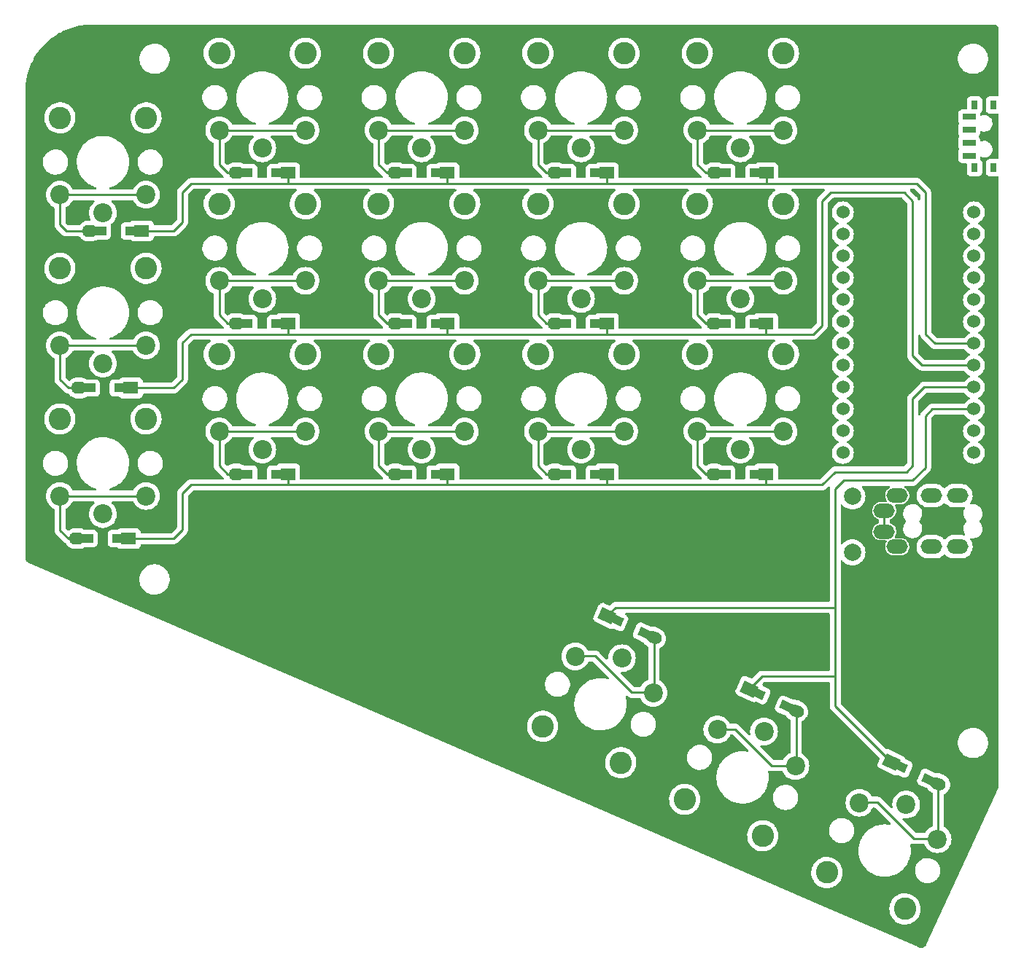
<source format=gbr>
%TF.GenerationSoftware,KiCad,Pcbnew,6.0.1*%
%TF.CreationDate,2022-04-23T16:15:16+02:00*%
%TF.ProjectId,KWS36,4b575333-362e-46b6-9963-61645f706362,1.0.0*%
%TF.SameCoordinates,Original*%
%TF.FileFunction,Copper,L1,Top*%
%TF.FilePolarity,Positive*%
%FSLAX46Y46*%
G04 Gerber Fmt 4.6, Leading zero omitted, Abs format (unit mm)*
G04 Created by KiCad (PCBNEW 6.0.1) date 2022-04-23 16:15:16*
%MOMM*%
%LPD*%
G01*
G04 APERTURE LIST*
G04 Aperture macros list*
%AMHorizOval*
0 Thick line with rounded ends*
0 $1 width*
0 $2 $3 position (X,Y) of the first rounded end (center of the circle)*
0 $4 $5 position (X,Y) of the second rounded end (center of the circle)*
0 Add line between two ends*
20,1,$1,$2,$3,$4,$5,0*
0 Add two circle primitives to create the rounded ends*
1,1,$1,$2,$3*
1,1,$1,$4,$5*%
%AMRotRect*
0 Rectangle, with rotation*
0 The origin of the aperture is its center*
0 $1 length*
0 $2 width*
0 $3 Rotation angle, in degrees counterclockwise*
0 Add horizontal line*
21,1,$1,$2,0,0,$3*%
G04 Aperture macros list end*
%TA.AperFunction,ComponentPad*%
%ADD10C,2.600000*%
%TD*%
%TA.AperFunction,ComponentPad*%
%ADD11C,2.200000*%
%TD*%
%TA.AperFunction,SMDPad,CuDef*%
%ADD12R,1.400000X1.000000*%
%TD*%
%TA.AperFunction,ComponentPad*%
%ADD13R,1.778000X1.397000*%
%TD*%
%TA.AperFunction,ComponentPad*%
%ADD14O,1.778000X1.397000*%
%TD*%
%TA.AperFunction,ComponentPad*%
%ADD15RotRect,1.778000X1.397000X335.000000*%
%TD*%
%TA.AperFunction,SMDPad,CuDef*%
%ADD16RotRect,1.400000X1.000000X155.000000*%
%TD*%
%TA.AperFunction,ComponentPad*%
%ADD17HorizOval,1.397000X0.172652X-0.080509X-0.172652X0.080509X0*%
%TD*%
%TA.AperFunction,SMDPad,CuDef*%
%ADD18R,0.800000X1.000000*%
%TD*%
%TA.AperFunction,SMDPad,CuDef*%
%ADD19R,1.500000X0.700000*%
%TD*%
%TA.AperFunction,ComponentPad*%
%ADD20C,1.524000*%
%TD*%
%TA.AperFunction,ComponentPad*%
%ADD21C,2.000000*%
%TD*%
%TA.AperFunction,ComponentPad*%
%ADD22O,2.500000X1.700000*%
%TD*%
%TA.AperFunction,Conductor*%
%ADD23C,0.250000*%
%TD*%
G04 APERTURE END LIST*
D10*
%TO.P,SW18,*%
%TO.N,*%
X190105055Y-138280576D03*
X181041977Y-134054394D03*
D11*
%TO.P,SW18,1,1*%
%TO.N,col4*%
X190243448Y-126152784D03*
%TO.P,SW18,2,2*%
%TO.N,Net-(D18-Pad2)*%
X184824410Y-125942939D03*
X193887488Y-130169122D03*
%TD*%
D12*
%TO.P,D4,1,K*%
%TO.N,row0*%
X117250000Y-52750000D03*
D13*
X118475000Y-52750000D03*
D12*
%TO.P,D4,2,A*%
%TO.N,Net-(D4-Pad2)*%
X113700000Y-52750000D03*
D14*
X112475000Y-52750000D03*
%TD*%
D10*
%TO.P,SW7,*%
%TO.N,*%
X129000000Y-38850000D03*
X139000000Y-38850000D03*
D11*
%TO.P,SW7,1,1*%
%TO.N,col2*%
X134000000Y-49900000D03*
%TO.P,SW7,2,2*%
%TO.N,Net-(D7-Pad2)*%
X139000000Y-47800000D03*
X129000000Y-47800000D03*
%TD*%
D13*
%TO.P,D3,1,K*%
%TO.N,row2*%
X99975000Y-95250000D03*
D12*
X98750000Y-95250000D03*
D14*
%TO.P,D3,2,A*%
%TO.N,Net-(D3-Pad2)*%
X93975000Y-95250000D03*
D12*
X95200000Y-95250000D03*
%TD*%
D13*
%TO.P,D5,1,K*%
%TO.N,row1*%
X118475000Y-70250000D03*
D12*
X117250000Y-70250000D03*
%TO.P,D5,2,A*%
%TO.N,Net-(D5-Pad2)*%
X113700000Y-70250000D03*
D14*
X112475000Y-70250000D03*
%TD*%
D10*
%TO.P,SW5,*%
%TO.N,*%
X120500000Y-56350000D03*
X110500000Y-56350000D03*
D11*
%TO.P,SW5,1,1*%
%TO.N,col1*%
X115500000Y-67400000D03*
%TO.P,SW5,2,2*%
%TO.N,Net-(D5-Pad2)*%
X110500000Y-65300000D03*
X120500000Y-65300000D03*
%TD*%
D13*
%TO.P,D9,1,K*%
%TO.N,row2*%
X136975000Y-87750000D03*
D12*
X135750000Y-87750000D03*
%TO.P,D9,2,A*%
%TO.N,Net-(D9-Pad2)*%
X132200000Y-87750000D03*
D14*
X130975000Y-87750000D03*
%TD*%
D10*
%TO.P,SW4,*%
%TO.N,*%
X120500000Y-38850000D03*
X110500000Y-38850000D03*
D11*
%TO.P,SW4,1,1*%
%TO.N,col1*%
X115500000Y-49900000D03*
%TO.P,SW4,2,2*%
%TO.N,Net-(D4-Pad2)*%
X110500000Y-47800000D03*
X120500000Y-47800000D03*
%TD*%
D12*
%TO.P,D6,1,K*%
%TO.N,row2*%
X117250000Y-87750000D03*
D13*
X118475000Y-87750000D03*
D12*
%TO.P,D6,2,A*%
%TO.N,Net-(D6-Pad2)*%
X113700000Y-87750000D03*
D14*
X112475000Y-87750000D03*
%TD*%
D13*
%TO.P,D17,1,K*%
%TO.N,row2*%
X173975000Y-87750000D03*
D12*
X172750000Y-87750000D03*
D14*
%TO.P,D17,2,A*%
%TO.N,Net-(D17-Pad2)*%
X167975000Y-87750000D03*
D12*
X169200000Y-87750000D03*
%TD*%
D10*
%TO.P,SW14,*%
%TO.N,*%
X164541977Y-125554394D03*
X173605055Y-129780576D03*
D11*
%TO.P,SW14,1,1*%
%TO.N,col3*%
X173743448Y-117652784D03*
%TO.P,SW14,2,2*%
%TO.N,Net-(D14-Pad2)*%
X168324410Y-117442939D03*
X177387488Y-121669122D03*
%TD*%
D13*
%TO.P,D7,1,K*%
%TO.N,row0*%
X136975000Y-52750000D03*
D12*
X135750000Y-52750000D03*
%TO.P,D7,2,A*%
%TO.N,Net-(D7-Pad2)*%
X132200000Y-52750000D03*
D14*
X130975000Y-52750000D03*
%TD*%
D10*
%TO.P,SW1,*%
%TO.N,*%
X102000000Y-46350000D03*
X92000000Y-46350000D03*
D11*
%TO.P,SW1,1,1*%
%TO.N,col0*%
X97000000Y-57400000D03*
%TO.P,SW1,2,2*%
%TO.N,Net-(D1-Pad2)*%
X92000000Y-55300000D03*
X102000000Y-55300000D03*
%TD*%
D15*
%TO.P,D14,1,K*%
%TO.N,row3*%
X172031077Y-112732145D03*
D16*
X173141304Y-113249853D03*
%TO.P,D14,2,A*%
%TO.N,Net-(D14-Pad2)*%
X176358696Y-114750147D03*
D17*
X177468923Y-115267855D03*
%TD*%
D10*
%TO.P,SW2,*%
%TO.N,*%
X92000000Y-63850000D03*
X102000000Y-63850000D03*
D11*
%TO.P,SW2,1,1*%
%TO.N,col0*%
X97000000Y-74900000D03*
%TO.P,SW2,2,2*%
%TO.N,Net-(D2-Pad2)*%
X102000000Y-72800000D03*
X92000000Y-72800000D03*
%TD*%
D18*
%TO.P,REF\u002A\u002A,*%
%TO.N,*%
X198195000Y-44850000D03*
X200405000Y-44850000D03*
X200405000Y-52150000D03*
X198195000Y-52150000D03*
D19*
%TO.P,REF\u002A\u002A,1*%
%TO.N,N/C*%
X197545000Y-50750000D03*
%TO.P,REF\u002A\u002A,2*%
X197545000Y-47750000D03*
X197545000Y-49250000D03*
%TO.P,REF\u002A\u002A,3*%
X197545000Y-46250000D03*
%TD*%
D13*
%TO.P,D2,1,K*%
%TO.N,row1*%
X100225000Y-77750000D03*
D12*
X99000000Y-77750000D03*
D14*
%TO.P,D2,2,A*%
%TO.N,Net-(D2-Pad2)*%
X94225000Y-77750000D03*
D12*
X95450000Y-77750000D03*
%TD*%
D20*
%TO.P,U1,1,TX*%
%TO.N,unconnected-(U1-Pad1)*%
X198111400Y-57347000D03*
%TO.P,U1,2,RX*%
%TO.N,data*%
X198111400Y-59887000D03*
%TO.P,U1,3,GND*%
%TO.N,GND*%
X198111400Y-62427000D03*
%TO.P,U1,4,GND*%
X198111400Y-64967000D03*
%TO.P,U1,5,SDA*%
%TO.N,unconnected-(U1-Pad5)*%
X198111400Y-67507000D03*
%TO.P,U1,6,SCL*%
%TO.N,unconnected-(U1-Pad6)*%
X198111400Y-70047000D03*
%TO.P,U1,7,D4*%
%TO.N,row0*%
X198111400Y-72587000D03*
%TO.P,U1,8,C6*%
%TO.N,row1*%
X198111400Y-75127000D03*
%TO.P,U1,9,D7*%
%TO.N,row2*%
X198111400Y-77667000D03*
%TO.P,U1,10,E6*%
%TO.N,row3*%
X198111400Y-80207000D03*
%TO.P,U1,11,B4*%
%TO.N,unconnected-(U1-Pad11)*%
X198111400Y-82747000D03*
%TO.P,U1,12,B5*%
%TO.N,unconnected-(U1-Pad12)*%
X198111400Y-85287000D03*
%TO.P,U1,13,B6*%
%TO.N,unconnected-(U1-Pad13)*%
X182891400Y-85287000D03*
%TO.P,U1,14,B2*%
%TO.N,unconnected-(U1-Pad14)*%
X182891400Y-82747000D03*
%TO.P,U1,15,B3*%
%TO.N,unconnected-(U1-Pad15)*%
X182891400Y-80207000D03*
%TO.P,U1,16,B1*%
%TO.N,col4*%
X182891400Y-77667000D03*
%TO.P,U1,17,F7*%
%TO.N,col3*%
X182891400Y-75127000D03*
%TO.P,U1,18,F6*%
%TO.N,col2*%
X182891400Y-72587000D03*
%TO.P,U1,19,F5*%
%TO.N,col1*%
X182891400Y-70047000D03*
%TO.P,U1,20,F4*%
%TO.N,col0*%
X182891400Y-67507000D03*
%TO.P,U1,21,VCC*%
%TO.N,VCC*%
X182891400Y-64967000D03*
%TO.P,U1,22,RST*%
%TO.N,reset*%
X182891400Y-62427000D03*
%TO.P,U1,23,GND*%
%TO.N,GND*%
X182891400Y-59887000D03*
%TO.P,U1,24,RAW*%
%TO.N,unconnected-(U1-Pad24)*%
X182891400Y-57347000D03*
%TD*%
D21*
%TO.P,SW19,1,1*%
%TO.N,reset*%
X184000000Y-90350000D03*
%TO.P,SW19,2,2*%
%TO.N,GND*%
X184000000Y-96850000D03*
%TD*%
D16*
%TO.P,D18,1,K*%
%TO.N,row3*%
X189641304Y-121749853D03*
D15*
X188531077Y-121232145D03*
D17*
%TO.P,D18,2,A*%
%TO.N,Net-(D18-Pad2)*%
X193968923Y-123767855D03*
D16*
X192858696Y-123250147D03*
%TD*%
D10*
%TO.P,SW15,*%
%TO.N,*%
X176000000Y-38850000D03*
X166000000Y-38850000D03*
D11*
%TO.P,SW15,1,1*%
%TO.N,col4*%
X171000000Y-49900000D03*
%TO.P,SW15,2,2*%
%TO.N,Net-(D15-Pad2)*%
X166000000Y-47800000D03*
X176000000Y-47800000D03*
%TD*%
D10*
%TO.P,SW13,*%
%TO.N,*%
X147500000Y-73850000D03*
X157500000Y-73850000D03*
D11*
%TO.P,SW13,1,1*%
%TO.N,col3*%
X152500000Y-84900000D03*
%TO.P,SW13,2,2*%
%TO.N,Net-(D13-Pad2)*%
X157500000Y-82800000D03*
X147500000Y-82800000D03*
%TD*%
D10*
%TO.P,SW16,*%
%TO.N,*%
X176000000Y-56350000D03*
X166000000Y-56350000D03*
D11*
%TO.P,SW16,1,1*%
%TO.N,col4*%
X171000000Y-67400000D03*
%TO.P,SW16,2,2*%
%TO.N,Net-(D16-Pad2)*%
X176000000Y-65300000D03*
X166000000Y-65300000D03*
%TD*%
D10*
%TO.P,SW11,*%
%TO.N,*%
X157500000Y-38850000D03*
X147500000Y-38850000D03*
D11*
%TO.P,SW11,1,1*%
%TO.N,col3*%
X152500000Y-49900000D03*
%TO.P,SW11,2,2*%
%TO.N,Net-(D11-Pad2)*%
X147500000Y-47800000D03*
X157500000Y-47800000D03*
%TD*%
D12*
%TO.P,D13,1,K*%
%TO.N,row2*%
X154250000Y-87750000D03*
D13*
X155475000Y-87750000D03*
D12*
%TO.P,D13,2,A*%
%TO.N,Net-(D13-Pad2)*%
X150700000Y-87750000D03*
D14*
X149475000Y-87750000D03*
%TD*%
D12*
%TO.P,D12,1,K*%
%TO.N,row1*%
X154250000Y-70250000D03*
D13*
X155475000Y-70250000D03*
D14*
%TO.P,D12,2,A*%
%TO.N,Net-(D12-Pad2)*%
X149475000Y-70250000D03*
D12*
X150700000Y-70250000D03*
%TD*%
D22*
%TO.P,J1,A*%
%TO.N,unconnected-(J1-PadA)*%
X187700000Y-94450000D03*
X187700000Y-92000000D03*
%TO.P,J1,B*%
%TO.N,data*%
X196200000Y-96200000D03*
X196200000Y-90250000D03*
%TO.P,J1,C*%
%TO.N,GND*%
X193200000Y-90250000D03*
X193200000Y-96200000D03*
%TO.P,J1,D*%
%TO.N,VCC*%
X189200000Y-90250000D03*
X189200000Y-96200000D03*
%TD*%
D12*
%TO.P,D1,1,K*%
%TO.N,row0*%
X100275000Y-59500000D03*
D13*
X101500000Y-59500000D03*
D14*
%TO.P,D1,2,A*%
%TO.N,Net-(D1-Pad2)*%
X95500000Y-59500000D03*
D12*
X96725000Y-59500000D03*
%TD*%
%TO.P,D11,1,K*%
%TO.N,row0*%
X154250000Y-52750000D03*
D13*
X155475000Y-52750000D03*
D14*
%TO.P,D11,2,A*%
%TO.N,Net-(D11-Pad2)*%
X149475000Y-52750000D03*
D12*
X150700000Y-52750000D03*
%TD*%
D10*
%TO.P,SW10,*%
%TO.N,*%
X148041977Y-117054394D03*
X157105055Y-121280576D03*
D11*
%TO.P,SW10,1,1*%
%TO.N,col2*%
X157243448Y-109152784D03*
%TO.P,SW10,2,2*%
%TO.N,Net-(D10-Pad2)*%
X160887488Y-113169122D03*
X151824410Y-108942939D03*
%TD*%
D13*
%TO.P,D15,1,K*%
%TO.N,row0*%
X174000000Y-52750000D03*
D12*
X172775000Y-52750000D03*
D14*
%TO.P,D15,2,A*%
%TO.N,Net-(D15-Pad2)*%
X168000000Y-52750000D03*
D12*
X169225000Y-52750000D03*
%TD*%
D10*
%TO.P,SW9,*%
%TO.N,*%
X139000000Y-73850000D03*
X129000000Y-73850000D03*
D11*
%TO.P,SW9,1,1*%
%TO.N,col2*%
X134000000Y-84900000D03*
%TO.P,SW9,2,2*%
%TO.N,Net-(D9-Pad2)*%
X129000000Y-82800000D03*
X139000000Y-82800000D03*
%TD*%
D15*
%TO.P,D10,1,K*%
%TO.N,row3*%
X155531077Y-104232145D03*
D16*
X156641304Y-104749853D03*
%TO.P,D10,2,A*%
%TO.N,Net-(D10-Pad2)*%
X159858696Y-106250147D03*
D17*
X160968923Y-106767855D03*
%TD*%
D10*
%TO.P,SW12,*%
%TO.N,*%
X147500000Y-56350000D03*
X157500000Y-56350000D03*
D11*
%TO.P,SW12,1,1*%
%TO.N,col3*%
X152500000Y-67400000D03*
%TO.P,SW12,2,2*%
%TO.N,Net-(D12-Pad2)*%
X147500000Y-65300000D03*
X157500000Y-65300000D03*
%TD*%
D10*
%TO.P,SW17,*%
%TO.N,*%
X176000000Y-73850000D03*
X166000000Y-73850000D03*
D11*
%TO.P,SW17,1,1*%
%TO.N,col4*%
X171000000Y-84900000D03*
%TO.P,SW17,2,2*%
%TO.N,Net-(D17-Pad2)*%
X166000000Y-82800000D03*
X176000000Y-82800000D03*
%TD*%
D13*
%TO.P,D16,1,K*%
%TO.N,row1*%
X173975000Y-70250000D03*
D12*
X172750000Y-70250000D03*
%TO.P,D16,2,A*%
%TO.N,Net-(D16-Pad2)*%
X169200000Y-70250000D03*
D14*
X167975000Y-70250000D03*
%TD*%
D13*
%TO.P,D8,1,K*%
%TO.N,row1*%
X136975000Y-70250000D03*
D12*
X135750000Y-70250000D03*
D14*
%TO.P,D8,2,A*%
%TO.N,Net-(D8-Pad2)*%
X130975000Y-70250000D03*
D12*
X132200000Y-70250000D03*
%TD*%
D10*
%TO.P,SW8,*%
%TO.N,*%
X139000000Y-56350000D03*
X129000000Y-56350000D03*
D11*
%TO.P,SW8,1,1*%
%TO.N,col2*%
X134000000Y-67400000D03*
%TO.P,SW8,2,2*%
%TO.N,Net-(D8-Pad2)*%
X129000000Y-65300000D03*
X139000000Y-65300000D03*
%TD*%
D10*
%TO.P,SW6,*%
%TO.N,*%
X110500000Y-73850000D03*
X120500000Y-73850000D03*
D11*
%TO.P,SW6,1,1*%
%TO.N,col1*%
X115500000Y-84900000D03*
%TO.P,SW6,2,2*%
%TO.N,Net-(D6-Pad2)*%
X120500000Y-82800000D03*
X110500000Y-82800000D03*
%TD*%
D10*
%TO.P,SW3,*%
%TO.N,*%
X92000000Y-81350000D03*
X102000000Y-81350000D03*
D11*
%TO.P,SW3,1,1*%
%TO.N,col0*%
X97000000Y-92400000D03*
%TO.P,SW3,2,2*%
%TO.N,Net-(D3-Pad2)*%
X92000000Y-90300000D03*
X102000000Y-90300000D03*
%TD*%
D23*
%TO.N,unconnected-(J1-PadA)*%
X187700000Y-92000000D02*
X187700000Y-94450000D01*
%TO.N,row0*%
X118475000Y-54000000D02*
X118475000Y-52750000D01*
X173975000Y-54000000D02*
X174000000Y-53975000D01*
X155475000Y-54000000D02*
X173975000Y-54000000D01*
X192500000Y-55000000D02*
X192500000Y-71500000D01*
X118475000Y-54000000D02*
X136975000Y-54000000D01*
X191475000Y-53975000D02*
X192500000Y-55000000D01*
X174000000Y-53975000D02*
X191475000Y-53975000D01*
X193587000Y-72587000D02*
X198111400Y-72587000D01*
X101500000Y-59500000D02*
X105225000Y-59500000D01*
X107225000Y-54000000D02*
X118475000Y-54000000D01*
X191500000Y-54000000D02*
X192500000Y-55000000D01*
X105225000Y-59500000D02*
X106225000Y-58500000D01*
X106225000Y-55000000D02*
X107225000Y-54000000D01*
X155475000Y-54000000D02*
X155475000Y-52750000D01*
X174000000Y-53975000D02*
X174000000Y-52750000D01*
X192500000Y-71500000D02*
X193587000Y-72587000D01*
X136975000Y-54000000D02*
X155475000Y-54000000D01*
X136975000Y-54000000D02*
X136975000Y-52750000D01*
X106225000Y-58500000D02*
X106225000Y-55000000D01*
%TO.N,row1*%
X118475000Y-71500000D02*
X118475000Y-70250000D01*
X100225000Y-77750000D02*
X105225000Y-77750000D01*
X179475000Y-71500000D02*
X180500000Y-70475000D01*
X192100000Y-75100000D02*
X196000000Y-75100000D01*
X191000000Y-74000000D02*
X192100000Y-75100000D01*
X180500000Y-56000000D02*
X181500000Y-55000000D01*
X155475000Y-71500000D02*
X173975000Y-71500000D01*
X196000000Y-75100000D02*
X196027000Y-75127000D01*
X118475000Y-71500000D02*
X136975000Y-71500000D01*
X191000000Y-56000000D02*
X191000000Y-74000000D01*
X180500000Y-56000000D02*
X180500000Y-70475000D01*
X181500000Y-55000000D02*
X190000000Y-55000000D01*
X107225000Y-71500000D02*
X118475000Y-71500000D01*
X173975000Y-71500000D02*
X179475000Y-71500000D01*
X173975000Y-71500000D02*
X173975000Y-70250000D01*
X106225000Y-76750000D02*
X106225000Y-72500000D01*
X196027000Y-75127000D02*
X198111400Y-75127000D01*
X136975000Y-71500000D02*
X136975000Y-70250000D01*
X136975000Y-71500000D02*
X155475000Y-71500000D01*
X106225000Y-72500000D02*
X107225000Y-71500000D01*
X190000000Y-55000000D02*
X191000000Y-56000000D01*
X155475000Y-71500000D02*
X155475000Y-70250000D01*
X105225000Y-77750000D02*
X106225000Y-76750000D01*
%TO.N,row2*%
X191000000Y-86750000D02*
X191000000Y-79000000D01*
X155475000Y-89000000D02*
X173975000Y-89000000D01*
X155475000Y-89000000D02*
X155475000Y-87750000D01*
X180500000Y-89000000D02*
X182000000Y-87500000D01*
X99975000Y-95250000D02*
X105225000Y-95250000D01*
X192333000Y-77667000D02*
X198111400Y-77667000D01*
X107225000Y-89000000D02*
X118475000Y-89000000D01*
X118475000Y-89000000D02*
X136975000Y-89000000D01*
X118475000Y-89000000D02*
X118475000Y-87750000D01*
X106225000Y-94250000D02*
X106225000Y-90000000D01*
X136975000Y-89000000D02*
X155475000Y-89000000D01*
X105225000Y-95250000D02*
X106225000Y-94250000D01*
X191000000Y-79000000D02*
X192333000Y-77667000D01*
X136975000Y-89000000D02*
X136975000Y-87750000D01*
X173975000Y-89000000D02*
X180500000Y-89000000D01*
X173975000Y-89000000D02*
X173975000Y-87750000D01*
X190250000Y-87500000D02*
X191000000Y-86750000D01*
X182000000Y-87500000D02*
X190250000Y-87500000D01*
X106225000Y-90000000D02*
X107225000Y-89000000D01*
%TO.N,row3*%
X173500000Y-111250000D02*
X182000000Y-111250000D01*
X192500000Y-87000000D02*
X191000000Y-88500000D01*
X156513222Y-103250000D02*
X182000000Y-103250000D01*
X198111400Y-80207000D02*
X194707000Y-80207000D01*
X173500000Y-111263222D02*
X173500000Y-111250000D01*
X182000000Y-89500000D02*
X182000000Y-103250000D01*
X194707000Y-80207000D02*
X194607000Y-80207000D01*
X182000000Y-111250000D02*
X182000000Y-114701068D01*
X192500000Y-81000000D02*
X192500000Y-87000000D01*
X182000000Y-114701068D02*
X188531077Y-121232145D01*
X182000000Y-103250000D02*
X182000000Y-111250000D01*
X191000000Y-88500000D02*
X183000000Y-88500000D01*
X155531077Y-104232145D02*
X156513222Y-103250000D01*
X193293000Y-80207000D02*
X192500000Y-81000000D01*
X183000000Y-88500000D02*
X182000000Y-89500000D01*
X172031077Y-112732145D02*
X173500000Y-111263222D01*
X194707000Y-80207000D02*
X193293000Y-80207000D01*
%TO.N,Net-(D1-Pad2)*%
X92000000Y-55300000D02*
X102000000Y-55300000D01*
X92000000Y-55300000D02*
X92000000Y-58775000D01*
X92725000Y-59500000D02*
X95500000Y-59500000D01*
X92000000Y-58775000D02*
X92725000Y-59500000D01*
%TO.N,Net-(D2-Pad2)*%
X92000000Y-76775000D02*
X92975000Y-77750000D01*
X92000000Y-72800000D02*
X92000000Y-76775000D01*
X102000000Y-72800000D02*
X92000000Y-72800000D01*
X92975000Y-77750000D02*
X94225000Y-77750000D01*
%TO.N,Net-(D3-Pad2)*%
X102000000Y-90300000D02*
X92000000Y-90300000D01*
X92000000Y-94275000D02*
X92975000Y-95250000D01*
X92000000Y-90300000D02*
X92000000Y-94275000D01*
X92975000Y-95250000D02*
X93975000Y-95250000D01*
%TO.N,Net-(D4-Pad2)*%
X110500000Y-47800000D02*
X110500000Y-51775000D01*
X120500000Y-47800000D02*
X110500000Y-47800000D01*
X111475000Y-52750000D02*
X112475000Y-52750000D01*
X110500000Y-51775000D02*
X111475000Y-52750000D01*
%TO.N,Net-(D5-Pad2)*%
X110500000Y-69275000D02*
X111475000Y-70250000D01*
X111475000Y-70250000D02*
X112475000Y-70250000D01*
X110500000Y-65300000D02*
X110500000Y-69275000D01*
X110500000Y-65300000D02*
X120500000Y-65300000D01*
%TO.N,Net-(D6-Pad2)*%
X110500000Y-82800000D02*
X110500000Y-86775000D01*
X110500000Y-82800000D02*
X120500000Y-82800000D01*
X111475000Y-87750000D02*
X112475000Y-87750000D01*
X110500000Y-86775000D02*
X111475000Y-87750000D01*
%TO.N,Net-(D7-Pad2)*%
X129975000Y-52750000D02*
X130975000Y-52750000D01*
X139000000Y-47800000D02*
X129000000Y-47800000D01*
X129000000Y-51775000D02*
X129975000Y-52750000D01*
X129000000Y-47800000D02*
X129000000Y-51775000D01*
%TO.N,Net-(D8-Pad2)*%
X129000000Y-65300000D02*
X129000000Y-69275000D01*
X129975000Y-70250000D02*
X130975000Y-70250000D01*
X139000000Y-65300000D02*
X129000000Y-65300000D01*
X129000000Y-69275000D02*
X129975000Y-70250000D01*
%TO.N,Net-(D9-Pad2)*%
X129000000Y-82800000D02*
X129000000Y-86775000D01*
X139000000Y-82800000D02*
X129000000Y-82800000D01*
X129975000Y-87750000D02*
X130975000Y-87750000D01*
X129000000Y-86775000D02*
X129975000Y-87750000D01*
%TO.N,Net-(D10-Pad2)*%
X160968923Y-106767855D02*
X160968923Y-113087687D01*
X158363091Y-113113091D02*
X160856457Y-113113091D01*
X160968923Y-113087687D02*
X160887488Y-113169122D01*
X151793379Y-108886908D02*
X154136908Y-108886908D01*
X154136908Y-108886908D02*
X158363091Y-113113091D01*
%TO.N,Net-(D11-Pad2)*%
X148475000Y-52750000D02*
X149475000Y-52750000D01*
X147500000Y-51775000D02*
X148475000Y-52750000D01*
X157500000Y-47800000D02*
X147500000Y-47800000D01*
X147500000Y-47800000D02*
X147500000Y-51775000D01*
%TO.N,Net-(D12-Pad2)*%
X157500000Y-65300000D02*
X147500000Y-65300000D01*
X147500000Y-69275000D02*
X148475000Y-70250000D01*
X148475000Y-70250000D02*
X149475000Y-70250000D01*
X147500000Y-65300000D02*
X147500000Y-69275000D01*
%TO.N,Net-(D13-Pad2)*%
X148475000Y-87750000D02*
X149475000Y-87750000D01*
X157500000Y-82800000D02*
X147500000Y-82800000D01*
X147500000Y-82800000D02*
X147500000Y-86775000D01*
X147500000Y-86775000D02*
X148475000Y-87750000D01*
%TO.N,Net-(D14-Pad2)*%
X177468923Y-121587687D02*
X177387488Y-121669122D01*
X168293379Y-117386908D02*
X170386908Y-117386908D01*
X177468923Y-115267855D02*
X177468923Y-121587687D01*
X170386908Y-117386908D02*
X174613091Y-121613091D01*
X174613091Y-121613091D02*
X177356457Y-121613091D01*
%TO.N,Net-(D15-Pad2)*%
X166000000Y-51775000D02*
X166975000Y-52750000D01*
X166000000Y-47800000D02*
X176000000Y-47800000D01*
X166975000Y-52750000D02*
X168000000Y-52750000D01*
X166000000Y-47800000D02*
X166000000Y-51775000D01*
%TO.N,Net-(D16-Pad2)*%
X166975000Y-70250000D02*
X167975000Y-70250000D01*
X166000000Y-65300000D02*
X166000000Y-69275000D01*
X166000000Y-69275000D02*
X166975000Y-70250000D01*
X166000000Y-65300000D02*
X176000000Y-65300000D01*
%TO.N,Net-(D17-Pad2)*%
X166975000Y-87750000D02*
X167975000Y-87750000D01*
X166000000Y-82800000D02*
X166000000Y-86775000D01*
X166000000Y-86775000D02*
X166975000Y-87750000D01*
X166000000Y-82800000D02*
X176000000Y-82800000D01*
%TO.N,Net-(D18-Pad2)*%
X193968923Y-123767855D02*
X193968923Y-130087687D01*
X184793379Y-125886908D02*
X186886908Y-125886908D01*
X186886908Y-125886908D02*
X191113091Y-130113091D01*
X191113091Y-130113091D02*
X193856457Y-130113091D01*
X193968923Y-130087687D02*
X193887488Y-130169122D01*
%TD*%
%TA.AperFunction,NonConductor*%
G36*
X95966915Y-55953502D02*
G01*
X96013408Y-56007158D01*
X96023512Y-56077432D01*
X95994018Y-56142012D01*
X95980625Y-56155311D01*
X95859102Y-56259102D01*
X95694672Y-56451624D01*
X95562384Y-56667498D01*
X95560491Y-56672068D01*
X95560489Y-56672072D01*
X95481481Y-56862815D01*
X95465495Y-56901409D01*
X95445179Y-56986032D01*
X95410372Y-57131016D01*
X95406391Y-57147597D01*
X95386526Y-57400000D01*
X95406391Y-57652403D01*
X95407545Y-57657210D01*
X95407546Y-57657216D01*
X95437791Y-57783196D01*
X95465495Y-57898591D01*
X95467388Y-57903162D01*
X95467389Y-57903164D01*
X95556701Y-58118782D01*
X95564290Y-58189372D01*
X95532511Y-58252859D01*
X95471453Y-58289086D01*
X95440292Y-58293000D01*
X95254832Y-58293000D01*
X95252045Y-58293249D01*
X95252039Y-58293249D01*
X95188701Y-58298902D01*
X95094895Y-58307274D01*
X95089481Y-58308755D01*
X95089476Y-58308756D01*
X94966864Y-58342299D01*
X94887073Y-58364128D01*
X94882015Y-58366540D01*
X94882011Y-58366542D01*
X94697670Y-58454468D01*
X94692603Y-58456885D01*
X94688042Y-58460162D01*
X94688041Y-58460163D01*
X94556381Y-58554771D01*
X94517633Y-58582614D01*
X94513728Y-58586644D01*
X94380395Y-58724233D01*
X94367693Y-58737340D01*
X94339689Y-58779014D01*
X94318346Y-58810776D01*
X94263750Y-58856161D01*
X94213764Y-58866500D01*
X93039595Y-58866500D01*
X92971474Y-58846498D01*
X92950499Y-58829595D01*
X92670404Y-58549499D01*
X92636379Y-58487187D01*
X92633500Y-58460404D01*
X92633500Y-56862815D01*
X92653502Y-56794694D01*
X92711280Y-56746407D01*
X92727925Y-56739512D01*
X92727927Y-56739511D01*
X92732502Y-56737616D01*
X92948376Y-56605328D01*
X93140898Y-56440898D01*
X93305328Y-56248376D01*
X93437616Y-56032502D01*
X93439512Y-56027925D01*
X93446407Y-56011280D01*
X93490956Y-55956000D01*
X93562815Y-55933500D01*
X95898794Y-55933500D01*
X95966915Y-55953502D01*
G37*
%TD.AperFunction*%
%TA.AperFunction,NonConductor*%
G36*
X191228526Y-54628502D02*
G01*
X191249501Y-54645405D01*
X191829596Y-55225501D01*
X191863621Y-55287813D01*
X191866500Y-55314596D01*
X191866500Y-55813804D01*
X191846498Y-55881925D01*
X191792842Y-55928418D01*
X191722568Y-55938522D01*
X191657988Y-55909028D01*
X191619102Y-55846178D01*
X191618474Y-55841203D01*
X191615558Y-55833837D01*
X191615556Y-55833831D01*
X191602200Y-55800098D01*
X191598355Y-55788868D01*
X191588230Y-55754017D01*
X191588230Y-55754016D01*
X191586019Y-55746407D01*
X191575705Y-55728966D01*
X191567008Y-55711213D01*
X191562472Y-55699758D01*
X191559552Y-55692383D01*
X191533563Y-55656612D01*
X191527047Y-55646692D01*
X191518138Y-55631628D01*
X191504542Y-55608638D01*
X191490221Y-55594317D01*
X191477380Y-55579283D01*
X191470131Y-55569306D01*
X191465472Y-55562893D01*
X191459368Y-55557843D01*
X191459363Y-55557838D01*
X191431402Y-55534707D01*
X191422621Y-55526717D01*
X190719500Y-54823595D01*
X190685475Y-54761283D01*
X190690540Y-54690467D01*
X190733087Y-54633632D01*
X190799607Y-54608821D01*
X190808596Y-54608500D01*
X191160405Y-54608500D01*
X191228526Y-54628502D01*
G37*
%TD.AperFunction*%
%TA.AperFunction,NonConductor*%
G36*
X191842012Y-71590973D02*
G01*
X191880898Y-71653822D01*
X191881526Y-71658797D01*
X191884445Y-71666168D01*
X191884445Y-71666170D01*
X191897804Y-71699912D01*
X191901649Y-71711142D01*
X191913982Y-71753593D01*
X191918015Y-71760412D01*
X191918017Y-71760417D01*
X191924293Y-71771028D01*
X191932988Y-71788776D01*
X191940448Y-71807617D01*
X191945110Y-71814033D01*
X191945110Y-71814034D01*
X191966436Y-71843387D01*
X191972952Y-71853307D01*
X191995458Y-71891362D01*
X192009779Y-71905683D01*
X192022619Y-71920716D01*
X192034528Y-71937107D01*
X192049296Y-71949324D01*
X192068605Y-71965298D01*
X192077384Y-71973288D01*
X193083343Y-72979247D01*
X193090887Y-72987537D01*
X193095000Y-72994018D01*
X193100777Y-72999443D01*
X193144667Y-73040658D01*
X193147509Y-73043413D01*
X193167230Y-73063134D01*
X193170425Y-73065612D01*
X193179447Y-73073318D01*
X193211679Y-73103586D01*
X193218628Y-73107406D01*
X193229432Y-73113346D01*
X193245956Y-73124199D01*
X193261959Y-73136613D01*
X193302543Y-73154176D01*
X193313173Y-73159383D01*
X193351940Y-73180695D01*
X193359617Y-73182666D01*
X193359622Y-73182668D01*
X193371558Y-73185732D01*
X193390266Y-73192137D01*
X193408855Y-73200181D01*
X193416683Y-73201421D01*
X193416690Y-73201423D01*
X193452524Y-73207099D01*
X193464144Y-73209505D01*
X193499289Y-73218528D01*
X193506970Y-73220500D01*
X193527224Y-73220500D01*
X193546934Y-73222051D01*
X193566943Y-73225220D01*
X193574835Y-73224474D01*
X193610961Y-73221059D01*
X193622819Y-73220500D01*
X196938396Y-73220500D01*
X197006517Y-73240502D01*
X197041609Y-73274229D01*
X197061870Y-73303164D01*
X197134423Y-73406781D01*
X197291619Y-73563977D01*
X197296127Y-73567134D01*
X197296130Y-73567136D01*
X197317268Y-73581937D01*
X197473723Y-73691488D01*
X197478705Y-73693811D01*
X197478710Y-73693814D01*
X197583773Y-73742805D01*
X197637058Y-73789722D01*
X197656519Y-73857999D01*
X197635977Y-73925959D01*
X197583773Y-73971195D01*
X197478711Y-74020186D01*
X197478706Y-74020189D01*
X197473724Y-74022512D01*
X197469217Y-74025668D01*
X197469215Y-74025669D01*
X197296130Y-74146864D01*
X197296127Y-74146866D01*
X197291619Y-74150023D01*
X197134423Y-74307219D01*
X197131266Y-74311727D01*
X197131264Y-74311730D01*
X197041609Y-74439771D01*
X196986152Y-74484099D01*
X196938396Y-74493500D01*
X196215513Y-74493500D01*
X196182836Y-74488849D01*
X196178145Y-74486819D01*
X196170322Y-74485580D01*
X196170312Y-74485577D01*
X196134476Y-74479901D01*
X196122856Y-74477495D01*
X196087711Y-74468472D01*
X196087710Y-74468472D01*
X196080030Y-74466500D01*
X196059776Y-74466500D01*
X196040065Y-74464949D01*
X196027886Y-74463020D01*
X196020057Y-74461780D01*
X196012165Y-74462526D01*
X195976039Y-74465941D01*
X195964181Y-74466500D01*
X192414595Y-74466500D01*
X192346474Y-74446498D01*
X192325499Y-74429595D01*
X191670404Y-73774499D01*
X191636379Y-73712187D01*
X191633500Y-73685404D01*
X191633500Y-71686197D01*
X191653502Y-71618076D01*
X191707158Y-71571583D01*
X191777432Y-71561479D01*
X191842012Y-71590973D01*
G37*
%TD.AperFunction*%
%TA.AperFunction,NonConductor*%
G36*
X197006517Y-78320502D02*
G01*
X197041609Y-78354229D01*
X197100119Y-78437789D01*
X197134423Y-78486781D01*
X197291619Y-78643977D01*
X197296127Y-78647134D01*
X197296130Y-78647136D01*
X197352772Y-78686797D01*
X197473723Y-78771488D01*
X197478705Y-78773811D01*
X197478710Y-78773814D01*
X197583773Y-78822805D01*
X197637058Y-78869722D01*
X197656519Y-78937999D01*
X197635977Y-79005959D01*
X197583773Y-79051195D01*
X197478711Y-79100186D01*
X197478706Y-79100189D01*
X197473724Y-79102512D01*
X197469217Y-79105668D01*
X197469215Y-79105669D01*
X197296130Y-79226864D01*
X197296127Y-79226866D01*
X197291619Y-79230023D01*
X197134423Y-79387219D01*
X197131266Y-79391727D01*
X197131264Y-79391730D01*
X197041609Y-79519771D01*
X196986152Y-79564099D01*
X196938396Y-79573500D01*
X193371763Y-79573500D01*
X193360579Y-79572973D01*
X193353091Y-79571299D01*
X193345168Y-79571548D01*
X193285033Y-79573438D01*
X193281075Y-79573500D01*
X193253144Y-79573500D01*
X193249229Y-79573995D01*
X193249225Y-79573995D01*
X193249167Y-79574003D01*
X193249138Y-79574006D01*
X193237296Y-79574939D01*
X193193110Y-79576327D01*
X193175744Y-79581372D01*
X193173658Y-79581978D01*
X193154306Y-79585986D01*
X193147235Y-79586880D01*
X193134203Y-79588526D01*
X193126834Y-79591443D01*
X193126832Y-79591444D01*
X193093097Y-79604800D01*
X193081869Y-79608645D01*
X193039407Y-79620982D01*
X193032585Y-79625016D01*
X193032579Y-79625019D01*
X193021968Y-79631294D01*
X193004218Y-79639990D01*
X192992756Y-79644528D01*
X192992751Y-79644531D01*
X192985383Y-79647448D01*
X192967970Y-79660099D01*
X192949625Y-79673427D01*
X192939707Y-79679943D01*
X192921019Y-79690995D01*
X192901637Y-79702458D01*
X192887313Y-79716782D01*
X192872281Y-79729621D01*
X192855893Y-79741528D01*
X192831674Y-79770804D01*
X192827712Y-79775593D01*
X192819722Y-79784373D01*
X192107747Y-80496348D01*
X192099461Y-80503888D01*
X192092982Y-80508000D01*
X192087557Y-80513777D01*
X192046357Y-80557651D01*
X192043602Y-80560493D01*
X192023865Y-80580230D01*
X192021385Y-80583427D01*
X192013682Y-80592447D01*
X191983414Y-80624679D01*
X191979595Y-80631625D01*
X191979593Y-80631628D01*
X191973652Y-80642434D01*
X191962801Y-80658953D01*
X191950386Y-80674959D01*
X191947241Y-80682228D01*
X191947238Y-80682232D01*
X191932826Y-80715537D01*
X191927609Y-80726187D01*
X191906305Y-80764940D01*
X191904334Y-80772615D01*
X191904334Y-80772616D01*
X191901267Y-80784562D01*
X191894863Y-80803266D01*
X191886819Y-80821855D01*
X191885579Y-80829680D01*
X191885577Y-80829689D01*
X191883948Y-80839974D01*
X191853535Y-80904127D01*
X191793267Y-80941653D01*
X191722277Y-80940638D01*
X191663106Y-80901405D01*
X191634539Y-80836409D01*
X191633500Y-80820262D01*
X191633500Y-79314594D01*
X191653502Y-79246473D01*
X191670405Y-79225499D01*
X192558499Y-78337405D01*
X192620811Y-78303379D01*
X192647594Y-78300500D01*
X196938396Y-78300500D01*
X197006517Y-78320502D01*
G37*
%TD.AperFunction*%
%TA.AperFunction,NonConductor*%
G36*
X200366586Y-35509491D02*
G01*
X200381541Y-35511813D01*
X200381544Y-35511813D01*
X200390407Y-35513189D01*
X200399307Y-35512021D01*
X200399308Y-35512021D01*
X200399395Y-35512010D01*
X200429853Y-35511725D01*
X200442169Y-35513108D01*
X200515052Y-35521292D01*
X200542577Y-35527565D01*
X200641617Y-35562192D01*
X200667053Y-35574436D01*
X200735679Y-35617543D01*
X200755898Y-35630244D01*
X200777971Y-35647845D01*
X200852155Y-35722029D01*
X200869755Y-35744101D01*
X200916194Y-35818029D01*
X200925564Y-35832946D01*
X200937808Y-35858383D01*
X200972435Y-35957423D01*
X200978708Y-35984948D01*
X200987538Y-36063593D01*
X200988315Y-36079241D01*
X200988202Y-36088184D01*
X200986817Y-36097053D01*
X200989328Y-36116322D01*
X200990944Y-36128723D01*
X200992000Y-36145005D01*
X200992000Y-43716197D01*
X200971998Y-43784318D01*
X200918342Y-43830811D01*
X200859184Y-43842013D01*
X200856536Y-43841870D01*
X200853134Y-43841500D01*
X199956866Y-43841500D01*
X199894684Y-43848255D01*
X199758295Y-43899385D01*
X199641739Y-43986739D01*
X199554385Y-44103295D01*
X199503255Y-44239684D01*
X199496500Y-44301866D01*
X199496500Y-45398134D01*
X199503255Y-45460316D01*
X199554385Y-45596705D01*
X199641739Y-45713261D01*
X199758295Y-45800615D01*
X199894684Y-45851745D01*
X199956866Y-45858500D01*
X200853134Y-45858500D01*
X200856536Y-45858130D01*
X200859184Y-45857987D01*
X200928287Y-45874275D01*
X200977614Y-45925337D01*
X200992000Y-45983803D01*
X200992000Y-51016197D01*
X200971998Y-51084318D01*
X200918342Y-51130811D01*
X200859184Y-51142013D01*
X200856536Y-51141870D01*
X200853134Y-51141500D01*
X199956866Y-51141500D01*
X199894684Y-51148255D01*
X199758295Y-51199385D01*
X199641739Y-51286739D01*
X199554385Y-51403295D01*
X199503255Y-51539684D01*
X199496500Y-51601866D01*
X199496500Y-52698134D01*
X199503255Y-52760316D01*
X199554385Y-52896705D01*
X199641739Y-53013261D01*
X199758295Y-53100615D01*
X199894684Y-53151745D01*
X199956866Y-53158500D01*
X200853134Y-53158500D01*
X200856536Y-53158130D01*
X200859184Y-53157987D01*
X200928287Y-53174275D01*
X200977614Y-53225337D01*
X200992000Y-53283803D01*
X200992000Y-124111071D01*
X200980454Y-124163761D01*
X197653200Y-131391078D01*
X192568385Y-142436092D01*
X192562908Y-142446579D01*
X192557468Y-142453399D01*
X192554064Y-142461707D01*
X192554063Y-142461709D01*
X192553605Y-142462826D01*
X192539328Y-142488591D01*
X192484248Y-142565229D01*
X192466799Y-142584826D01*
X192382057Y-142662047D01*
X192360928Y-142677605D01*
X192265018Y-142733849D01*
X192262025Y-142735604D01*
X192238131Y-142746448D01*
X192129365Y-142782703D01*
X192103746Y-142788364D01*
X192084011Y-142790606D01*
X191989822Y-142801307D01*
X191963584Y-142801538D01*
X191849454Y-142790606D01*
X191823742Y-142785399D01*
X191740102Y-142759148D01*
X191725724Y-142752494D01*
X191725362Y-142753303D01*
X191717169Y-142749638D01*
X191709576Y-142744847D01*
X191700944Y-142742380D01*
X191700942Y-142742379D01*
X191678976Y-142736101D01*
X191663568Y-142730592D01*
X191541101Y-142677605D01*
X181268695Y-138233102D01*
X188292105Y-138233102D01*
X188305002Y-138501595D01*
X188357443Y-138765232D01*
X188448275Y-139018222D01*
X188575505Y-139255007D01*
X188578296Y-139258744D01*
X188578300Y-139258751D01*
X188659942Y-139368082D01*
X188736336Y-139470386D01*
X188739645Y-139473666D01*
X188739650Y-139473672D01*
X188923918Y-139656338D01*
X188927235Y-139659626D01*
X188930997Y-139662384D01*
X188931000Y-139662387D01*
X189043354Y-139744768D01*
X189144009Y-139818571D01*
X189148144Y-139820747D01*
X189148148Y-139820749D01*
X189377753Y-139941551D01*
X189381895Y-139943730D01*
X189635668Y-140032351D01*
X189640261Y-140033223D01*
X189895164Y-140081618D01*
X189895167Y-140081618D01*
X189899753Y-140082489D01*
X190027425Y-140087505D01*
X190163680Y-140092859D01*
X190163685Y-140092859D01*
X190168348Y-140093042D01*
X190272662Y-140081618D01*
X190430899Y-140064289D01*
X190430905Y-140064288D01*
X190435552Y-140063779D01*
X190440076Y-140062588D01*
X190690973Y-139996532D01*
X190690975Y-139996531D01*
X190695496Y-139995341D01*
X190699793Y-139993495D01*
X190938175Y-139891078D01*
X190938177Y-139891077D01*
X190942469Y-139889233D01*
X191061126Y-139815806D01*
X191167072Y-139750245D01*
X191167076Y-139750242D01*
X191171045Y-139747786D01*
X191376204Y-139574106D01*
X191553437Y-139372010D01*
X191698852Y-139145937D01*
X191809254Y-138900854D01*
X191846264Y-138769627D01*
X191880948Y-138646648D01*
X191880949Y-138646645D01*
X191882218Y-138642144D01*
X191900098Y-138501595D01*
X191915743Y-138378621D01*
X191915743Y-138378617D01*
X191916141Y-138375491D01*
X191918626Y-138280576D01*
X191898705Y-138012513D01*
X191839382Y-137750339D01*
X191741957Y-137499814D01*
X191608573Y-137266440D01*
X191442160Y-137055345D01*
X191246372Y-136871167D01*
X191025512Y-136717950D01*
X191021319Y-136715882D01*
X190788619Y-136601127D01*
X190788616Y-136601126D01*
X190784431Y-136599062D01*
X190736800Y-136583815D01*
X190682676Y-136566490D01*
X190528425Y-136517114D01*
X190523818Y-136516364D01*
X190523815Y-136516363D01*
X190267729Y-136474657D01*
X190267730Y-136474657D01*
X190263118Y-136473906D01*
X190132774Y-136472200D01*
X189999016Y-136470449D01*
X189999013Y-136470449D01*
X189994339Y-136470388D01*
X189727992Y-136506636D01*
X189469929Y-136581854D01*
X189225818Y-136694391D01*
X189221909Y-136696954D01*
X189004936Y-136839207D01*
X189004931Y-136839211D01*
X189001023Y-136841773D01*
X188800481Y-137020764D01*
X188628599Y-137227430D01*
X188489151Y-137457232D01*
X188385203Y-137705121D01*
X188319036Y-137965653D01*
X188292105Y-138233102D01*
X181268695Y-138233102D01*
X171500886Y-134006920D01*
X179229027Y-134006920D01*
X179241924Y-134275413D01*
X179294365Y-134539050D01*
X179385197Y-134792040D01*
X179387409Y-134796156D01*
X179387410Y-134796159D01*
X179399387Y-134818449D01*
X179512427Y-135028825D01*
X179515218Y-135032562D01*
X179515222Y-135032569D01*
X179577708Y-135116247D01*
X179673258Y-135244204D01*
X179676567Y-135247484D01*
X179676572Y-135247490D01*
X179860840Y-135430156D01*
X179864157Y-135433444D01*
X179867919Y-135436202D01*
X179867922Y-135436205D01*
X179980276Y-135518586D01*
X180080931Y-135592389D01*
X180085066Y-135594565D01*
X180085070Y-135594567D01*
X180314675Y-135715369D01*
X180318817Y-135717548D01*
X180572590Y-135806169D01*
X180577183Y-135807041D01*
X180832086Y-135855436D01*
X180832089Y-135855436D01*
X180836675Y-135856307D01*
X180964347Y-135861323D01*
X181100602Y-135866677D01*
X181100607Y-135866677D01*
X181105270Y-135866860D01*
X181209584Y-135855436D01*
X181367821Y-135838107D01*
X181367827Y-135838106D01*
X181372474Y-135837597D01*
X181376998Y-135836406D01*
X181627895Y-135770350D01*
X181627897Y-135770349D01*
X181632418Y-135769159D01*
X181636715Y-135767313D01*
X181875097Y-135664896D01*
X181875099Y-135664895D01*
X181879391Y-135663051D01*
X181998048Y-135589624D01*
X182103994Y-135524063D01*
X182103998Y-135524060D01*
X182107967Y-135521604D01*
X182313126Y-135347924D01*
X182490359Y-135145828D01*
X182510712Y-135114187D01*
X182633246Y-134923685D01*
X182635774Y-134919755D01*
X182746176Y-134674672D01*
X182783186Y-134543445D01*
X182817870Y-134420466D01*
X182817871Y-134420463D01*
X182819140Y-134415962D01*
X182837184Y-134274128D01*
X182852665Y-134152439D01*
X182852665Y-134152435D01*
X182853063Y-134149309D01*
X182855548Y-134054394D01*
X182835627Y-133786331D01*
X182819984Y-133717197D01*
X182777338Y-133528725D01*
X182777337Y-133528720D01*
X182776304Y-133524157D01*
X182678879Y-133273632D01*
X182545495Y-133040258D01*
X182379082Y-132829163D01*
X182183294Y-132644985D01*
X181962434Y-132491768D01*
X181958241Y-132489700D01*
X181725541Y-132374945D01*
X181725538Y-132374944D01*
X181721353Y-132372880D01*
X181699548Y-132365900D01*
X181619598Y-132340308D01*
X181465347Y-132290932D01*
X181460740Y-132290182D01*
X181460737Y-132290181D01*
X181204651Y-132248475D01*
X181204652Y-132248475D01*
X181200040Y-132247724D01*
X181069696Y-132246018D01*
X180935938Y-132244267D01*
X180935935Y-132244267D01*
X180931261Y-132244206D01*
X180664914Y-132280454D01*
X180406851Y-132355672D01*
X180402598Y-132357632D01*
X180402597Y-132357633D01*
X180372611Y-132371457D01*
X180162740Y-132468209D01*
X180158831Y-132470772D01*
X179941858Y-132613025D01*
X179941853Y-132613029D01*
X179937945Y-132615591D01*
X179934453Y-132618708D01*
X179752866Y-132780781D01*
X179737403Y-132794582D01*
X179565521Y-133001248D01*
X179426073Y-133231050D01*
X179424264Y-133235364D01*
X179424262Y-133235368D01*
X179413015Y-133262189D01*
X179322125Y-133478939D01*
X179320974Y-133483471D01*
X179319227Y-133490349D01*
X179255958Y-133739471D01*
X179229027Y-134006920D01*
X171500886Y-134006920D01*
X161622977Y-129733102D01*
X171792105Y-129733102D01*
X171792329Y-129737768D01*
X171792329Y-129737773D01*
X171794234Y-129777427D01*
X171805002Y-130001595D01*
X171857443Y-130265232D01*
X171948275Y-130518222D01*
X171950487Y-130522338D01*
X171950488Y-130522341D01*
X172002893Y-130619871D01*
X172075505Y-130755007D01*
X172078296Y-130758744D01*
X172078300Y-130758751D01*
X172127302Y-130824372D01*
X172236336Y-130970386D01*
X172239645Y-130973666D01*
X172239650Y-130973672D01*
X172423918Y-131156338D01*
X172427235Y-131159626D01*
X172430997Y-131162384D01*
X172431000Y-131162387D01*
X172499132Y-131212343D01*
X172644009Y-131318571D01*
X172648144Y-131320747D01*
X172648148Y-131320749D01*
X172877753Y-131441551D01*
X172881895Y-131443730D01*
X173135668Y-131532351D01*
X173140261Y-131533223D01*
X173395164Y-131581618D01*
X173395167Y-131581618D01*
X173399753Y-131582489D01*
X173527425Y-131587505D01*
X173663680Y-131592859D01*
X173663685Y-131592859D01*
X173668348Y-131593042D01*
X173772662Y-131581618D01*
X173930899Y-131564289D01*
X173930905Y-131564288D01*
X173935552Y-131563779D01*
X173989947Y-131549458D01*
X174190973Y-131496532D01*
X174190975Y-131496531D01*
X174195496Y-131495341D01*
X174199793Y-131493495D01*
X174438175Y-131391078D01*
X174438177Y-131391077D01*
X174442469Y-131389233D01*
X174576546Y-131306264D01*
X174667072Y-131250245D01*
X174667076Y-131250242D01*
X174671045Y-131247786D01*
X174876204Y-131074106D01*
X175053437Y-130872010D01*
X175068331Y-130848856D01*
X175196324Y-130649867D01*
X175198852Y-130645937D01*
X175309254Y-130400854D01*
X175346264Y-130269627D01*
X175380948Y-130146648D01*
X175380949Y-130146645D01*
X175382218Y-130142144D01*
X175400098Y-130001595D01*
X175415743Y-129878621D01*
X175415743Y-129878617D01*
X175416141Y-129875491D01*
X175418626Y-129780576D01*
X175401071Y-129544349D01*
X175399051Y-129517168D01*
X175399051Y-129517167D01*
X175398705Y-129512513D01*
X175382905Y-129442686D01*
X175345571Y-129277689D01*
X181305373Y-129277689D01*
X181341650Y-129514763D01*
X181416161Y-129742729D01*
X181418551Y-129747320D01*
X181504493Y-129912412D01*
X181526904Y-129955464D01*
X181530007Y-129959597D01*
X181530009Y-129959600D01*
X181667800Y-130143120D01*
X181670905Y-130147255D01*
X181844297Y-130312952D01*
X182042424Y-130448105D01*
X182174377Y-130509356D01*
X182224368Y-130532561D01*
X182259963Y-130549084D01*
X182491075Y-130613176D01*
X182594786Y-130624260D01*
X182683529Y-130633744D01*
X182683537Y-130633744D01*
X182686864Y-130634100D01*
X182826110Y-130634100D01*
X182828683Y-130633888D01*
X182828694Y-130633888D01*
X182999183Y-130619871D01*
X182999189Y-130619870D01*
X183004334Y-130619447D01*
X183124654Y-130589225D01*
X183231932Y-130562279D01*
X183231936Y-130562278D01*
X183236943Y-130561020D01*
X183241673Y-130558964D01*
X183241680Y-130558961D01*
X183452148Y-130467447D01*
X183452151Y-130467445D01*
X183456885Y-130465387D01*
X183461219Y-130462583D01*
X183461223Y-130462581D01*
X183653911Y-130337925D01*
X183653914Y-130337923D01*
X183658254Y-130335115D01*
X183679408Y-130315867D01*
X183831820Y-130177182D01*
X183831821Y-130177180D01*
X183835642Y-130173704D01*
X183838841Y-130169653D01*
X183838845Y-130169649D01*
X183971565Y-130001595D01*
X183984286Y-129985488D01*
X184100194Y-129775522D01*
X184180252Y-129549445D01*
X184181160Y-129544349D01*
X184221405Y-129318416D01*
X184221406Y-129318410D01*
X184222311Y-129313327D01*
X184224445Y-129138677D01*
X184225178Y-129078681D01*
X184225178Y-129078679D01*
X184225241Y-129073511D01*
X184188964Y-128836437D01*
X184114453Y-128608471D01*
X184040573Y-128466549D01*
X184006099Y-128400325D01*
X184006098Y-128400324D01*
X184003710Y-128395736D01*
X183987671Y-128374373D01*
X183862814Y-128208080D01*
X183862812Y-128208077D01*
X183859709Y-128203945D01*
X183686317Y-128038248D01*
X183488190Y-127903095D01*
X183270651Y-127802116D01*
X183065545Y-127745236D01*
X183044512Y-127739403D01*
X183044511Y-127739403D01*
X183039539Y-127738024D01*
X182935828Y-127726940D01*
X182847085Y-127717456D01*
X182847077Y-127717456D01*
X182843750Y-127717100D01*
X182704504Y-127717100D01*
X182701931Y-127717312D01*
X182701920Y-127717312D01*
X182531431Y-127731329D01*
X182531425Y-127731330D01*
X182526280Y-127731753D01*
X182466451Y-127746781D01*
X182298682Y-127788921D01*
X182298678Y-127788922D01*
X182293671Y-127790180D01*
X182288941Y-127792236D01*
X182288934Y-127792239D01*
X182078466Y-127883753D01*
X182078463Y-127883755D01*
X182073729Y-127885813D01*
X182069395Y-127888617D01*
X182069391Y-127888619D01*
X181876703Y-128013275D01*
X181876700Y-128013277D01*
X181872360Y-128016085D01*
X181868537Y-128019564D01*
X181868534Y-128019566D01*
X181778900Y-128101127D01*
X181694972Y-128177496D01*
X181691773Y-128181547D01*
X181691769Y-128181551D01*
X181599043Y-128298963D01*
X181546328Y-128365712D01*
X181430420Y-128575678D01*
X181408630Y-128637211D01*
X181361431Y-128770498D01*
X181350362Y-128801755D01*
X181349455Y-128806848D01*
X181349454Y-128806851D01*
X181309353Y-129031980D01*
X181308303Y-129037873D01*
X181305373Y-129277689D01*
X175345571Y-129277689D01*
X175340416Y-129254907D01*
X175340415Y-129254902D01*
X175339382Y-129250339D01*
X175241957Y-128999814D01*
X175108573Y-128766440D01*
X175081034Y-128731506D01*
X175009446Y-128640697D01*
X174942160Y-128555345D01*
X174746372Y-128371167D01*
X174525512Y-128217950D01*
X174497113Y-128203945D01*
X174288619Y-128101127D01*
X174288616Y-128101126D01*
X174284431Y-128099062D01*
X174236800Y-128083815D01*
X174182676Y-128066490D01*
X174028425Y-128017114D01*
X174023818Y-128016364D01*
X174023815Y-128016363D01*
X173767729Y-127974657D01*
X173767730Y-127974657D01*
X173763118Y-127973906D01*
X173632774Y-127972200D01*
X173499016Y-127970449D01*
X173499013Y-127970449D01*
X173494339Y-127970388D01*
X173227992Y-128006636D01*
X173223506Y-128007944D01*
X173223504Y-128007944D01*
X173194620Y-128016363D01*
X172969929Y-128081854D01*
X172725818Y-128194391D01*
X172721909Y-128196954D01*
X172504936Y-128339207D01*
X172504931Y-128339211D01*
X172501023Y-128341773D01*
X172468090Y-128371167D01*
X172304284Y-128517370D01*
X172300481Y-128520764D01*
X172128599Y-128727430D01*
X171989151Y-128957232D01*
X171987342Y-128961546D01*
X171987340Y-128961550D01*
X171953170Y-129043037D01*
X171885203Y-129205121D01*
X171819036Y-129465653D01*
X171792105Y-129733102D01*
X161622977Y-129733102D01*
X151855168Y-125506920D01*
X162729027Y-125506920D01*
X162741924Y-125775413D01*
X162794365Y-126039050D01*
X162885197Y-126292040D01*
X162887409Y-126296156D01*
X162887410Y-126296159D01*
X162899387Y-126318449D01*
X163012427Y-126528825D01*
X163015218Y-126532562D01*
X163015222Y-126532569D01*
X163077708Y-126616247D01*
X163173258Y-126744204D01*
X163176567Y-126747484D01*
X163176572Y-126747490D01*
X163360840Y-126930156D01*
X163364157Y-126933444D01*
X163367919Y-126936202D01*
X163367922Y-126936205D01*
X163573643Y-127087045D01*
X163580931Y-127092389D01*
X163585066Y-127094565D01*
X163585070Y-127094567D01*
X163814675Y-127215369D01*
X163818817Y-127217548D01*
X163897588Y-127245056D01*
X164036833Y-127293682D01*
X164072590Y-127306169D01*
X164077183Y-127307041D01*
X164332086Y-127355436D01*
X164332089Y-127355436D01*
X164336675Y-127356307D01*
X164464347Y-127361323D01*
X164600602Y-127366677D01*
X164600607Y-127366677D01*
X164605270Y-127366860D01*
X164709584Y-127355436D01*
X164867821Y-127338107D01*
X164867827Y-127338106D01*
X164872474Y-127337597D01*
X164876998Y-127336406D01*
X165127895Y-127270350D01*
X165127897Y-127270349D01*
X165132418Y-127269159D01*
X165175036Y-127250849D01*
X165375097Y-127164896D01*
X165375099Y-127164895D01*
X165379391Y-127163051D01*
X165498048Y-127089624D01*
X165603994Y-127024063D01*
X165603998Y-127024060D01*
X165607967Y-127021604D01*
X165813126Y-126847924D01*
X165990359Y-126645828D01*
X166010712Y-126614187D01*
X166133246Y-126423685D01*
X166135774Y-126419755D01*
X166246176Y-126174672D01*
X166252349Y-126152784D01*
X166317870Y-125920466D01*
X166317871Y-125920463D01*
X166319140Y-125915962D01*
X166337184Y-125774128D01*
X166352665Y-125652439D01*
X166352665Y-125652435D01*
X166353063Y-125649309D01*
X166355548Y-125554394D01*
X166335627Y-125286331D01*
X166311926Y-125181584D01*
X166277338Y-125028725D01*
X166277337Y-125028720D01*
X166276304Y-125024157D01*
X166178879Y-124773632D01*
X166045495Y-124540258D01*
X165989412Y-124469116D01*
X165918709Y-124379430D01*
X165879082Y-124329163D01*
X165683294Y-124144985D01*
X165462434Y-123991768D01*
X165458241Y-123989700D01*
X165225541Y-123874945D01*
X165225538Y-123874944D01*
X165221353Y-123872880D01*
X165199548Y-123865900D01*
X165055131Y-123819672D01*
X164965347Y-123790932D01*
X164960740Y-123790182D01*
X164960737Y-123790181D01*
X164704651Y-123748475D01*
X164704652Y-123748475D01*
X164700040Y-123747724D01*
X164569696Y-123746018D01*
X164435938Y-123744267D01*
X164435935Y-123744267D01*
X164431261Y-123744206D01*
X164164914Y-123780454D01*
X163906851Y-123855672D01*
X163902598Y-123857632D01*
X163902597Y-123857633D01*
X163872611Y-123871457D01*
X163662740Y-123968209D01*
X163658831Y-123970772D01*
X163441858Y-124113025D01*
X163441853Y-124113029D01*
X163437945Y-124115591D01*
X163425931Y-124126314D01*
X163241970Y-124290506D01*
X163237403Y-124294582D01*
X163065521Y-124501248D01*
X163063098Y-124505241D01*
X162934737Y-124716773D01*
X162926073Y-124731050D01*
X162924264Y-124735364D01*
X162924262Y-124735368D01*
X162868758Y-124867732D01*
X162822125Y-124978939D01*
X162820974Y-124983471D01*
X162819227Y-124990349D01*
X162755958Y-125239471D01*
X162729027Y-125506920D01*
X151855168Y-125506920D01*
X141977259Y-121233102D01*
X155292105Y-121233102D01*
X155292329Y-121237768D01*
X155292329Y-121237773D01*
X155294234Y-121277427D01*
X155305002Y-121501595D01*
X155357443Y-121765232D01*
X155448275Y-122018222D01*
X155450487Y-122022338D01*
X155450488Y-122022341D01*
X155502893Y-122119871D01*
X155575505Y-122255007D01*
X155578296Y-122258744D01*
X155578300Y-122258751D01*
X155627302Y-122324372D01*
X155736336Y-122470386D01*
X155739645Y-122473666D01*
X155739650Y-122473672D01*
X155923918Y-122656338D01*
X155927235Y-122659626D01*
X155930997Y-122662384D01*
X155931000Y-122662387D01*
X156124287Y-122804110D01*
X156144009Y-122818571D01*
X156148144Y-122820747D01*
X156148148Y-122820749D01*
X156377753Y-122941551D01*
X156381895Y-122943730D01*
X156635668Y-123032351D01*
X156640261Y-123033223D01*
X156895164Y-123081618D01*
X156895167Y-123081618D01*
X156899753Y-123082489D01*
X157027425Y-123087505D01*
X157163680Y-123092859D01*
X157163685Y-123092859D01*
X157168348Y-123093042D01*
X157272662Y-123081618D01*
X157430899Y-123064289D01*
X157430905Y-123064288D01*
X157435552Y-123063779D01*
X157489947Y-123049458D01*
X157690973Y-122996532D01*
X157690975Y-122996531D01*
X157695496Y-122995341D01*
X157723220Y-122983430D01*
X157938175Y-122891078D01*
X157938177Y-122891077D01*
X157942469Y-122889233D01*
X158076546Y-122806264D01*
X158167072Y-122750245D01*
X158167076Y-122750242D01*
X158171045Y-122747786D01*
X158376204Y-122574106D01*
X158553437Y-122372010D01*
X158568331Y-122348856D01*
X158696324Y-122149867D01*
X158698852Y-122145937D01*
X158809254Y-121900854D01*
X158847034Y-121766897D01*
X158880948Y-121646648D01*
X158880949Y-121646645D01*
X158882218Y-121642144D01*
X158897420Y-121522646D01*
X158915743Y-121378621D01*
X158915743Y-121378617D01*
X158916141Y-121375491D01*
X158916287Y-121369946D01*
X158918543Y-121283736D01*
X158918626Y-121280576D01*
X158901071Y-121044349D01*
X158899051Y-121017168D01*
X158899051Y-121017167D01*
X158898705Y-121012513D01*
X158882905Y-120942686D01*
X158845571Y-120777689D01*
X164805373Y-120777689D01*
X164841650Y-121014763D01*
X164916161Y-121242729D01*
X164918551Y-121247320D01*
X165004493Y-121412412D01*
X165026904Y-121455464D01*
X165030007Y-121459597D01*
X165030009Y-121459600D01*
X165167800Y-121643120D01*
X165170905Y-121647255D01*
X165202222Y-121677182D01*
X165324075Y-121793627D01*
X165344297Y-121812952D01*
X165542424Y-121948105D01*
X165652476Y-121999190D01*
X165724368Y-122032561D01*
X165759963Y-122049084D01*
X165991075Y-122113176D01*
X166094786Y-122124260D01*
X166183529Y-122133744D01*
X166183537Y-122133744D01*
X166186864Y-122134100D01*
X166326110Y-122134100D01*
X166328683Y-122133888D01*
X166328694Y-122133888D01*
X166499183Y-122119871D01*
X166499189Y-122119870D01*
X166504334Y-122119447D01*
X166649847Y-122082897D01*
X166731932Y-122062279D01*
X166731936Y-122062278D01*
X166736943Y-122061020D01*
X166741673Y-122058964D01*
X166741680Y-122058961D01*
X166952148Y-121967447D01*
X166952151Y-121967445D01*
X166956885Y-121965387D01*
X166961219Y-121962583D01*
X166961223Y-121962581D01*
X167153911Y-121837925D01*
X167153914Y-121837923D01*
X167158254Y-121835115D01*
X167179408Y-121815867D01*
X167331820Y-121677182D01*
X167331821Y-121677180D01*
X167335642Y-121673704D01*
X167338841Y-121669653D01*
X167338845Y-121669649D01*
X167471565Y-121501595D01*
X167484286Y-121485488D01*
X167600194Y-121275522D01*
X167680252Y-121049445D01*
X167681160Y-121044349D01*
X167721405Y-120818416D01*
X167721406Y-120818410D01*
X167722311Y-120813327D01*
X167724445Y-120638677D01*
X167725178Y-120578681D01*
X167725178Y-120578679D01*
X167725241Y-120573511D01*
X167688964Y-120336437D01*
X167614453Y-120108471D01*
X167540573Y-119966549D01*
X167506099Y-119900325D01*
X167506098Y-119900324D01*
X167503710Y-119895736D01*
X167487671Y-119874373D01*
X167362814Y-119708080D01*
X167362812Y-119708077D01*
X167359709Y-119703945D01*
X167186317Y-119538248D01*
X166988190Y-119403095D01*
X166770651Y-119302116D01*
X166565545Y-119245236D01*
X166544512Y-119239403D01*
X166544511Y-119239403D01*
X166539539Y-119238024D01*
X166435828Y-119226940D01*
X166347085Y-119217456D01*
X166347077Y-119217456D01*
X166343750Y-119217100D01*
X166204504Y-119217100D01*
X166201931Y-119217312D01*
X166201920Y-119217312D01*
X166031431Y-119231329D01*
X166031425Y-119231330D01*
X166026280Y-119231753D01*
X165966451Y-119246781D01*
X165798682Y-119288921D01*
X165798678Y-119288922D01*
X165793671Y-119290180D01*
X165788941Y-119292236D01*
X165788934Y-119292239D01*
X165578466Y-119383753D01*
X165578463Y-119383755D01*
X165573729Y-119385813D01*
X165569395Y-119388617D01*
X165569391Y-119388619D01*
X165376703Y-119513275D01*
X165376700Y-119513277D01*
X165372360Y-119516085D01*
X165368537Y-119519564D01*
X165368534Y-119519566D01*
X165198794Y-119674018D01*
X165194972Y-119677496D01*
X165191773Y-119681547D01*
X165191769Y-119681551D01*
X165144755Y-119741082D01*
X165046328Y-119865712D01*
X164930420Y-120075678D01*
X164908630Y-120137211D01*
X164861431Y-120270498D01*
X164850362Y-120301755D01*
X164849455Y-120306848D01*
X164849454Y-120306851D01*
X164809353Y-120531980D01*
X164808303Y-120537873D01*
X164807882Y-120572323D01*
X164805610Y-120758327D01*
X164805373Y-120777689D01*
X158845571Y-120777689D01*
X158840416Y-120754907D01*
X158840415Y-120754902D01*
X158839382Y-120750339D01*
X158741957Y-120499814D01*
X158608573Y-120266440D01*
X158581034Y-120231506D01*
X158509446Y-120140697D01*
X158442160Y-120055345D01*
X158246372Y-119871167D01*
X158060442Y-119742182D01*
X158029354Y-119720615D01*
X158029351Y-119720613D01*
X158025512Y-119717950D01*
X158021319Y-119715882D01*
X157788619Y-119601127D01*
X157788616Y-119601126D01*
X157784431Y-119599062D01*
X157736800Y-119583815D01*
X157682676Y-119566490D01*
X157528425Y-119517114D01*
X157523818Y-119516364D01*
X157523815Y-119516363D01*
X157267729Y-119474657D01*
X157267730Y-119474657D01*
X157263118Y-119473906D01*
X157132774Y-119472200D01*
X156999016Y-119470449D01*
X156999013Y-119470449D01*
X156994339Y-119470388D01*
X156727992Y-119506636D01*
X156723506Y-119507944D01*
X156723504Y-119507944D01*
X156694620Y-119516363D01*
X156469929Y-119581854D01*
X156225818Y-119694391D01*
X156221909Y-119696954D01*
X156004936Y-119839207D01*
X156004931Y-119839211D01*
X156001023Y-119841773D01*
X155968090Y-119871167D01*
X155804284Y-120017370D01*
X155800481Y-120020764D01*
X155628599Y-120227430D01*
X155489151Y-120457232D01*
X155487342Y-120461546D01*
X155487340Y-120461550D01*
X155440590Y-120573038D01*
X155385203Y-120705121D01*
X155319036Y-120965653D01*
X155292105Y-121233102D01*
X141977259Y-121233102D01*
X132209450Y-117006920D01*
X146229027Y-117006920D01*
X146241924Y-117275413D01*
X146294365Y-117539050D01*
X146385197Y-117792040D01*
X146387409Y-117796156D01*
X146387410Y-117796159D01*
X146443342Y-117900253D01*
X146512427Y-118028825D01*
X146515218Y-118032562D01*
X146515222Y-118032569D01*
X146599797Y-118145828D01*
X146673258Y-118244204D01*
X146676567Y-118247484D01*
X146676572Y-118247490D01*
X146860840Y-118430156D01*
X146864157Y-118433444D01*
X146867919Y-118436202D01*
X146867922Y-118436205D01*
X147069322Y-118583877D01*
X147080931Y-118592389D01*
X147085066Y-118594565D01*
X147085070Y-118594567D01*
X147314675Y-118715369D01*
X147318817Y-118717548D01*
X147397588Y-118745056D01*
X147536833Y-118793682D01*
X147572590Y-118806169D01*
X147577183Y-118807041D01*
X147832086Y-118855436D01*
X147832089Y-118855436D01*
X147836675Y-118856307D01*
X147964347Y-118861323D01*
X148100602Y-118866677D01*
X148100607Y-118866677D01*
X148105270Y-118866860D01*
X148209584Y-118855436D01*
X148367821Y-118838107D01*
X148367827Y-118838106D01*
X148372474Y-118837597D01*
X148376998Y-118836406D01*
X148627895Y-118770350D01*
X148627897Y-118770349D01*
X148632418Y-118769159D01*
X148675036Y-118750849D01*
X148875097Y-118664896D01*
X148875099Y-118664895D01*
X148879391Y-118663051D01*
X149000131Y-118588335D01*
X149103994Y-118524063D01*
X149103998Y-118524060D01*
X149107967Y-118521604D01*
X149313126Y-118347924D01*
X149490359Y-118145828D01*
X149510712Y-118114187D01*
X149633246Y-117923685D01*
X149635774Y-117919755D01*
X149746176Y-117674672D01*
X149752349Y-117652784D01*
X149817870Y-117420466D01*
X149817871Y-117420463D01*
X149819140Y-117415962D01*
X149837184Y-117274128D01*
X149852665Y-117152439D01*
X149852665Y-117152435D01*
X149853063Y-117149309D01*
X149855548Y-117054394D01*
X149835627Y-116786331D01*
X149811926Y-116681584D01*
X149777338Y-116528725D01*
X149777337Y-116528720D01*
X149776304Y-116524157D01*
X149678879Y-116273632D01*
X149545495Y-116040258D01*
X149379082Y-115829163D01*
X149183294Y-115644985D01*
X148962434Y-115491768D01*
X148958241Y-115489700D01*
X148725541Y-115374945D01*
X148725538Y-115374944D01*
X148721353Y-115372880D01*
X148699548Y-115365900D01*
X148555131Y-115319672D01*
X148465347Y-115290932D01*
X148460740Y-115290182D01*
X148460737Y-115290181D01*
X148204651Y-115248475D01*
X148204652Y-115248475D01*
X148200040Y-115247724D01*
X148069696Y-115246018D01*
X147935938Y-115244267D01*
X147935935Y-115244267D01*
X147931261Y-115244206D01*
X147664914Y-115280454D01*
X147406851Y-115355672D01*
X147402598Y-115357632D01*
X147402597Y-115357633D01*
X147372611Y-115371457D01*
X147162740Y-115468209D01*
X147158831Y-115470772D01*
X146941858Y-115613025D01*
X146941853Y-115613029D01*
X146937945Y-115615591D01*
X146925931Y-115626314D01*
X146752866Y-115780781D01*
X146737403Y-115794582D01*
X146565521Y-116001248D01*
X146563098Y-116005241D01*
X146434737Y-116216773D01*
X146426073Y-116231050D01*
X146424264Y-116235364D01*
X146424262Y-116235368D01*
X146368758Y-116367732D01*
X146322125Y-116478939D01*
X146320974Y-116483471D01*
X146319227Y-116490349D01*
X146255958Y-116739471D01*
X146229027Y-117006920D01*
X132209450Y-117006920D01*
X121278963Y-112277689D01*
X148305373Y-112277689D01*
X148341650Y-112514763D01*
X148416161Y-112742729D01*
X148418551Y-112747320D01*
X148504493Y-112912412D01*
X148526904Y-112955464D01*
X148530007Y-112959597D01*
X148530009Y-112959600D01*
X148611643Y-113068326D01*
X148670905Y-113147255D01*
X148702222Y-113177182D01*
X148824075Y-113293627D01*
X148844297Y-113312952D01*
X149042424Y-113448105D01*
X149137601Y-113492285D01*
X149224368Y-113532561D01*
X149259963Y-113549084D01*
X149491075Y-113613176D01*
X149594687Y-113624249D01*
X149683529Y-113633744D01*
X149683537Y-113633744D01*
X149686864Y-113634100D01*
X149826110Y-113634100D01*
X149828683Y-113633888D01*
X149828694Y-113633888D01*
X149999183Y-113619871D01*
X149999189Y-113619870D01*
X150004334Y-113619447D01*
X150149847Y-113582897D01*
X150231932Y-113562279D01*
X150231936Y-113562278D01*
X150236943Y-113561020D01*
X150241673Y-113558964D01*
X150241680Y-113558961D01*
X150452148Y-113467447D01*
X150452151Y-113467445D01*
X150456885Y-113465387D01*
X150461219Y-113462583D01*
X150461223Y-113462581D01*
X150653911Y-113337925D01*
X150653914Y-113337923D01*
X150658254Y-113335115D01*
X150679408Y-113315867D01*
X150831820Y-113177182D01*
X150831821Y-113177180D01*
X150835642Y-113173704D01*
X150838841Y-113169653D01*
X150838845Y-113169649D01*
X150981081Y-112989546D01*
X150984286Y-112985488D01*
X151100194Y-112775522D01*
X151180252Y-112549445D01*
X151181160Y-112544349D01*
X151221405Y-112318416D01*
X151221406Y-112318410D01*
X151222311Y-112313327D01*
X151224445Y-112138677D01*
X151225178Y-112078681D01*
X151225178Y-112078679D01*
X151225241Y-112073511D01*
X151188964Y-111836437D01*
X151114453Y-111608471D01*
X151040573Y-111466549D01*
X151006099Y-111400325D01*
X151006098Y-111400324D01*
X151003710Y-111395736D01*
X150990220Y-111377768D01*
X150862814Y-111208080D01*
X150862812Y-111208077D01*
X150859709Y-111203945D01*
X150686317Y-111038248D01*
X150488190Y-110903095D01*
X150332548Y-110830848D01*
X150275337Y-110804291D01*
X150275335Y-110804290D01*
X150270651Y-110802116D01*
X150039539Y-110738024D01*
X149935828Y-110726940D01*
X149847085Y-110717456D01*
X149847077Y-110717456D01*
X149843750Y-110717100D01*
X149704504Y-110717100D01*
X149701931Y-110717312D01*
X149701920Y-110717312D01*
X149531431Y-110731329D01*
X149531425Y-110731330D01*
X149526280Y-110731753D01*
X149466451Y-110746781D01*
X149298682Y-110788921D01*
X149298678Y-110788922D01*
X149293671Y-110790180D01*
X149288941Y-110792236D01*
X149288934Y-110792239D01*
X149078466Y-110883753D01*
X149078463Y-110883755D01*
X149073729Y-110885813D01*
X149069395Y-110888617D01*
X149069391Y-110888619D01*
X148876703Y-111013275D01*
X148876700Y-111013277D01*
X148872360Y-111016085D01*
X148868537Y-111019564D01*
X148868534Y-111019566D01*
X148698794Y-111174018D01*
X148694972Y-111177496D01*
X148691773Y-111181547D01*
X148691769Y-111181551D01*
X148644755Y-111241082D01*
X148546328Y-111365712D01*
X148430420Y-111575678D01*
X148408630Y-111637211D01*
X148361942Y-111769055D01*
X148350362Y-111801755D01*
X148349455Y-111806848D01*
X148349454Y-111806851D01*
X148309353Y-112031980D01*
X148308303Y-112037873D01*
X148305373Y-112277689D01*
X121278963Y-112277689D01*
X113571486Y-108942939D01*
X150210936Y-108942939D01*
X150230801Y-109195342D01*
X150289905Y-109441530D01*
X150291798Y-109446101D01*
X150291799Y-109446103D01*
X150378720Y-109655948D01*
X150386794Y-109675441D01*
X150519082Y-109891315D01*
X150683512Y-110083837D01*
X150876034Y-110248267D01*
X151091908Y-110380555D01*
X151096478Y-110382448D01*
X151096482Y-110382450D01*
X151321246Y-110475550D01*
X151325819Y-110477444D01*
X151380202Y-110490500D01*
X151567194Y-110535393D01*
X151567200Y-110535394D01*
X151572007Y-110536548D01*
X151824410Y-110556413D01*
X152076813Y-110536548D01*
X152081620Y-110535394D01*
X152081626Y-110535393D01*
X152268618Y-110490500D01*
X152323001Y-110477444D01*
X152327574Y-110475550D01*
X152552338Y-110382450D01*
X152552342Y-110382448D01*
X152556912Y-110380555D01*
X152772786Y-110248267D01*
X152965308Y-110083837D01*
X153129738Y-109891315D01*
X153262026Y-109675441D01*
X153270100Y-109655948D01*
X153294025Y-109598189D01*
X153338574Y-109542909D01*
X153410434Y-109520408D01*
X153822314Y-109520408D01*
X153890435Y-109540410D01*
X153911409Y-109557313D01*
X155731864Y-111377768D01*
X155765890Y-111440080D01*
X155760825Y-111510895D01*
X155718278Y-111567731D01*
X155651758Y-111592542D01*
X155611754Y-111588986D01*
X155333232Y-111518250D01*
X155333224Y-111518248D01*
X155329765Y-111517370D01*
X155162248Y-111494572D01*
X154991387Y-111471319D01*
X154991380Y-111471318D01*
X154988394Y-111470912D01*
X154876107Y-111466500D01*
X154662741Y-111466500D01*
X154523895Y-111474384D01*
X154409605Y-111480874D01*
X154409598Y-111480875D01*
X154406037Y-111481077D01*
X154321885Y-111495537D01*
X154070014Y-111538815D01*
X154070005Y-111538817D01*
X154066496Y-111539420D01*
X154063071Y-111540418D01*
X154063068Y-111540419D01*
X153957656Y-111571144D01*
X153735743Y-111635826D01*
X153732441Y-111637211D01*
X153732440Y-111637211D01*
X153570873Y-111704962D01*
X153418029Y-111769055D01*
X153288581Y-111841549D01*
X153120565Y-111935642D01*
X153120560Y-111935645D01*
X153117439Y-111937393D01*
X153114534Y-111939484D01*
X153114525Y-111939490D01*
X152935463Y-112068397D01*
X152837838Y-112138677D01*
X152835188Y-112141084D01*
X152835182Y-112141089D01*
X152585468Y-112367914D01*
X152585462Y-112367920D01*
X152582821Y-112370319D01*
X152355665Y-112629340D01*
X152159291Y-112912412D01*
X152157600Y-112915559D01*
X152157597Y-112915564D01*
X152069852Y-113078866D01*
X151996225Y-113215893D01*
X151868561Y-113535884D01*
X151852875Y-113593420D01*
X151827777Y-113685481D01*
X151777943Y-113868270D01*
X151777398Y-113871808D01*
X151777398Y-113871810D01*
X151739004Y-114121257D01*
X151725533Y-114208777D01*
X151722300Y-114291068D01*
X151713640Y-114511498D01*
X151712008Y-114553028D01*
X151723749Y-114711026D01*
X151734225Y-114851998D01*
X151737539Y-114896598D01*
X151738204Y-114900101D01*
X151738205Y-114900108D01*
X151766523Y-115049260D01*
X151801800Y-115235069D01*
X151802864Y-115238494D01*
X151802864Y-115238496D01*
X151805963Y-115248475D01*
X151903964Y-115564089D01*
X151905407Y-115567367D01*
X151905409Y-115567374D01*
X152041273Y-115876149D01*
X152042717Y-115879430D01*
X152216275Y-116177036D01*
X152218411Y-116179896D01*
X152218412Y-116179898D01*
X152245948Y-116216773D01*
X152422408Y-116453081D01*
X152424852Y-116455679D01*
X152424857Y-116455685D01*
X152656016Y-116701413D01*
X152658466Y-116704017D01*
X152744529Y-116776875D01*
X152915153Y-116921319D01*
X152921412Y-116926618D01*
X152924376Y-116928598D01*
X152924378Y-116928600D01*
X153127555Y-117064358D01*
X153207868Y-117118021D01*
X153211050Y-117119660D01*
X153211052Y-117119661D01*
X153510966Y-117274128D01*
X153510971Y-117274130D01*
X153514149Y-117275767D01*
X153517490Y-117277033D01*
X153517495Y-117277035D01*
X153743840Y-117362789D01*
X153836319Y-117397826D01*
X153839783Y-117398706D01*
X153839787Y-117398707D01*
X154166768Y-117481750D01*
X154166776Y-117481752D01*
X154170235Y-117482630D01*
X154337752Y-117505428D01*
X154508613Y-117528681D01*
X154508620Y-117528682D01*
X154511606Y-117529088D01*
X154623893Y-117533500D01*
X154837259Y-117533500D01*
X154976105Y-117525616D01*
X155090395Y-117519126D01*
X155090402Y-117519125D01*
X155093963Y-117518923D01*
X155178115Y-117504463D01*
X155429986Y-117461185D01*
X155429995Y-117461183D01*
X155433504Y-117460580D01*
X155436929Y-117459582D01*
X155436932Y-117459581D01*
X155656549Y-117395568D01*
X155764257Y-117364174D01*
X155851245Y-117327697D01*
X156078673Y-117232328D01*
X156081971Y-117230945D01*
X156240030Y-117142428D01*
X156379435Y-117064358D01*
X156379440Y-117064355D01*
X156382561Y-117062607D01*
X156385466Y-117060516D01*
X156385475Y-117060510D01*
X156571641Y-116926489D01*
X158274759Y-116926489D01*
X158311036Y-117163563D01*
X158385547Y-117391529D01*
X158388825Y-117397826D01*
X158459453Y-117533500D01*
X158496290Y-117604264D01*
X158499393Y-117608397D01*
X158499395Y-117608400D01*
X158637186Y-117791920D01*
X158640291Y-117796055D01*
X158813683Y-117961752D01*
X158817955Y-117964666D01*
X158817956Y-117964667D01*
X158905976Y-118024710D01*
X159011810Y-118096905D01*
X159229349Y-118197884D01*
X159460461Y-118261976D01*
X159564172Y-118273060D01*
X159652915Y-118282544D01*
X159652923Y-118282544D01*
X159656250Y-118282900D01*
X159795496Y-118282900D01*
X159798069Y-118282688D01*
X159798080Y-118282688D01*
X159968569Y-118268671D01*
X159968575Y-118268670D01*
X159973720Y-118268247D01*
X160090024Y-118239034D01*
X160201318Y-118211079D01*
X160201322Y-118211078D01*
X160206329Y-118209820D01*
X160211059Y-118207764D01*
X160211066Y-118207761D01*
X160421534Y-118116247D01*
X160421537Y-118116245D01*
X160426271Y-118114187D01*
X160430605Y-118111383D01*
X160430609Y-118111381D01*
X160623297Y-117986725D01*
X160623300Y-117986723D01*
X160627640Y-117983915D01*
X160648794Y-117964667D01*
X160801206Y-117825982D01*
X160801207Y-117825980D01*
X160805028Y-117822504D01*
X160808227Y-117818453D01*
X160808231Y-117818449D01*
X160950467Y-117638346D01*
X160953672Y-117634288D01*
X161059303Y-117442939D01*
X166710936Y-117442939D01*
X166730801Y-117695342D01*
X166731955Y-117700149D01*
X166731956Y-117700155D01*
X166753987Y-117791920D01*
X166789905Y-117941530D01*
X166791798Y-117946101D01*
X166791799Y-117946103D01*
X166878720Y-118155948D01*
X166886794Y-118175441D01*
X167019082Y-118391315D01*
X167183512Y-118583837D01*
X167376034Y-118748267D01*
X167591908Y-118880555D01*
X167596478Y-118882448D01*
X167596482Y-118882450D01*
X167821246Y-118975550D01*
X167825819Y-118977444D01*
X167910442Y-118997760D01*
X168067194Y-119035393D01*
X168067200Y-119035394D01*
X168072007Y-119036548D01*
X168324410Y-119056413D01*
X168576813Y-119036548D01*
X168581620Y-119035394D01*
X168581626Y-119035393D01*
X168738378Y-118997760D01*
X168823001Y-118977444D01*
X168827574Y-118975550D01*
X169052338Y-118882450D01*
X169052342Y-118882448D01*
X169056912Y-118880555D01*
X169272786Y-118748267D01*
X169465308Y-118583837D01*
X169629738Y-118391315D01*
X169762026Y-118175441D01*
X169770100Y-118155948D01*
X169794025Y-118098189D01*
X169838574Y-118042909D01*
X169910434Y-118020408D01*
X170072314Y-118020408D01*
X170140435Y-118040410D01*
X170161409Y-118057313D01*
X171903059Y-119798963D01*
X171937085Y-119861275D01*
X171932020Y-119932090D01*
X171889473Y-119988926D01*
X171822953Y-120013737D01*
X171796973Y-120012907D01*
X171491387Y-119971319D01*
X171491380Y-119971318D01*
X171488394Y-119970912D01*
X171376107Y-119966500D01*
X171162741Y-119966500D01*
X171023895Y-119974384D01*
X170909605Y-119980874D01*
X170909598Y-119980875D01*
X170906037Y-119981077D01*
X170860358Y-119988926D01*
X170570014Y-120038815D01*
X170570005Y-120038817D01*
X170566496Y-120039420D01*
X170563071Y-120040418D01*
X170563068Y-120040419D01*
X170462967Y-120069596D01*
X170235743Y-120135826D01*
X170232441Y-120137211D01*
X170232440Y-120137211D01*
X170070873Y-120204962D01*
X169918029Y-120269055D01*
X169788581Y-120341549D01*
X169620565Y-120435642D01*
X169620560Y-120435645D01*
X169617439Y-120437393D01*
X169614534Y-120439484D01*
X169614525Y-120439490D01*
X169470690Y-120543037D01*
X169337838Y-120638677D01*
X169335188Y-120641084D01*
X169335182Y-120641089D01*
X169085468Y-120867914D01*
X169085462Y-120867920D01*
X169082821Y-120870319D01*
X168855665Y-121129340D01*
X168659291Y-121412412D01*
X168657600Y-121415559D01*
X168657597Y-121415564D01*
X168557695Y-121601492D01*
X168496225Y-121715893D01*
X168368561Y-122035884D01*
X168367620Y-122039336D01*
X168283236Y-122348856D01*
X168277943Y-122368270D01*
X168277398Y-122371808D01*
X168277398Y-122371810D01*
X168239004Y-122621257D01*
X168225533Y-122708777D01*
X168222300Y-122791068D01*
X168213640Y-123011498D01*
X168212008Y-123053028D01*
X168216016Y-123106964D01*
X168229039Y-123282208D01*
X168237539Y-123396598D01*
X168238204Y-123400101D01*
X168238205Y-123400108D01*
X168271294Y-123574390D01*
X168301800Y-123735069D01*
X168302864Y-123738494D01*
X168302864Y-123738496D01*
X168305963Y-123748475D01*
X168403964Y-124064089D01*
X168405407Y-124067367D01*
X168405409Y-124067374D01*
X168538755Y-124370426D01*
X168542717Y-124379430D01*
X168716275Y-124677036D01*
X168718411Y-124679896D01*
X168718412Y-124679898D01*
X168745948Y-124716773D01*
X168922408Y-124953081D01*
X168924852Y-124955679D01*
X168924857Y-124955685D01*
X169156016Y-125201413D01*
X169158466Y-125204017D01*
X169244529Y-125276875D01*
X169415153Y-125421319D01*
X169421412Y-125426618D01*
X169424376Y-125428598D01*
X169424378Y-125428600D01*
X169627555Y-125564358D01*
X169707868Y-125618021D01*
X169711050Y-125619660D01*
X169711052Y-125619661D01*
X170010966Y-125774128D01*
X170010971Y-125774130D01*
X170014149Y-125775767D01*
X170017490Y-125777033D01*
X170017495Y-125777035D01*
X170243840Y-125862789D01*
X170336319Y-125897826D01*
X170339783Y-125898706D01*
X170339787Y-125898707D01*
X170666768Y-125981750D01*
X170666776Y-125981752D01*
X170670235Y-125982630D01*
X170837752Y-126005428D01*
X171008613Y-126028681D01*
X171008620Y-126028682D01*
X171011606Y-126029088D01*
X171123893Y-126033500D01*
X171337259Y-126033500D01*
X171476105Y-126025616D01*
X171590395Y-126019126D01*
X171590402Y-126019125D01*
X171593963Y-126018923D01*
X171678115Y-126004463D01*
X171929986Y-125961185D01*
X171929995Y-125961183D01*
X171933504Y-125960580D01*
X171936929Y-125959582D01*
X171936932Y-125959581D01*
X172156549Y-125895568D01*
X172264257Y-125864174D01*
X172581971Y-125730945D01*
X172740030Y-125642428D01*
X172879435Y-125564358D01*
X172879440Y-125564355D01*
X172882561Y-125562607D01*
X172885466Y-125560516D01*
X172885475Y-125560510D01*
X173071641Y-125426489D01*
X174774759Y-125426489D01*
X174811036Y-125663563D01*
X174885547Y-125891529D01*
X174888825Y-125897826D01*
X174959453Y-126033500D01*
X174996290Y-126104264D01*
X174999393Y-126108397D01*
X174999395Y-126108400D01*
X175137186Y-126291920D01*
X175140291Y-126296055D01*
X175313683Y-126461752D01*
X175317955Y-126464666D01*
X175317956Y-126464667D01*
X175405976Y-126524710D01*
X175511810Y-126596905D01*
X175729349Y-126697884D01*
X175960461Y-126761976D01*
X176064172Y-126773060D01*
X176152915Y-126782544D01*
X176152923Y-126782544D01*
X176156250Y-126782900D01*
X176295496Y-126782900D01*
X176298069Y-126782688D01*
X176298080Y-126782688D01*
X176468569Y-126768671D01*
X176468575Y-126768670D01*
X176473720Y-126768247D01*
X176590024Y-126739034D01*
X176701318Y-126711079D01*
X176701322Y-126711078D01*
X176706329Y-126709820D01*
X176711059Y-126707764D01*
X176711066Y-126707761D01*
X176921534Y-126616247D01*
X176921537Y-126616245D01*
X176926271Y-126614187D01*
X176930605Y-126611383D01*
X176930609Y-126611381D01*
X177123297Y-126486725D01*
X177123300Y-126486723D01*
X177127640Y-126483915D01*
X177148794Y-126464667D01*
X177301206Y-126325982D01*
X177301207Y-126325980D01*
X177305028Y-126322504D01*
X177308227Y-126318453D01*
X177308231Y-126318449D01*
X177450467Y-126138346D01*
X177453672Y-126134288D01*
X177559303Y-125942939D01*
X183210936Y-125942939D01*
X183230801Y-126195342D01*
X183231955Y-126200149D01*
X183231956Y-126200155D01*
X183253987Y-126291920D01*
X183289905Y-126441530D01*
X183291798Y-126446101D01*
X183291799Y-126446103D01*
X183378720Y-126655948D01*
X183386794Y-126675441D01*
X183519082Y-126891315D01*
X183683512Y-127083837D01*
X183876034Y-127248267D01*
X184091908Y-127380555D01*
X184096478Y-127382448D01*
X184096482Y-127382450D01*
X184321246Y-127475550D01*
X184325819Y-127477444D01*
X184410442Y-127497760D01*
X184567194Y-127535393D01*
X184567200Y-127535394D01*
X184572007Y-127536548D01*
X184824410Y-127556413D01*
X185076813Y-127536548D01*
X185081620Y-127535394D01*
X185081626Y-127535393D01*
X185238378Y-127497760D01*
X185323001Y-127477444D01*
X185327574Y-127475550D01*
X185552338Y-127382450D01*
X185552342Y-127382448D01*
X185556912Y-127380555D01*
X185772786Y-127248267D01*
X185965308Y-127083837D01*
X186129738Y-126891315D01*
X186262026Y-126675441D01*
X186270100Y-126655948D01*
X186294025Y-126598189D01*
X186338574Y-126542909D01*
X186410434Y-126520408D01*
X186572314Y-126520408D01*
X186640435Y-126540410D01*
X186661409Y-126557313D01*
X188403059Y-128298963D01*
X188437085Y-128361275D01*
X188432020Y-128432090D01*
X188389473Y-128488926D01*
X188322953Y-128513737D01*
X188296973Y-128512907D01*
X187991387Y-128471319D01*
X187991380Y-128471318D01*
X187988394Y-128470912D01*
X187876107Y-128466500D01*
X187662741Y-128466500D01*
X187523895Y-128474384D01*
X187409605Y-128480874D01*
X187409598Y-128480875D01*
X187406037Y-128481077D01*
X187360358Y-128488926D01*
X187070014Y-128538815D01*
X187070005Y-128538817D01*
X187066496Y-128539420D01*
X187063071Y-128540418D01*
X187063068Y-128540419D01*
X186957656Y-128571144D01*
X186735743Y-128635826D01*
X186732441Y-128637211D01*
X186732440Y-128637211D01*
X186570873Y-128704962D01*
X186418029Y-128769055D01*
X186288581Y-128841549D01*
X186120565Y-128935642D01*
X186120560Y-128935645D01*
X186117439Y-128937393D01*
X186114534Y-128939484D01*
X186114525Y-128939490D01*
X185970690Y-129043037D01*
X185837838Y-129138677D01*
X185835188Y-129141084D01*
X185835182Y-129141089D01*
X185585468Y-129367914D01*
X185585462Y-129367920D01*
X185582821Y-129370319D01*
X185355665Y-129629340D01*
X185159291Y-129912412D01*
X185157600Y-129915559D01*
X185157597Y-129915564D01*
X185111371Y-130001595D01*
X184996225Y-130215893D01*
X184868561Y-130535884D01*
X184867620Y-130539336D01*
X184783236Y-130848856D01*
X184777943Y-130868270D01*
X184725533Y-131208777D01*
X184725393Y-131212343D01*
X184714228Y-131496532D01*
X184712008Y-131553028D01*
X184716140Y-131608633D01*
X184729039Y-131782208D01*
X184737539Y-131896598D01*
X184801800Y-132235069D01*
X184802864Y-132238494D01*
X184802864Y-132238496D01*
X184805963Y-132248475D01*
X184903964Y-132564089D01*
X184905407Y-132567367D01*
X184905409Y-132567374D01*
X185041273Y-132876149D01*
X185042717Y-132879430D01*
X185216275Y-133177036D01*
X185422408Y-133453081D01*
X185424852Y-133455679D01*
X185424857Y-133455685D01*
X185637363Y-133681584D01*
X185658466Y-133704017D01*
X185661195Y-133706327D01*
X185915153Y-133921319D01*
X185921412Y-133926618D01*
X185924376Y-133928598D01*
X185924378Y-133928600D01*
X186127555Y-134064358D01*
X186207868Y-134118021D01*
X186211050Y-134119660D01*
X186211052Y-134119661D01*
X186510966Y-134274128D01*
X186510971Y-134274130D01*
X186514149Y-134275767D01*
X186517490Y-134277033D01*
X186517495Y-134277035D01*
X186743840Y-134362789D01*
X186836319Y-134397826D01*
X186839783Y-134398706D01*
X186839787Y-134398707D01*
X187166768Y-134481750D01*
X187166776Y-134481752D01*
X187170235Y-134482630D01*
X187337752Y-134505428D01*
X187508613Y-134528681D01*
X187508620Y-134528682D01*
X187511606Y-134529088D01*
X187623893Y-134533500D01*
X187837259Y-134533500D01*
X187976105Y-134525616D01*
X188090395Y-134519126D01*
X188090402Y-134519125D01*
X188093963Y-134518923D01*
X188178115Y-134504463D01*
X188429986Y-134461185D01*
X188429995Y-134461183D01*
X188433504Y-134460580D01*
X188436929Y-134459582D01*
X188436932Y-134459581D01*
X188654656Y-134396120D01*
X188764257Y-134364174D01*
X189081971Y-134230945D01*
X189240030Y-134142428D01*
X189379435Y-134064358D01*
X189379440Y-134064355D01*
X189382561Y-134062607D01*
X189385466Y-134060516D01*
X189385475Y-134060510D01*
X189571641Y-133926489D01*
X191274759Y-133926489D01*
X191311036Y-134163563D01*
X191385547Y-134391529D01*
X191388825Y-134397826D01*
X191459453Y-134533500D01*
X191496290Y-134604264D01*
X191499393Y-134608397D01*
X191499395Y-134608400D01*
X191637186Y-134791920D01*
X191640291Y-134796055D01*
X191813683Y-134961752D01*
X192011810Y-135096905D01*
X192229349Y-135197884D01*
X192460461Y-135261976D01*
X192564172Y-135273060D01*
X192652915Y-135282544D01*
X192652923Y-135282544D01*
X192656250Y-135282900D01*
X192795496Y-135282900D01*
X192798069Y-135282688D01*
X192798080Y-135282688D01*
X192968569Y-135268671D01*
X192968575Y-135268670D01*
X192973720Y-135268247D01*
X193090025Y-135239033D01*
X193201318Y-135211079D01*
X193201322Y-135211078D01*
X193206329Y-135209820D01*
X193211059Y-135207764D01*
X193211066Y-135207761D01*
X193421534Y-135116247D01*
X193421537Y-135116245D01*
X193426271Y-135114187D01*
X193430605Y-135111383D01*
X193430609Y-135111381D01*
X193623297Y-134986725D01*
X193623300Y-134986723D01*
X193627640Y-134983915D01*
X193648794Y-134964667D01*
X193801206Y-134825982D01*
X193801207Y-134825980D01*
X193805028Y-134822504D01*
X193808227Y-134818453D01*
X193808231Y-134818449D01*
X193950467Y-134638346D01*
X193953672Y-134634288D01*
X194069580Y-134424322D01*
X194122311Y-134275413D01*
X194147912Y-134203120D01*
X194147913Y-134203116D01*
X194149638Y-134198245D01*
X194150546Y-134193149D01*
X194190791Y-133967216D01*
X194190792Y-133967210D01*
X194191697Y-133962127D01*
X194193901Y-133781773D01*
X194194564Y-133727481D01*
X194194564Y-133727479D01*
X194194627Y-133722311D01*
X194158350Y-133485237D01*
X194083839Y-133257271D01*
X193997034Y-133090521D01*
X193975485Y-133049125D01*
X193975484Y-133049124D01*
X193973096Y-133044536D01*
X193967130Y-133036589D01*
X193832200Y-132856880D01*
X193832198Y-132856877D01*
X193829095Y-132852745D01*
X193655703Y-132687048D01*
X193457576Y-132551895D01*
X193282813Y-132470772D01*
X193244723Y-132453091D01*
X193244721Y-132453090D01*
X193240037Y-132450916D01*
X193008925Y-132386824D01*
X192905214Y-132375740D01*
X192816471Y-132366256D01*
X192816463Y-132366256D01*
X192813136Y-132365900D01*
X192673890Y-132365900D01*
X192671317Y-132366112D01*
X192671306Y-132366112D01*
X192500817Y-132380129D01*
X192500811Y-132380130D01*
X192495666Y-132380553D01*
X192379362Y-132409766D01*
X192268068Y-132437721D01*
X192268064Y-132437722D01*
X192263057Y-132438980D01*
X192258327Y-132441036D01*
X192258320Y-132441039D01*
X192047852Y-132532553D01*
X192047849Y-132532555D01*
X192043115Y-132534613D01*
X192038781Y-132537417D01*
X192038777Y-132537419D01*
X191846089Y-132662075D01*
X191846086Y-132662077D01*
X191841746Y-132664885D01*
X191837923Y-132668364D01*
X191837920Y-132668366D01*
X191699211Y-132794582D01*
X191664358Y-132826296D01*
X191661159Y-132830347D01*
X191661155Y-132830351D01*
X191554569Y-132965313D01*
X191515714Y-133014512D01*
X191399806Y-133224478D01*
X191319748Y-133450555D01*
X191318841Y-133455648D01*
X191318840Y-133455651D01*
X191287841Y-133629681D01*
X191277689Y-133686673D01*
X191277626Y-133691837D01*
X191275530Y-133863419D01*
X191274759Y-133926489D01*
X189571641Y-133926489D01*
X189659250Y-133863419D01*
X189662162Y-133861323D01*
X189664812Y-133858916D01*
X189664818Y-133858911D01*
X189914532Y-133632086D01*
X189914538Y-133632080D01*
X189917179Y-133629681D01*
X190144335Y-133370660D01*
X190340709Y-133087588D01*
X190366141Y-133040258D01*
X190464673Y-132856880D01*
X190503775Y-132784107D01*
X190631439Y-132464116D01*
X190661361Y-132354361D01*
X190721116Y-132135183D01*
X190721117Y-132135177D01*
X190722057Y-132131730D01*
X190774467Y-131791223D01*
X190783450Y-131562588D01*
X190787852Y-131450542D01*
X190787852Y-131450537D01*
X190787992Y-131446972D01*
X190763788Y-131121257D01*
X190762726Y-131106963D01*
X190762725Y-131106956D01*
X190762461Y-131103402D01*
X190757473Y-131077126D01*
X190714134Y-130848856D01*
X190721079Y-130778200D01*
X190765121Y-130722515D01*
X190832277Y-130699481D01*
X190877939Y-130707135D01*
X190878029Y-130706786D01*
X190882119Y-130707836D01*
X190882124Y-130707837D01*
X190885704Y-130708756D01*
X190885709Y-130708758D01*
X190897649Y-130711823D01*
X190916357Y-130718228D01*
X190934946Y-130726272D01*
X190942774Y-130727512D01*
X190942781Y-130727514D01*
X190978615Y-130733190D01*
X190990235Y-130735596D01*
X191025380Y-130744619D01*
X191033061Y-130746591D01*
X191053315Y-130746591D01*
X191073025Y-130748142D01*
X191093034Y-130751311D01*
X191100926Y-130750565D01*
X191137052Y-130747150D01*
X191148910Y-130746591D01*
X192301464Y-130746591D01*
X192369585Y-130766593D01*
X192417873Y-130824372D01*
X192449872Y-130901624D01*
X192582160Y-131117498D01*
X192746590Y-131310020D01*
X192750346Y-131313228D01*
X192756602Y-131318571D01*
X192939112Y-131474450D01*
X193154986Y-131606738D01*
X193159556Y-131608631D01*
X193159560Y-131608633D01*
X193384324Y-131701733D01*
X193388897Y-131703627D01*
X193473520Y-131723943D01*
X193630272Y-131761576D01*
X193630278Y-131761577D01*
X193635085Y-131762731D01*
X193887488Y-131782596D01*
X194139891Y-131762731D01*
X194144698Y-131761577D01*
X194144704Y-131761576D01*
X194301456Y-131723943D01*
X194386079Y-131703627D01*
X194390652Y-131701733D01*
X194615416Y-131608633D01*
X194615420Y-131608631D01*
X194619990Y-131606738D01*
X194835864Y-131474450D01*
X195018374Y-131318571D01*
X195024630Y-131313228D01*
X195028386Y-131310020D01*
X195192816Y-131117498D01*
X195325104Y-130901624D01*
X195335916Y-130875523D01*
X195420099Y-130672286D01*
X195420100Y-130672284D01*
X195421993Y-130667713D01*
X195454440Y-130532561D01*
X195479942Y-130426338D01*
X195479943Y-130426332D01*
X195481097Y-130421525D01*
X195500962Y-130169122D01*
X195481097Y-129916719D01*
X195470442Y-129872334D01*
X195437015Y-129733102D01*
X195421993Y-129670531D01*
X195356540Y-129512513D01*
X195326999Y-129441194D01*
X195326997Y-129441190D01*
X195325104Y-129436620D01*
X195192816Y-129220746D01*
X195028386Y-129028224D01*
X194835864Y-128863794D01*
X194710130Y-128786744D01*
X194662588Y-128757610D01*
X194614957Y-128704962D01*
X194602423Y-128650177D01*
X194602423Y-125050112D01*
X194622425Y-124981991D01*
X194672017Y-124937904D01*
X194672828Y-124937594D01*
X194760848Y-124884497D01*
X194852514Y-124829200D01*
X194857318Y-124826302D01*
X195019184Y-124684100D01*
X195056163Y-124637611D01*
X195149816Y-124519872D01*
X195149819Y-124519868D01*
X195153309Y-124515480D01*
X195228332Y-124376149D01*
X195252795Y-124330717D01*
X195252797Y-124330712D01*
X195255456Y-124325774D01*
X195322394Y-124120978D01*
X195332283Y-124049715D01*
X195351235Y-123913130D01*
X195351235Y-123913128D01*
X195352007Y-123907565D01*
X195345587Y-123747724D01*
X195343586Y-123697896D01*
X195343585Y-123697891D01*
X195343360Y-123692280D01*
X195296727Y-123481929D01*
X195213580Y-123283160D01*
X195096549Y-123102257D01*
X195087755Y-123092859D01*
X195059427Y-123062588D01*
X194949332Y-122944938D01*
X194782721Y-122820749D01*
X194780289Y-122818936D01*
X194780285Y-122818934D01*
X194776583Y-122816174D01*
X194772521Y-122813987D01*
X194772518Y-122813985D01*
X194729956Y-122791068D01*
X194729943Y-122791061D01*
X194728369Y-122790214D01*
X194726751Y-122789459D01*
X194726736Y-122789452D01*
X194259369Y-122571515D01*
X194259364Y-122571513D01*
X194256825Y-122570329D01*
X194105841Y-122515673D01*
X194022402Y-122501411D01*
X193898988Y-122480315D01*
X193898984Y-122480315D01*
X193893463Y-122479371D01*
X193678012Y-122481251D01*
X193659595Y-122484731D01*
X193582954Y-122475117D01*
X192606867Y-122019961D01*
X192601759Y-122018222D01*
X192555135Y-122002349D01*
X192555134Y-122002349D01*
X192547656Y-121999803D01*
X192539779Y-121999190D01*
X192411384Y-121989198D01*
X192411382Y-121989198D01*
X192402437Y-121988502D01*
X192393659Y-121990344D01*
X192393656Y-121990344D01*
X192289330Y-122012234D01*
X192259884Y-122018413D01*
X192131456Y-122087132D01*
X192098082Y-122119871D01*
X192049312Y-122167713D01*
X192027476Y-122189133D01*
X191995074Y-122242635D01*
X191531772Y-123236191D01*
X191530671Y-123239425D01*
X191522605Y-123263119D01*
X191511614Y-123295402D01*
X191500313Y-123440621D01*
X191530224Y-123583174D01*
X191598943Y-123711602D01*
X191605226Y-123718006D01*
X191605226Y-123718007D01*
X191635115Y-123748475D01*
X191700945Y-123815582D01*
X191722917Y-123828889D01*
X191751524Y-123846214D01*
X191751532Y-123846219D01*
X191754446Y-123847983D01*
X192335018Y-124118708D01*
X192735573Y-124305490D01*
X192788115Y-124351245D01*
X192841297Y-124433453D01*
X192988514Y-124590772D01*
X193047889Y-124635029D01*
X193152861Y-124713273D01*
X193161263Y-124719536D01*
X193209477Y-124745497D01*
X193211125Y-124746265D01*
X193211134Y-124746270D01*
X193262672Y-124770302D01*
X193315958Y-124817219D01*
X193335423Y-124884497D01*
X193335423Y-128572576D01*
X193315421Y-128640697D01*
X193257641Y-128688985D01*
X193159560Y-128729611D01*
X193159556Y-128729613D01*
X193154986Y-128731506D01*
X192939112Y-128863794D01*
X192746590Y-129028224D01*
X192582160Y-129220746D01*
X192488858Y-129373002D01*
X192460409Y-129419426D01*
X192407761Y-129467057D01*
X192352976Y-129479591D01*
X191427686Y-129479591D01*
X191359565Y-129459589D01*
X191338591Y-129442686D01*
X189848028Y-127952123D01*
X189814002Y-127889811D01*
X189819067Y-127818996D01*
X189861614Y-127762160D01*
X189928134Y-127737349D01*
X189966538Y-127740510D01*
X189986223Y-127745236D01*
X189986231Y-127745237D01*
X189991045Y-127746393D01*
X190243448Y-127766258D01*
X190495851Y-127746393D01*
X190500658Y-127745239D01*
X190500664Y-127745238D01*
X190657416Y-127707605D01*
X190742039Y-127687289D01*
X190746612Y-127685395D01*
X190971376Y-127592295D01*
X190971380Y-127592293D01*
X190975950Y-127590400D01*
X191191824Y-127458112D01*
X191384346Y-127293682D01*
X191548776Y-127101160D01*
X191681064Y-126885286D01*
X191697997Y-126844408D01*
X191776059Y-126655948D01*
X191776060Y-126655946D01*
X191777953Y-126651375D01*
X191798269Y-126566752D01*
X191835902Y-126410000D01*
X191835903Y-126409994D01*
X191837057Y-126405187D01*
X191856922Y-126152784D01*
X191837057Y-125900381D01*
X191833752Y-125886611D01*
X191786678Y-125690536D01*
X191777953Y-125654193D01*
X191775930Y-125649309D01*
X191682959Y-125424856D01*
X191682957Y-125424852D01*
X191681064Y-125420282D01*
X191548776Y-125204408D01*
X191398728Y-125028725D01*
X191387554Y-125015642D01*
X191384346Y-125011886D01*
X191191824Y-124847456D01*
X190975950Y-124715168D01*
X190971380Y-124713275D01*
X190971376Y-124713273D01*
X190746612Y-124620173D01*
X190746610Y-124620172D01*
X190742039Y-124618279D01*
X190641442Y-124594128D01*
X190500664Y-124560330D01*
X190500658Y-124560329D01*
X190495851Y-124559175D01*
X190243448Y-124539310D01*
X189991045Y-124559175D01*
X189986238Y-124560329D01*
X189986232Y-124560330D01*
X189845454Y-124594128D01*
X189744857Y-124618279D01*
X189740286Y-124620172D01*
X189740284Y-124620173D01*
X189515520Y-124713273D01*
X189515516Y-124713275D01*
X189510946Y-124715168D01*
X189295072Y-124847456D01*
X189102550Y-125011886D01*
X189099342Y-125015642D01*
X189088168Y-125028725D01*
X188938120Y-125204408D01*
X188805832Y-125420282D01*
X188803939Y-125424852D01*
X188803937Y-125424856D01*
X188710966Y-125649309D01*
X188708943Y-125654193D01*
X188700218Y-125690536D01*
X188653145Y-125886611D01*
X188649839Y-125900381D01*
X188629974Y-126152784D01*
X188649839Y-126405187D01*
X188650995Y-126410001D01*
X188650996Y-126410009D01*
X188655722Y-126429694D01*
X188652176Y-126500602D01*
X188610857Y-126558336D01*
X188544883Y-126584567D01*
X188475202Y-126570965D01*
X188444109Y-126548204D01*
X187390560Y-125494655D01*
X187383020Y-125486369D01*
X187378908Y-125479890D01*
X187365412Y-125467216D01*
X187329257Y-125433265D01*
X187326415Y-125430510D01*
X187306678Y-125410773D01*
X187303481Y-125408293D01*
X187294459Y-125400588D01*
X187268008Y-125375749D01*
X187262229Y-125370322D01*
X187255283Y-125366503D01*
X187255280Y-125366501D01*
X187244474Y-125360560D01*
X187227955Y-125349709D01*
X187227491Y-125349349D01*
X187211949Y-125337294D01*
X187204680Y-125334149D01*
X187204676Y-125334146D01*
X187171371Y-125319734D01*
X187160721Y-125314517D01*
X187121968Y-125293213D01*
X187113295Y-125290986D01*
X187102346Y-125288175D01*
X187083642Y-125281771D01*
X187072328Y-125276875D01*
X187072327Y-125276875D01*
X187065053Y-125273727D01*
X187057230Y-125272488D01*
X187057220Y-125272485D01*
X187021384Y-125266809D01*
X187009764Y-125264403D01*
X186974619Y-125255380D01*
X186974618Y-125255380D01*
X186966938Y-125253408D01*
X186946684Y-125253408D01*
X186926973Y-125251857D01*
X186914794Y-125249928D01*
X186906965Y-125248688D01*
X186899073Y-125249434D01*
X186862947Y-125252849D01*
X186851089Y-125253408D01*
X186358922Y-125253408D01*
X186290801Y-125233406D01*
X186251489Y-125193243D01*
X186250628Y-125191837D01*
X186129738Y-124994563D01*
X185965308Y-124802041D01*
X185772786Y-124637611D01*
X185556912Y-124505323D01*
X185552342Y-124503430D01*
X185552338Y-124503428D01*
X185327574Y-124410328D01*
X185327572Y-124410327D01*
X185323001Y-124408434D01*
X185202190Y-124379430D01*
X185081626Y-124350485D01*
X185081620Y-124350484D01*
X185076813Y-124349330D01*
X184824410Y-124329465D01*
X184572007Y-124349330D01*
X184567200Y-124350484D01*
X184567194Y-124350485D01*
X184446630Y-124379430D01*
X184325819Y-124408434D01*
X184321248Y-124410327D01*
X184321246Y-124410328D01*
X184096482Y-124503428D01*
X184096478Y-124503430D01*
X184091908Y-124505323D01*
X183876034Y-124637611D01*
X183683512Y-124802041D01*
X183519082Y-124994563D01*
X183386794Y-125210437D01*
X183384901Y-125215007D01*
X183384899Y-125215011D01*
X183304816Y-125408349D01*
X183289905Y-125444348D01*
X183276000Y-125502266D01*
X183236097Y-125668478D01*
X183230801Y-125690536D01*
X183210936Y-125942939D01*
X177559303Y-125942939D01*
X177569580Y-125924322D01*
X177622311Y-125775413D01*
X177647912Y-125703120D01*
X177647913Y-125703116D01*
X177649638Y-125698245D01*
X177651869Y-125685723D01*
X177690791Y-125467216D01*
X177690792Y-125467210D01*
X177691697Y-125462127D01*
X177692996Y-125355787D01*
X177694564Y-125227481D01*
X177694564Y-125227479D01*
X177694627Y-125222311D01*
X177658350Y-124985237D01*
X177583839Y-124757271D01*
X177497034Y-124590521D01*
X177475485Y-124549125D01*
X177475484Y-124549124D01*
X177473096Y-124544536D01*
X177469173Y-124539310D01*
X177332200Y-124356880D01*
X177332198Y-124356877D01*
X177329095Y-124352745D01*
X177155703Y-124187048D01*
X177149447Y-124182780D01*
X176975452Y-124064089D01*
X176957576Y-124051895D01*
X176782813Y-123970772D01*
X176744723Y-123953091D01*
X176744721Y-123953090D01*
X176740037Y-123950916D01*
X176508925Y-123886824D01*
X176405214Y-123875740D01*
X176316471Y-123866256D01*
X176316463Y-123866256D01*
X176313136Y-123865900D01*
X176173890Y-123865900D01*
X176171317Y-123866112D01*
X176171306Y-123866112D01*
X176000817Y-123880129D01*
X176000811Y-123880130D01*
X175995666Y-123880553D01*
X175888126Y-123907565D01*
X175768068Y-123937721D01*
X175768064Y-123937722D01*
X175763057Y-123938980D01*
X175758327Y-123941036D01*
X175758320Y-123941039D01*
X175547852Y-124032553D01*
X175547849Y-124032555D01*
X175543115Y-124034613D01*
X175538781Y-124037417D01*
X175538777Y-124037419D01*
X175346089Y-124162075D01*
X175346086Y-124162077D01*
X175341746Y-124164885D01*
X175337923Y-124168364D01*
X175337920Y-124168366D01*
X175170796Y-124320438D01*
X175164358Y-124326296D01*
X175161159Y-124330347D01*
X175161155Y-124330351D01*
X175076497Y-124437547D01*
X175015714Y-124514512D01*
X174899806Y-124724478D01*
X174866965Y-124817219D01*
X174824338Y-124937594D01*
X174819748Y-124950555D01*
X174818841Y-124955648D01*
X174818840Y-124955651D01*
X174787841Y-125129681D01*
X174777689Y-125186673D01*
X174776874Y-125253408D01*
X174774981Y-125408349D01*
X174774759Y-125426489D01*
X173071641Y-125426489D01*
X173142123Y-125375749D01*
X173162162Y-125361323D01*
X173164812Y-125358916D01*
X173164818Y-125358911D01*
X173414532Y-125132086D01*
X173414538Y-125132080D01*
X173417179Y-125129681D01*
X173644335Y-124870660D01*
X173840709Y-124587588D01*
X173855356Y-124560330D01*
X173966286Y-124353878D01*
X174003775Y-124284107D01*
X174131439Y-123964116D01*
X174163100Y-123847983D01*
X174221116Y-123635183D01*
X174221117Y-123635177D01*
X174222057Y-123631730D01*
X174274467Y-123291223D01*
X174283450Y-123062588D01*
X174287852Y-122950542D01*
X174287852Y-122950537D01*
X174287992Y-122946972D01*
X174263788Y-122621257D01*
X174262726Y-122606963D01*
X174262725Y-122606956D01*
X174262461Y-122603402D01*
X174257473Y-122577126D01*
X174214134Y-122348856D01*
X174221079Y-122278200D01*
X174265121Y-122222515D01*
X174332277Y-122199481D01*
X174377939Y-122207135D01*
X174378029Y-122206786D01*
X174382119Y-122207836D01*
X174382124Y-122207837D01*
X174385704Y-122208756D01*
X174385709Y-122208758D01*
X174397649Y-122211823D01*
X174416357Y-122218228D01*
X174434946Y-122226272D01*
X174442774Y-122227512D01*
X174442781Y-122227514D01*
X174478615Y-122233190D01*
X174490235Y-122235596D01*
X174525380Y-122244619D01*
X174533061Y-122246591D01*
X174553315Y-122246591D01*
X174573025Y-122248142D01*
X174593034Y-122251311D01*
X174600926Y-122250565D01*
X174637052Y-122247150D01*
X174648910Y-122246591D01*
X175801464Y-122246591D01*
X175869585Y-122266593D01*
X175917873Y-122324372D01*
X175949872Y-122401624D01*
X176082160Y-122617498D01*
X176246590Y-122810020D01*
X176250346Y-122813228D01*
X176253795Y-122816174D01*
X176439112Y-122974450D01*
X176654986Y-123106738D01*
X176659556Y-123108631D01*
X176659560Y-123108633D01*
X176884324Y-123201733D01*
X176888897Y-123203627D01*
X176973520Y-123223943D01*
X177130272Y-123261576D01*
X177130278Y-123261577D01*
X177135085Y-123262731D01*
X177387488Y-123282596D01*
X177639891Y-123262731D01*
X177644698Y-123261577D01*
X177644704Y-123261576D01*
X177801456Y-123223943D01*
X177886079Y-123203627D01*
X177890652Y-123201733D01*
X178115416Y-123108633D01*
X178115420Y-123108631D01*
X178119990Y-123106738D01*
X178335864Y-122974450D01*
X178521181Y-122816174D01*
X178524630Y-122813228D01*
X178528386Y-122810020D01*
X178692816Y-122617498D01*
X178825104Y-122401624D01*
X178835916Y-122375523D01*
X178920099Y-122172286D01*
X178920100Y-122172284D01*
X178921993Y-122167713D01*
X178956820Y-122022647D01*
X178979942Y-121926338D01*
X178979943Y-121926332D01*
X178981097Y-121921525D01*
X179000962Y-121669122D01*
X178981097Y-121416719D01*
X178970442Y-121372334D01*
X178937015Y-121233102D01*
X178921993Y-121170531D01*
X178856540Y-121012513D01*
X178826999Y-120941194D01*
X178826997Y-120941190D01*
X178825104Y-120936620D01*
X178692816Y-120720746D01*
X178536627Y-120537873D01*
X178531594Y-120531980D01*
X178528386Y-120528224D01*
X178335864Y-120363794D01*
X178185244Y-120271494D01*
X178162588Y-120257610D01*
X178114957Y-120204962D01*
X178102423Y-120150177D01*
X178102423Y-116550112D01*
X178122425Y-116481991D01*
X178172017Y-116437904D01*
X178172828Y-116437594D01*
X178260848Y-116384497D01*
X178352514Y-116329200D01*
X178357318Y-116326302D01*
X178519184Y-116184100D01*
X178556163Y-116137611D01*
X178649816Y-116019872D01*
X178649819Y-116019868D01*
X178653309Y-116015480D01*
X178738707Y-115856880D01*
X178752795Y-115830717D01*
X178752797Y-115830712D01*
X178755456Y-115825774D01*
X178822394Y-115620978D01*
X178832283Y-115549715D01*
X178851235Y-115413130D01*
X178851235Y-115413128D01*
X178852007Y-115407565D01*
X178845587Y-115247724D01*
X178843586Y-115197896D01*
X178843585Y-115197891D01*
X178843360Y-115192280D01*
X178839387Y-115174356D01*
X178817225Y-115074390D01*
X178796727Y-114981929D01*
X178713580Y-114783160D01*
X178596549Y-114602257D01*
X178449332Y-114444938D01*
X178355763Y-114375193D01*
X178280289Y-114318936D01*
X178280285Y-114318934D01*
X178276583Y-114316174D01*
X178272521Y-114313987D01*
X178272518Y-114313985D01*
X178229956Y-114291068D01*
X178229943Y-114291061D01*
X178228369Y-114290214D01*
X178226751Y-114289459D01*
X178226736Y-114289452D01*
X177759369Y-114071515D01*
X177759364Y-114071513D01*
X177756825Y-114070329D01*
X177605841Y-114015673D01*
X177522402Y-114001411D01*
X177398988Y-113980315D01*
X177398984Y-113980315D01*
X177393463Y-113979371D01*
X177178012Y-113981251D01*
X177159595Y-113984731D01*
X177082954Y-113975117D01*
X176106867Y-113519961D01*
X176102320Y-113518413D01*
X176055135Y-113502349D01*
X176055134Y-113502349D01*
X176047656Y-113499803D01*
X176039779Y-113499190D01*
X175911384Y-113489198D01*
X175911382Y-113489198D01*
X175902437Y-113488502D01*
X175893659Y-113490344D01*
X175893656Y-113490344D01*
X175792421Y-113511586D01*
X175759884Y-113518413D01*
X175631456Y-113587132D01*
X175573267Y-113644214D01*
X175549312Y-113667713D01*
X175527476Y-113689133D01*
X175495074Y-113742635D01*
X175031772Y-114736191D01*
X175030671Y-114739425D01*
X175022605Y-114763119D01*
X175011614Y-114795402D01*
X175000313Y-114940621D01*
X175002155Y-114949399D01*
X175002155Y-114949402D01*
X175006917Y-114972096D01*
X175030224Y-115083174D01*
X175034458Y-115091087D01*
X175074738Y-115166366D01*
X175098943Y-115211602D01*
X175105226Y-115218006D01*
X175105226Y-115218007D01*
X175135115Y-115248475D01*
X175200945Y-115315582D01*
X175222917Y-115328889D01*
X175251524Y-115346214D01*
X175251532Y-115346219D01*
X175254446Y-115347983D01*
X175835018Y-115618708D01*
X176235573Y-115805490D01*
X176288115Y-115851245D01*
X176341297Y-115933453D01*
X176488514Y-116090772D01*
X176547889Y-116135029D01*
X176652861Y-116213273D01*
X176661263Y-116219536D01*
X176709477Y-116245497D01*
X176711125Y-116246265D01*
X176711134Y-116246270D01*
X176762672Y-116270302D01*
X176815958Y-116317219D01*
X176835423Y-116384497D01*
X176835423Y-120072576D01*
X176815421Y-120140697D01*
X176757641Y-120188985D01*
X176659560Y-120229611D01*
X176659556Y-120229613D01*
X176654986Y-120231506D01*
X176439112Y-120363794D01*
X176246590Y-120528224D01*
X176243382Y-120531980D01*
X176238349Y-120537873D01*
X176082160Y-120720746D01*
X175988858Y-120873002D01*
X175960409Y-120919426D01*
X175907761Y-120967057D01*
X175852976Y-120979591D01*
X174927686Y-120979591D01*
X174859565Y-120959589D01*
X174838591Y-120942686D01*
X173348028Y-119452123D01*
X173314002Y-119389811D01*
X173319067Y-119318996D01*
X173361614Y-119262160D01*
X173428134Y-119237349D01*
X173466538Y-119240510D01*
X173486223Y-119245236D01*
X173486231Y-119245237D01*
X173491045Y-119246393D01*
X173743448Y-119266258D01*
X173995851Y-119246393D01*
X174000658Y-119245239D01*
X174000664Y-119245238D01*
X174157416Y-119207605D01*
X174242039Y-119187289D01*
X174246612Y-119185395D01*
X174471376Y-119092295D01*
X174471380Y-119092293D01*
X174475950Y-119090400D01*
X174691824Y-118958112D01*
X174884346Y-118793682D01*
X175048776Y-118601160D01*
X175181064Y-118385286D01*
X175197997Y-118344408D01*
X175276059Y-118155948D01*
X175276060Y-118155946D01*
X175277953Y-118151375D01*
X175298269Y-118066752D01*
X175335902Y-117910000D01*
X175335903Y-117909994D01*
X175337057Y-117905187D01*
X175356922Y-117652784D01*
X175337057Y-117400381D01*
X175333752Y-117386611D01*
X175286678Y-117190536D01*
X175277953Y-117154193D01*
X175275930Y-117149309D01*
X175182959Y-116924856D01*
X175182957Y-116924852D01*
X175181064Y-116920282D01*
X175048776Y-116704408D01*
X174898728Y-116528725D01*
X174887554Y-116515642D01*
X174884346Y-116511886D01*
X174691824Y-116347456D01*
X174475950Y-116215168D01*
X174471380Y-116213275D01*
X174471376Y-116213273D01*
X174246612Y-116120173D01*
X174246610Y-116120172D01*
X174242039Y-116118279D01*
X174141442Y-116094128D01*
X174000664Y-116060330D01*
X174000658Y-116060329D01*
X173995851Y-116059175D01*
X173743448Y-116039310D01*
X173491045Y-116059175D01*
X173486238Y-116060329D01*
X173486232Y-116060330D01*
X173345454Y-116094128D01*
X173244857Y-116118279D01*
X173240286Y-116120172D01*
X173240284Y-116120173D01*
X173015520Y-116213273D01*
X173015516Y-116213275D01*
X173010946Y-116215168D01*
X172795072Y-116347456D01*
X172602550Y-116511886D01*
X172599342Y-116515642D01*
X172588168Y-116528725D01*
X172438120Y-116704408D01*
X172305832Y-116920282D01*
X172303939Y-116924852D01*
X172303937Y-116924856D01*
X172210966Y-117149309D01*
X172208943Y-117154193D01*
X172200218Y-117190536D01*
X172153145Y-117386611D01*
X172149839Y-117400381D01*
X172129974Y-117652784D01*
X172149839Y-117905187D01*
X172150995Y-117910001D01*
X172150996Y-117910009D01*
X172155722Y-117929694D01*
X172152176Y-118000602D01*
X172110857Y-118058336D01*
X172044883Y-118084567D01*
X171975202Y-118070965D01*
X171944109Y-118048204D01*
X170890560Y-116994655D01*
X170883020Y-116986369D01*
X170878908Y-116979890D01*
X170865412Y-116967216D01*
X170829257Y-116933265D01*
X170826415Y-116930510D01*
X170806678Y-116910773D01*
X170803481Y-116908293D01*
X170794459Y-116900588D01*
X170768008Y-116875749D01*
X170762229Y-116870322D01*
X170755283Y-116866503D01*
X170755280Y-116866501D01*
X170744474Y-116860560D01*
X170727955Y-116849709D01*
X170727491Y-116849349D01*
X170711949Y-116837294D01*
X170704680Y-116834149D01*
X170704676Y-116834146D01*
X170671371Y-116819734D01*
X170660721Y-116814517D01*
X170621968Y-116793213D01*
X170613295Y-116790986D01*
X170602346Y-116788175D01*
X170583642Y-116781771D01*
X170572328Y-116776875D01*
X170572327Y-116776875D01*
X170565053Y-116773727D01*
X170557230Y-116772488D01*
X170557220Y-116772485D01*
X170521384Y-116766809D01*
X170509764Y-116764403D01*
X170474619Y-116755380D01*
X170474618Y-116755380D01*
X170466938Y-116753408D01*
X170446684Y-116753408D01*
X170426973Y-116751857D01*
X170414794Y-116749928D01*
X170406965Y-116748688D01*
X170399073Y-116749434D01*
X170362947Y-116752849D01*
X170351089Y-116753408D01*
X169858922Y-116753408D01*
X169790801Y-116733406D01*
X169751489Y-116693243D01*
X169750628Y-116691837D01*
X169629738Y-116494563D01*
X169465308Y-116302041D01*
X169272786Y-116137611D01*
X169056912Y-116005323D01*
X169052342Y-116003430D01*
X169052338Y-116003428D01*
X168827574Y-115910328D01*
X168827572Y-115910327D01*
X168823001Y-115908434D01*
X168702190Y-115879430D01*
X168581626Y-115850485D01*
X168581620Y-115850484D01*
X168576813Y-115849330D01*
X168324410Y-115829465D01*
X168072007Y-115849330D01*
X168067200Y-115850484D01*
X168067194Y-115850485D01*
X167946630Y-115879430D01*
X167825819Y-115908434D01*
X167821248Y-115910327D01*
X167821246Y-115910328D01*
X167596482Y-116003428D01*
X167596478Y-116003430D01*
X167591908Y-116005323D01*
X167376034Y-116137611D01*
X167183512Y-116302041D01*
X167019082Y-116494563D01*
X166886794Y-116710437D01*
X166884901Y-116715007D01*
X166884899Y-116715011D01*
X166804816Y-116908349D01*
X166789905Y-116944348D01*
X166776000Y-117002266D01*
X166736097Y-117168478D01*
X166730801Y-117190536D01*
X166710936Y-117442939D01*
X161059303Y-117442939D01*
X161069580Y-117424322D01*
X161122311Y-117275413D01*
X161147912Y-117203120D01*
X161147913Y-117203116D01*
X161149638Y-117198245D01*
X161151869Y-117185723D01*
X161190791Y-116967216D01*
X161190792Y-116967210D01*
X161191697Y-116962127D01*
X161192996Y-116855787D01*
X161194564Y-116727481D01*
X161194564Y-116727479D01*
X161194627Y-116722311D01*
X161158350Y-116485237D01*
X161083839Y-116257271D01*
X160997034Y-116090521D01*
X160975485Y-116049125D01*
X160975484Y-116049124D01*
X160973096Y-116044536D01*
X160969173Y-116039310D01*
X160832200Y-115856880D01*
X160832198Y-115856877D01*
X160829095Y-115852745D01*
X160655703Y-115687048D01*
X160457576Y-115551895D01*
X160282813Y-115470772D01*
X160244723Y-115453091D01*
X160244721Y-115453090D01*
X160240037Y-115450916D01*
X160008925Y-115386824D01*
X159905214Y-115375740D01*
X159816471Y-115366256D01*
X159816463Y-115366256D01*
X159813136Y-115365900D01*
X159673890Y-115365900D01*
X159671317Y-115366112D01*
X159671306Y-115366112D01*
X159500817Y-115380129D01*
X159500811Y-115380130D01*
X159495666Y-115380553D01*
X159388126Y-115407565D01*
X159268068Y-115437721D01*
X159268064Y-115437722D01*
X159263057Y-115438980D01*
X159258327Y-115441036D01*
X159258320Y-115441039D01*
X159047852Y-115532553D01*
X159047849Y-115532555D01*
X159043115Y-115534613D01*
X159038781Y-115537417D01*
X159038777Y-115537419D01*
X158846089Y-115662075D01*
X158846086Y-115662077D01*
X158841746Y-115664885D01*
X158837923Y-115668364D01*
X158837920Y-115668366D01*
X158699211Y-115794582D01*
X158664358Y-115826296D01*
X158661159Y-115830347D01*
X158661155Y-115830351D01*
X158576497Y-115937547D01*
X158515714Y-116014512D01*
X158399806Y-116224478D01*
X158366965Y-116317219D01*
X158324338Y-116437594D01*
X158319748Y-116450555D01*
X158318841Y-116455648D01*
X158318840Y-116455651D01*
X158287841Y-116629681D01*
X158277689Y-116686673D01*
X158276874Y-116753408D01*
X158274981Y-116908349D01*
X158274759Y-116926489D01*
X156571641Y-116926489D01*
X156642123Y-116875749D01*
X156662162Y-116861323D01*
X156664812Y-116858916D01*
X156664818Y-116858911D01*
X156914532Y-116632086D01*
X156914538Y-116632080D01*
X156917179Y-116629681D01*
X157144335Y-116370660D01*
X157340709Y-116087588D01*
X157355356Y-116060330D01*
X157464673Y-115856880D01*
X157503775Y-115784107D01*
X157631439Y-115464116D01*
X157663100Y-115347983D01*
X157721116Y-115135183D01*
X157721117Y-115135177D01*
X157722057Y-115131730D01*
X157774467Y-114791223D01*
X157778343Y-114692568D01*
X157787852Y-114450542D01*
X157787852Y-114450537D01*
X157787992Y-114446972D01*
X157763788Y-114121257D01*
X157762726Y-114106963D01*
X157762725Y-114106956D01*
X157762461Y-114103402D01*
X157756001Y-114069372D01*
X157698868Y-113768450D01*
X157698200Y-113764931D01*
X157660978Y-113645057D01*
X157659880Y-113574071D01*
X157697336Y-113513758D01*
X157761452Y-113483270D01*
X157831874Y-113492285D01*
X157870122Y-113521140D01*
X157871091Y-113520109D01*
X157901947Y-113549084D01*
X157920758Y-113566749D01*
X157923600Y-113569504D01*
X157943321Y-113589225D01*
X157946516Y-113591703D01*
X157955538Y-113599409D01*
X157987770Y-113629677D01*
X157998949Y-113635823D01*
X158005523Y-113639437D01*
X158022047Y-113650290D01*
X158038050Y-113662704D01*
X158078634Y-113680267D01*
X158089264Y-113685474D01*
X158128031Y-113706786D01*
X158135708Y-113708757D01*
X158135713Y-113708759D01*
X158147649Y-113711823D01*
X158166357Y-113718228D01*
X158184946Y-113726272D01*
X158192774Y-113727512D01*
X158192781Y-113727514D01*
X158228615Y-113733190D01*
X158240235Y-113735596D01*
X158275380Y-113744619D01*
X158283061Y-113746591D01*
X158303315Y-113746591D01*
X158323025Y-113748142D01*
X158343034Y-113751311D01*
X158350926Y-113750565D01*
X158387052Y-113747150D01*
X158398910Y-113746591D01*
X159301464Y-113746591D01*
X159369585Y-113766593D01*
X159417873Y-113824372D01*
X159449872Y-113901624D01*
X159582160Y-114117498D01*
X159746590Y-114310020D01*
X159939112Y-114474450D01*
X160154986Y-114606738D01*
X160159556Y-114608631D01*
X160159560Y-114608633D01*
X160384324Y-114701733D01*
X160388897Y-114703627D01*
X160427993Y-114713013D01*
X160630272Y-114761576D01*
X160630278Y-114761577D01*
X160635085Y-114762731D01*
X160887488Y-114782596D01*
X161139891Y-114762731D01*
X161144698Y-114761577D01*
X161144704Y-114761576D01*
X161346983Y-114713013D01*
X161386079Y-114703627D01*
X161390652Y-114701733D01*
X161615416Y-114608633D01*
X161615420Y-114608631D01*
X161619990Y-114606738D01*
X161835864Y-114474450D01*
X162028386Y-114310020D01*
X162192816Y-114117498D01*
X162325104Y-113901624D01*
X162337454Y-113871810D01*
X162420099Y-113672286D01*
X162420100Y-113672284D01*
X162421993Y-113667713D01*
X162457729Y-113518860D01*
X162479942Y-113426338D01*
X162479943Y-113426332D01*
X162481097Y-113421525D01*
X162500962Y-113169122D01*
X162481097Y-112916719D01*
X162448753Y-112781993D01*
X162423148Y-112675343D01*
X162421993Y-112670531D01*
X162357472Y-112514763D01*
X162326999Y-112441194D01*
X162326997Y-112441190D01*
X162325104Y-112436620D01*
X162192816Y-112220746D01*
X162028386Y-112028224D01*
X161835864Y-111863794D01*
X161710130Y-111786744D01*
X161662588Y-111757610D01*
X161614957Y-111704962D01*
X161602423Y-111650177D01*
X161602423Y-108050112D01*
X161622425Y-107981991D01*
X161672017Y-107937904D01*
X161672828Y-107937594D01*
X161760848Y-107884497D01*
X161852514Y-107829200D01*
X161857318Y-107826302D01*
X162019184Y-107684100D01*
X162056163Y-107637611D01*
X162149816Y-107519872D01*
X162149819Y-107519868D01*
X162153309Y-107515480D01*
X162241741Y-107351246D01*
X162252795Y-107330717D01*
X162252797Y-107330712D01*
X162255456Y-107325774D01*
X162322394Y-107120978D01*
X162352007Y-106907565D01*
X162347501Y-106795384D01*
X162343586Y-106697896D01*
X162343585Y-106697891D01*
X162343360Y-106692280D01*
X162296727Y-106481929D01*
X162213580Y-106283160D01*
X162096549Y-106102257D01*
X161949332Y-105944938D01*
X161855763Y-105875193D01*
X161780289Y-105818936D01*
X161780285Y-105818934D01*
X161776583Y-105816174D01*
X161772521Y-105813987D01*
X161772518Y-105813985D01*
X161729956Y-105791068D01*
X161729943Y-105791061D01*
X161728369Y-105790214D01*
X161726751Y-105789459D01*
X161726736Y-105789452D01*
X161259369Y-105571515D01*
X161259364Y-105571513D01*
X161256825Y-105570329D01*
X161105841Y-105515673D01*
X161022402Y-105501411D01*
X160898988Y-105480315D01*
X160898984Y-105480315D01*
X160893463Y-105479371D01*
X160678012Y-105481251D01*
X160659595Y-105484731D01*
X160582954Y-105475117D01*
X159606867Y-105019961D01*
X159602320Y-105018413D01*
X159555135Y-105002349D01*
X159555134Y-105002349D01*
X159547656Y-104999803D01*
X159539779Y-104999190D01*
X159411384Y-104989198D01*
X159411382Y-104989198D01*
X159402437Y-104988502D01*
X159393659Y-104990344D01*
X159393656Y-104990344D01*
X159289330Y-105012234D01*
X159259884Y-105018413D01*
X159131456Y-105087132D01*
X159027476Y-105189133D01*
X158995074Y-105242635D01*
X158531772Y-106236191D01*
X158511614Y-106295402D01*
X158500313Y-106440621D01*
X158530224Y-106583174D01*
X158598943Y-106711602D01*
X158700945Y-106815582D01*
X158722917Y-106828889D01*
X158751524Y-106846214D01*
X158751532Y-106846219D01*
X158754446Y-106847983D01*
X159327958Y-107115416D01*
X159735573Y-107305490D01*
X159788115Y-107351245D01*
X159841297Y-107433453D01*
X159988514Y-107590772D01*
X160047889Y-107635029D01*
X160152861Y-107713273D01*
X160161263Y-107719536D01*
X160209477Y-107745497D01*
X160211125Y-107746265D01*
X160211134Y-107746270D01*
X160262672Y-107770302D01*
X160315958Y-107817219D01*
X160335423Y-107884497D01*
X160335423Y-111572576D01*
X160315421Y-111640697D01*
X160257641Y-111688985D01*
X160159560Y-111729611D01*
X160159556Y-111729613D01*
X160154986Y-111731506D01*
X159939112Y-111863794D01*
X159746590Y-112028224D01*
X159582160Y-112220746D01*
X159488858Y-112373002D01*
X159460409Y-112419426D01*
X159407761Y-112467057D01*
X159352976Y-112479591D01*
X158677686Y-112479591D01*
X158609565Y-112459589D01*
X158588591Y-112442686D01*
X157125367Y-110979462D01*
X157091341Y-110917150D01*
X157096406Y-110846335D01*
X157138953Y-110789499D01*
X157205473Y-110764688D01*
X157224347Y-110764755D01*
X157238516Y-110765870D01*
X157238518Y-110765870D01*
X157243448Y-110766258D01*
X157495851Y-110746393D01*
X157500658Y-110745239D01*
X157500664Y-110745238D01*
X157709474Y-110695107D01*
X157742039Y-110687289D01*
X157768120Y-110676486D01*
X157971376Y-110592295D01*
X157971380Y-110592293D01*
X157975950Y-110590400D01*
X158191824Y-110458112D01*
X158384346Y-110293682D01*
X158548776Y-110101160D01*
X158681064Y-109885286D01*
X158777953Y-109651375D01*
X158828332Y-109441530D01*
X158835902Y-109410000D01*
X158835903Y-109409994D01*
X158837057Y-109405187D01*
X158856922Y-109152784D01*
X158837057Y-108900381D01*
X158777953Y-108654193D01*
X158776059Y-108649620D01*
X158682959Y-108424856D01*
X158682957Y-108424852D01*
X158681064Y-108420282D01*
X158548776Y-108204408D01*
X158384346Y-108011886D01*
X158191824Y-107847456D01*
X157975950Y-107715168D01*
X157971380Y-107713275D01*
X157971376Y-107713273D01*
X157746612Y-107620173D01*
X157746610Y-107620172D01*
X157742039Y-107618279D01*
X157641442Y-107594128D01*
X157500664Y-107560330D01*
X157500658Y-107560329D01*
X157495851Y-107559175D01*
X157243448Y-107539310D01*
X156991045Y-107559175D01*
X156986238Y-107560329D01*
X156986232Y-107560330D01*
X156845454Y-107594128D01*
X156744857Y-107618279D01*
X156740286Y-107620172D01*
X156740284Y-107620173D01*
X156515520Y-107713273D01*
X156515516Y-107713275D01*
X156510946Y-107715168D01*
X156295072Y-107847456D01*
X156102550Y-108011886D01*
X155938120Y-108204408D01*
X155805832Y-108420282D01*
X155803939Y-108424852D01*
X155803937Y-108424856D01*
X155710837Y-108649620D01*
X155708943Y-108654193D01*
X155649839Y-108900381D01*
X155629974Y-109152784D01*
X155630362Y-109157714D01*
X155630362Y-109157716D01*
X155631477Y-109171885D01*
X155616880Y-109241365D01*
X155567037Y-109291924D01*
X155497773Y-109307510D01*
X155431077Y-109283174D01*
X155416770Y-109270865D01*
X154640560Y-108494655D01*
X154633020Y-108486369D01*
X154628908Y-108479890D01*
X154579256Y-108433264D01*
X154576415Y-108430510D01*
X154556678Y-108410773D01*
X154553481Y-108408293D01*
X154544459Y-108400588D01*
X154518008Y-108375749D01*
X154512229Y-108370322D01*
X154505283Y-108366503D01*
X154505280Y-108366501D01*
X154494474Y-108360560D01*
X154477955Y-108349709D01*
X154477491Y-108349349D01*
X154461949Y-108337294D01*
X154454680Y-108334149D01*
X154454676Y-108334146D01*
X154421371Y-108319734D01*
X154410721Y-108314517D01*
X154371968Y-108293213D01*
X154352345Y-108288175D01*
X154333642Y-108281771D01*
X154322328Y-108276875D01*
X154322327Y-108276875D01*
X154315053Y-108273727D01*
X154307230Y-108272488D01*
X154307220Y-108272485D01*
X154271384Y-108266809D01*
X154259764Y-108264403D01*
X154224619Y-108255380D01*
X154224618Y-108255380D01*
X154216938Y-108253408D01*
X154196684Y-108253408D01*
X154176973Y-108251857D01*
X154164794Y-108249928D01*
X154156965Y-108248688D01*
X154149073Y-108249434D01*
X154112947Y-108252849D01*
X154101089Y-108253408D01*
X153358922Y-108253408D01*
X153290801Y-108233406D01*
X153251489Y-108193243D01*
X153163779Y-108050112D01*
X153129738Y-107994563D01*
X152965308Y-107802041D01*
X152772786Y-107637611D01*
X152556912Y-107505323D01*
X152552342Y-107503430D01*
X152552338Y-107503428D01*
X152327574Y-107410328D01*
X152327572Y-107410327D01*
X152323001Y-107408434D01*
X152238378Y-107388118D01*
X152081626Y-107350485D01*
X152081620Y-107350484D01*
X152076813Y-107349330D01*
X151824410Y-107329465D01*
X151572007Y-107349330D01*
X151567200Y-107350484D01*
X151567194Y-107350485D01*
X151410442Y-107388118D01*
X151325819Y-107408434D01*
X151321248Y-107410327D01*
X151321246Y-107410328D01*
X151096482Y-107503428D01*
X151096478Y-107503430D01*
X151091908Y-107505323D01*
X150876034Y-107637611D01*
X150683512Y-107802041D01*
X150519082Y-107994563D01*
X150386794Y-108210437D01*
X150384901Y-108215007D01*
X150384899Y-108215011D01*
X150304816Y-108408349D01*
X150289905Y-108444348D01*
X150269589Y-108528971D01*
X150238371Y-108659005D01*
X150230801Y-108690536D01*
X150210936Y-108942939D01*
X113571486Y-108942939D01*
X93150839Y-100107655D01*
X101239858Y-100107655D01*
X101275104Y-100366638D01*
X101276412Y-100371124D01*
X101276412Y-100371126D01*
X101296098Y-100438664D01*
X101348243Y-100617567D01*
X101457668Y-100854928D01*
X101460231Y-100858837D01*
X101598410Y-101069596D01*
X101598414Y-101069601D01*
X101600976Y-101073509D01*
X101775018Y-101268506D01*
X101975970Y-101435637D01*
X101979973Y-101438066D01*
X102195422Y-101568804D01*
X102195426Y-101568806D01*
X102199419Y-101571229D01*
X102440455Y-101672303D01*
X102693783Y-101736641D01*
X102698434Y-101737109D01*
X102698438Y-101737110D01*
X102891308Y-101756531D01*
X102910867Y-101758500D01*
X103066354Y-101758500D01*
X103068679Y-101758327D01*
X103068685Y-101758327D01*
X103256000Y-101744407D01*
X103256004Y-101744406D01*
X103260652Y-101744061D01*
X103265200Y-101743032D01*
X103265206Y-101743031D01*
X103451601Y-101700853D01*
X103515577Y-101686377D01*
X103551769Y-101672303D01*
X103754824Y-101593340D01*
X103754827Y-101593339D01*
X103759177Y-101591647D01*
X103986098Y-101461951D01*
X104191357Y-101300138D01*
X104370443Y-101109763D01*
X104519424Y-100895009D01*
X104635025Y-100660593D01*
X104714707Y-100411665D01*
X104756721Y-100153693D01*
X104760142Y-99892345D01*
X104724896Y-99633362D01*
X104710473Y-99583877D01*
X104653068Y-99386932D01*
X104651757Y-99382433D01*
X104542332Y-99145072D01*
X104509519Y-99095024D01*
X104401590Y-98930404D01*
X104401586Y-98930399D01*
X104399024Y-98926491D01*
X104224982Y-98731494D01*
X104024030Y-98564363D01*
X103976844Y-98535730D01*
X103804578Y-98431196D01*
X103804574Y-98431194D01*
X103800581Y-98428771D01*
X103559545Y-98327697D01*
X103306217Y-98263359D01*
X103301566Y-98262891D01*
X103301562Y-98262890D01*
X103092271Y-98241816D01*
X103089133Y-98241500D01*
X102933646Y-98241500D01*
X102931321Y-98241673D01*
X102931315Y-98241673D01*
X102744000Y-98255593D01*
X102743996Y-98255594D01*
X102739348Y-98255939D01*
X102734800Y-98256968D01*
X102734794Y-98256969D01*
X102592776Y-98289105D01*
X102484423Y-98313623D01*
X102480071Y-98315315D01*
X102480069Y-98315316D01*
X102245176Y-98406660D01*
X102245173Y-98406661D01*
X102240823Y-98408353D01*
X102013902Y-98538049D01*
X101808643Y-98699862D01*
X101629557Y-98890237D01*
X101480576Y-99104991D01*
X101364975Y-99339407D01*
X101285293Y-99588335D01*
X101243279Y-99846307D01*
X101239858Y-100107655D01*
X93150839Y-100107655D01*
X88273491Y-97997401D01*
X88243746Y-97979287D01*
X88190542Y-97935759D01*
X88171913Y-97916917D01*
X88109247Y-97838527D01*
X88094967Y-97816199D01*
X88050084Y-97726432D01*
X88040791Y-97701614D01*
X88015679Y-97604450D01*
X88011782Y-97578239D01*
X88008680Y-97504779D01*
X88010069Y-97489024D01*
X88009153Y-97488955D01*
X88009829Y-97479999D01*
X88011767Y-97471236D01*
X88008282Y-97419190D01*
X88008000Y-97410772D01*
X88008000Y-90300000D01*
X90386526Y-90300000D01*
X90406391Y-90552403D01*
X90407545Y-90557210D01*
X90407546Y-90557216D01*
X90439629Y-90690852D01*
X90465495Y-90798591D01*
X90467388Y-90803162D01*
X90467389Y-90803164D01*
X90559221Y-91024865D01*
X90562384Y-91032502D01*
X90694672Y-91248376D01*
X90859102Y-91440898D01*
X91051624Y-91605328D01*
X91267498Y-91737616D01*
X91272073Y-91739511D01*
X91272075Y-91739512D01*
X91288720Y-91746407D01*
X91344000Y-91790956D01*
X91366500Y-91862815D01*
X91366500Y-94196233D01*
X91365973Y-94207416D01*
X91364298Y-94214909D01*
X91364547Y-94222835D01*
X91364547Y-94222836D01*
X91366438Y-94282986D01*
X91366500Y-94286945D01*
X91366500Y-94314856D01*
X91366997Y-94318790D01*
X91366997Y-94318791D01*
X91367005Y-94318856D01*
X91367938Y-94330693D01*
X91369327Y-94374889D01*
X91372770Y-94386739D01*
X91374978Y-94394339D01*
X91378987Y-94413700D01*
X91381526Y-94433797D01*
X91384445Y-94441168D01*
X91384445Y-94441170D01*
X91397804Y-94474912D01*
X91401649Y-94486142D01*
X91403567Y-94492744D01*
X91413982Y-94528593D01*
X91418015Y-94535412D01*
X91418017Y-94535417D01*
X91424293Y-94546028D01*
X91432988Y-94563776D01*
X91440448Y-94582617D01*
X91445110Y-94589033D01*
X91445110Y-94589034D01*
X91466436Y-94618387D01*
X91472952Y-94628307D01*
X91488790Y-94655087D01*
X91495458Y-94666362D01*
X91509779Y-94680683D01*
X91522619Y-94695716D01*
X91534528Y-94712107D01*
X91540634Y-94717158D01*
X91568605Y-94740298D01*
X91577384Y-94748288D01*
X92471343Y-95642247D01*
X92478887Y-95650537D01*
X92483000Y-95657018D01*
X92488777Y-95662443D01*
X92532667Y-95703658D01*
X92535509Y-95706413D01*
X92555230Y-95726134D01*
X92558425Y-95728612D01*
X92567447Y-95736318D01*
X92599679Y-95766586D01*
X92606628Y-95770406D01*
X92617432Y-95776346D01*
X92633956Y-95787199D01*
X92649959Y-95799613D01*
X92685717Y-95815087D01*
X92740288Y-95860497D01*
X92747638Y-95872932D01*
X92761277Y-95899357D01*
X92764690Y-95903805D01*
X92864470Y-96033842D01*
X92892439Y-96070292D01*
X92945575Y-96118642D01*
X93047652Y-96211525D01*
X93047655Y-96211527D01*
X93051799Y-96215298D01*
X93056550Y-96218279D01*
X93056551Y-96218279D01*
X93229562Y-96326809D01*
X93229566Y-96326811D01*
X93234318Y-96329792D01*
X93434228Y-96410155D01*
X93645210Y-96453848D01*
X93649821Y-96454114D01*
X93649822Y-96454114D01*
X93698055Y-96456895D01*
X93698059Y-96456895D01*
X93699878Y-96457000D01*
X94220168Y-96457000D01*
X94222955Y-96456751D01*
X94222961Y-96456751D01*
X94295856Y-96450245D01*
X94380105Y-96442726D01*
X94385519Y-96441245D01*
X94385524Y-96441244D01*
X94539519Y-96399115D01*
X94587927Y-96385872D01*
X94592985Y-96383460D01*
X94592989Y-96383458D01*
X94685162Y-96339493D01*
X94782397Y-96293115D01*
X94797619Y-96282177D01*
X94871145Y-96258500D01*
X95948134Y-96258500D01*
X96010316Y-96251745D01*
X96146705Y-96200615D01*
X96263261Y-96113261D01*
X96350615Y-95996705D01*
X96401745Y-95860316D01*
X96408500Y-95798134D01*
X97541500Y-95798134D01*
X97548255Y-95860316D01*
X97599385Y-95996705D01*
X97686739Y-96113261D01*
X97803295Y-96200615D01*
X97939684Y-96251745D01*
X98001866Y-96258500D01*
X98619795Y-96258500D01*
X98687916Y-96278502D01*
X98710097Y-96299142D01*
X98711008Y-96298231D01*
X98717358Y-96304581D01*
X98722739Y-96311761D01*
X98839295Y-96399115D01*
X98975684Y-96450245D01*
X99037866Y-96457000D01*
X100912134Y-96457000D01*
X100974316Y-96450245D01*
X101110705Y-96399115D01*
X101227261Y-96311761D01*
X101314615Y-96195205D01*
X101365745Y-96058816D01*
X101372500Y-95996634D01*
X101374074Y-95996805D01*
X101395626Y-95935772D01*
X101451706Y-95892235D01*
X101497803Y-95883500D01*
X105146233Y-95883500D01*
X105157416Y-95884027D01*
X105164909Y-95885702D01*
X105172835Y-95885453D01*
X105172836Y-95885453D01*
X105232986Y-95883562D01*
X105236945Y-95883500D01*
X105264856Y-95883500D01*
X105268791Y-95883003D01*
X105268856Y-95882995D01*
X105280693Y-95882062D01*
X105312951Y-95881048D01*
X105316970Y-95880922D01*
X105324889Y-95880673D01*
X105344343Y-95875021D01*
X105363700Y-95871013D01*
X105375930Y-95869468D01*
X105375931Y-95869468D01*
X105383797Y-95868474D01*
X105391168Y-95865555D01*
X105391170Y-95865555D01*
X105424912Y-95852196D01*
X105436142Y-95848351D01*
X105470983Y-95838229D01*
X105470984Y-95838229D01*
X105478593Y-95836018D01*
X105485412Y-95831985D01*
X105485417Y-95831983D01*
X105496028Y-95825707D01*
X105513776Y-95817012D01*
X105532617Y-95809552D01*
X105552987Y-95794753D01*
X105568387Y-95783564D01*
X105578307Y-95777048D01*
X105609535Y-95758580D01*
X105609538Y-95758578D01*
X105616362Y-95754542D01*
X105630683Y-95740221D01*
X105645717Y-95727380D01*
X105647432Y-95726134D01*
X105662107Y-95715472D01*
X105690298Y-95681395D01*
X105698288Y-95672616D01*
X106617247Y-94753657D01*
X106625537Y-94746113D01*
X106632018Y-94742000D01*
X106678659Y-94692332D01*
X106681413Y-94689491D01*
X106701135Y-94669769D01*
X106703612Y-94666576D01*
X106711317Y-94657555D01*
X106718757Y-94649632D01*
X106741586Y-94625321D01*
X106745407Y-94618371D01*
X106751346Y-94607568D01*
X106762202Y-94591041D01*
X106769757Y-94581302D01*
X106769758Y-94581300D01*
X106774614Y-94575040D01*
X106792174Y-94534460D01*
X106797391Y-94523812D01*
X106814875Y-94492009D01*
X106814876Y-94492007D01*
X106818695Y-94485060D01*
X106823733Y-94465437D01*
X106830137Y-94446734D01*
X106835033Y-94435420D01*
X106835033Y-94435419D01*
X106838181Y-94428145D01*
X106839420Y-94420322D01*
X106839423Y-94420312D01*
X106845099Y-94384476D01*
X106847505Y-94372856D01*
X106856528Y-94337711D01*
X106856528Y-94337710D01*
X106858500Y-94330030D01*
X106858500Y-94309776D01*
X106860051Y-94290065D01*
X106861980Y-94277886D01*
X106863220Y-94270057D01*
X106859059Y-94226038D01*
X106858500Y-94214181D01*
X106858500Y-90314594D01*
X106878502Y-90246473D01*
X106895405Y-90225499D01*
X107450499Y-89670405D01*
X107512811Y-89636379D01*
X107539594Y-89633500D01*
X118403207Y-89633500D01*
X118426816Y-89635732D01*
X118427119Y-89635790D01*
X118427123Y-89635790D01*
X118434906Y-89637275D01*
X118490951Y-89633749D01*
X118498862Y-89633500D01*
X136903207Y-89633500D01*
X136926816Y-89635732D01*
X136927119Y-89635790D01*
X136927123Y-89635790D01*
X136934906Y-89637275D01*
X136990951Y-89633749D01*
X136998862Y-89633500D01*
X155403207Y-89633500D01*
X155426816Y-89635732D01*
X155427119Y-89635790D01*
X155427123Y-89635790D01*
X155434906Y-89637275D01*
X155490951Y-89633749D01*
X155498862Y-89633500D01*
X173903207Y-89633500D01*
X173926816Y-89635732D01*
X173927119Y-89635790D01*
X173927123Y-89635790D01*
X173934906Y-89637275D01*
X173990951Y-89633749D01*
X173998862Y-89633500D01*
X180421233Y-89633500D01*
X180432416Y-89634027D01*
X180439909Y-89635702D01*
X180447835Y-89635453D01*
X180447836Y-89635453D01*
X180507986Y-89633562D01*
X180511945Y-89633500D01*
X180539856Y-89633500D01*
X180543791Y-89633003D01*
X180543856Y-89632995D01*
X180555693Y-89632062D01*
X180587951Y-89631048D01*
X180591970Y-89630922D01*
X180599889Y-89630673D01*
X180619343Y-89625021D01*
X180638700Y-89621013D01*
X180650930Y-89619468D01*
X180650931Y-89619468D01*
X180658797Y-89618474D01*
X180666168Y-89615555D01*
X180666170Y-89615555D01*
X180699912Y-89602196D01*
X180711142Y-89598351D01*
X180745983Y-89588229D01*
X180745984Y-89588229D01*
X180753593Y-89586018D01*
X180760412Y-89581985D01*
X180760417Y-89581983D01*
X180771028Y-89575707D01*
X180788776Y-89567012D01*
X180807617Y-89559552D01*
X180843387Y-89533564D01*
X180853307Y-89527048D01*
X180884535Y-89508580D01*
X180884538Y-89508578D01*
X180891362Y-89504542D01*
X180905683Y-89490221D01*
X180920717Y-89477380D01*
X180930694Y-89470131D01*
X180937107Y-89465472D01*
X180965298Y-89431395D01*
X180973288Y-89422616D01*
X181171472Y-89224432D01*
X181233784Y-89190406D01*
X181304599Y-89195471D01*
X181361435Y-89238018D01*
X181386246Y-89304538D01*
X181385015Y-89333240D01*
X181379901Y-89365524D01*
X181377495Y-89377144D01*
X181372185Y-89397826D01*
X181366500Y-89419970D01*
X181366500Y-89440224D01*
X181364949Y-89459934D01*
X181361780Y-89479943D01*
X181362526Y-89487835D01*
X181365941Y-89523961D01*
X181366500Y-89535819D01*
X181366500Y-102490500D01*
X181346498Y-102558621D01*
X181292842Y-102605114D01*
X181240500Y-102616500D01*
X156591990Y-102616500D01*
X156580807Y-102615973D01*
X156573314Y-102614298D01*
X156565388Y-102614547D01*
X156565387Y-102614547D01*
X156505224Y-102616438D01*
X156501266Y-102616500D01*
X156473366Y-102616500D01*
X156469376Y-102617004D01*
X156457542Y-102617936D01*
X156413333Y-102619326D01*
X156405719Y-102621538D01*
X156405714Y-102621539D01*
X156393881Y-102624977D01*
X156374518Y-102628988D01*
X156354425Y-102631526D01*
X156347058Y-102634443D01*
X156347053Y-102634444D01*
X156313314Y-102647802D01*
X156302087Y-102651646D01*
X156259629Y-102663982D01*
X156252803Y-102668019D01*
X156242194Y-102674293D01*
X156224446Y-102682988D01*
X156205605Y-102690448D01*
X156199189Y-102695110D01*
X156199188Y-102695110D01*
X156169835Y-102716436D01*
X156159915Y-102722952D01*
X156128687Y-102741420D01*
X156128684Y-102741422D01*
X156121860Y-102745458D01*
X156107539Y-102759779D01*
X156092506Y-102772619D01*
X156076115Y-102784528D01*
X156071064Y-102790634D01*
X156047924Y-102818605D01*
X156039934Y-102827384D01*
X155890722Y-102976596D01*
X155828410Y-103010622D01*
X155757595Y-103005557D01*
X155748377Y-103001696D01*
X155194938Y-102743624D01*
X155194934Y-102743622D01*
X155191845Y-102742182D01*
X155158265Y-102730750D01*
X155140111Y-102724569D01*
X155140110Y-102724569D01*
X155132635Y-102722024D01*
X155124761Y-102721411D01*
X155124760Y-102721411D01*
X154996363Y-102711419D01*
X154996361Y-102711419D01*
X154987416Y-102710723D01*
X154978638Y-102712565D01*
X154978635Y-102712565D01*
X154874309Y-102734455D01*
X154844863Y-102740634D01*
X154836952Y-102744867D01*
X154836949Y-102744868D01*
X154762829Y-102784528D01*
X154716434Y-102809353D01*
X154710030Y-102815636D01*
X154710029Y-102815636D01*
X154707003Y-102818605D01*
X154612454Y-102911355D01*
X154608364Y-102918109D01*
X154581822Y-102961934D01*
X154581817Y-102961942D01*
X154580053Y-102964856D01*
X153948971Y-104318216D01*
X153928814Y-104377427D01*
X153917513Y-104522646D01*
X153919355Y-104531424D01*
X153919355Y-104531427D01*
X153945580Y-104656412D01*
X153947424Y-104665199D01*
X154016142Y-104793627D01*
X154118144Y-104897607D01*
X154171645Y-104930009D01*
X154174736Y-104931451D01*
X154174741Y-104931453D01*
X155867216Y-105720666D01*
X155867220Y-105720668D01*
X155870309Y-105722108D01*
X155903889Y-105733540D01*
X155922043Y-105739721D01*
X155922044Y-105739721D01*
X155929519Y-105742266D01*
X155937393Y-105742879D01*
X155937394Y-105742879D01*
X156065791Y-105752871D01*
X156065793Y-105752871D01*
X156074738Y-105753567D01*
X156083516Y-105751725D01*
X156083519Y-105751725D01*
X156208504Y-105725500D01*
X156208506Y-105725499D01*
X156217291Y-105723656D01*
X156225208Y-105719420D01*
X156233639Y-105716351D01*
X156234613Y-105719027D01*
X156289893Y-105707487D01*
X156333098Y-105718891D01*
X156893133Y-105980039D01*
X156896367Y-105981140D01*
X156944865Y-105997651D01*
X156944866Y-105997651D01*
X156952344Y-106000197D01*
X156960221Y-106000810D01*
X157088616Y-106010802D01*
X157088618Y-106010802D01*
X157097563Y-106011498D01*
X157106341Y-106009656D01*
X157106344Y-106009656D01*
X157231332Y-105983430D01*
X157231331Y-105983430D01*
X157240116Y-105981587D01*
X157368544Y-105912868D01*
X157443021Y-105839809D01*
X157466884Y-105816400D01*
X157466885Y-105816398D01*
X157472524Y-105810867D01*
X157504926Y-105757365D01*
X157968228Y-104763809D01*
X157988386Y-104704598D01*
X157999687Y-104559379D01*
X157990103Y-104513699D01*
X157971619Y-104425610D01*
X157969776Y-104416826D01*
X157948695Y-104377427D01*
X157905290Y-104296309D01*
X157901057Y-104288398D01*
X157799055Y-104184418D01*
X157777083Y-104171111D01*
X157748476Y-104153786D01*
X157748468Y-104153781D01*
X157745554Y-104152017D01*
X157684817Y-104123695D01*
X157631532Y-104076778D01*
X157612071Y-104008501D01*
X157632613Y-103940541D01*
X157686635Y-103894475D01*
X157738067Y-103883500D01*
X181240500Y-103883500D01*
X181308621Y-103903502D01*
X181355114Y-103957158D01*
X181366500Y-104009500D01*
X181366500Y-110490500D01*
X181346498Y-110558621D01*
X181292842Y-110605114D01*
X181240500Y-110616500D01*
X173571793Y-110616500D01*
X173548184Y-110614268D01*
X173547881Y-110614210D01*
X173547877Y-110614210D01*
X173540094Y-110612725D01*
X173484049Y-110616251D01*
X173476138Y-110616500D01*
X173460144Y-110616500D01*
X173444270Y-110618506D01*
X173436410Y-110619248D01*
X173408951Y-110620976D01*
X173388263Y-110622277D01*
X173388262Y-110622277D01*
X173380350Y-110622775D01*
X173372809Y-110625225D01*
X173372513Y-110625321D01*
X173349369Y-110630494D01*
X173349065Y-110630532D01*
X173349060Y-110630533D01*
X173341203Y-110631526D01*
X173333838Y-110634442D01*
X173333834Y-110634443D01*
X173288989Y-110652199D01*
X173281570Y-110654871D01*
X173228125Y-110672236D01*
X173221429Y-110676486D01*
X173221428Y-110676486D01*
X173221169Y-110676650D01*
X173200042Y-110687415D01*
X173199754Y-110687529D01*
X173199749Y-110687532D01*
X173192383Y-110690448D01*
X173185975Y-110695104D01*
X173185969Y-110695107D01*
X173146948Y-110723458D01*
X173140411Y-110727901D01*
X173092982Y-110758000D01*
X173087556Y-110763778D01*
X173087555Y-110763779D01*
X173087341Y-110764007D01*
X173069554Y-110779688D01*
X173069309Y-110779866D01*
X173069307Y-110779868D01*
X173062893Y-110784528D01*
X173057839Y-110790637D01*
X173057838Y-110790638D01*
X173027097Y-110827796D01*
X173021866Y-110833730D01*
X172988842Y-110868898D01*
X172988840Y-110868901D01*
X172983414Y-110874679D01*
X172979594Y-110881627D01*
X172974937Y-110888037D01*
X172974554Y-110887759D01*
X172959469Y-110907849D01*
X172390720Y-111476597D01*
X172328408Y-111510622D01*
X172257592Y-111505557D01*
X172248375Y-111501696D01*
X171694938Y-111243624D01*
X171694934Y-111243622D01*
X171691845Y-111242182D01*
X171644719Y-111226138D01*
X171640111Y-111224569D01*
X171640110Y-111224569D01*
X171632635Y-111222024D01*
X171624761Y-111221411D01*
X171624760Y-111221411D01*
X171496363Y-111211419D01*
X171496361Y-111211419D01*
X171487416Y-111210723D01*
X171478638Y-111212565D01*
X171478635Y-111212565D01*
X171395110Y-111230091D01*
X171344863Y-111240634D01*
X171336952Y-111244867D01*
X171336949Y-111244868D01*
X171267212Y-111282183D01*
X171216434Y-111309353D01*
X171112454Y-111411355D01*
X171108364Y-111418109D01*
X171081822Y-111461934D01*
X171081817Y-111461942D01*
X171080053Y-111464856D01*
X170448971Y-112818216D01*
X170428814Y-112877427D01*
X170425846Y-112915564D01*
X170420405Y-112985488D01*
X170417513Y-113022646D01*
X170419355Y-113031424D01*
X170419355Y-113031427D01*
X170442791Y-113143120D01*
X170447424Y-113165199D01*
X170516142Y-113293627D01*
X170618144Y-113397607D01*
X170624904Y-113401701D01*
X170665584Y-113426338D01*
X170671645Y-113430009D01*
X170674736Y-113431451D01*
X170674741Y-113431453D01*
X172367216Y-114220666D01*
X172367220Y-114220668D01*
X172370309Y-114222108D01*
X172403889Y-114233540D01*
X172422043Y-114239721D01*
X172422044Y-114239721D01*
X172429519Y-114242266D01*
X172437393Y-114242879D01*
X172437394Y-114242879D01*
X172565791Y-114252871D01*
X172565793Y-114252871D01*
X172574738Y-114253567D01*
X172583516Y-114251725D01*
X172583519Y-114251725D01*
X172708504Y-114225500D01*
X172708506Y-114225499D01*
X172717291Y-114223656D01*
X172725208Y-114219420D01*
X172733639Y-114216351D01*
X172734613Y-114219027D01*
X172789893Y-114207487D01*
X172833098Y-114218891D01*
X173393133Y-114480039D01*
X173396367Y-114481140D01*
X173444865Y-114497651D01*
X173444866Y-114497651D01*
X173452344Y-114500197D01*
X173460221Y-114500810D01*
X173588616Y-114510802D01*
X173588618Y-114510802D01*
X173597563Y-114511498D01*
X173606341Y-114509656D01*
X173606344Y-114509656D01*
X173731332Y-114483430D01*
X173731331Y-114483430D01*
X173740116Y-114481587D01*
X173868544Y-114412868D01*
X173943021Y-114339809D01*
X173966884Y-114316400D01*
X173966885Y-114316398D01*
X173972524Y-114310867D01*
X174004926Y-114257365D01*
X174468228Y-113263809D01*
X174469329Y-113260575D01*
X174485840Y-113212077D01*
X174485840Y-113212076D01*
X174488386Y-113204598D01*
X174492136Y-113156412D01*
X174498991Y-113068326D01*
X174498991Y-113068324D01*
X174499687Y-113059379D01*
X174490103Y-113013699D01*
X174471619Y-112925610D01*
X174469776Y-112916826D01*
X174448695Y-112877427D01*
X174405290Y-112796309D01*
X174401057Y-112788398D01*
X174383641Y-112770644D01*
X174304583Y-112690053D01*
X174304582Y-112690052D01*
X174299055Y-112684418D01*
X174268574Y-112665958D01*
X174248476Y-112653786D01*
X174248468Y-112653781D01*
X174245554Y-112652017D01*
X173685518Y-112390869D01*
X173632235Y-112343953D01*
X173620857Y-112315872D01*
X173619644Y-112316313D01*
X173616573Y-112307877D01*
X173614730Y-112299091D01*
X173570058Y-112215603D01*
X173555557Y-112146107D01*
X173580931Y-112079800D01*
X173592060Y-112067067D01*
X173738722Y-111920405D01*
X173801034Y-111886379D01*
X173827817Y-111883500D01*
X181240500Y-111883500D01*
X181308621Y-111903502D01*
X181355114Y-111957158D01*
X181366500Y-112009500D01*
X181366500Y-114622301D01*
X181365973Y-114633484D01*
X181364298Y-114640977D01*
X181364547Y-114648903D01*
X181364547Y-114648904D01*
X181366438Y-114709054D01*
X181366500Y-114713013D01*
X181366500Y-114740924D01*
X181366997Y-114744858D01*
X181366997Y-114744859D01*
X181367005Y-114744924D01*
X181367938Y-114756761D01*
X181369327Y-114800957D01*
X181374978Y-114820407D01*
X181378987Y-114839768D01*
X181381526Y-114859865D01*
X181384445Y-114867236D01*
X181384445Y-114867238D01*
X181397804Y-114900980D01*
X181401649Y-114912210D01*
X181413982Y-114954661D01*
X181418015Y-114961480D01*
X181418017Y-114961485D01*
X181424293Y-114972096D01*
X181432988Y-114989844D01*
X181440448Y-115008685D01*
X181445110Y-115015101D01*
X181445110Y-115015102D01*
X181466436Y-115044455D01*
X181472952Y-115054375D01*
X181495458Y-115092430D01*
X181509779Y-115106751D01*
X181522619Y-115121784D01*
X181534528Y-115138175D01*
X181540634Y-115143226D01*
X181568605Y-115166366D01*
X181577384Y-115174356D01*
X187132179Y-120729151D01*
X187166205Y-120791463D01*
X187161140Y-120862278D01*
X187157279Y-120871496D01*
X186967991Y-121277427D01*
X186948971Y-121318216D01*
X186928814Y-121377427D01*
X186925846Y-121415564D01*
X186919515Y-121496925D01*
X186917513Y-121522646D01*
X186919355Y-121531424D01*
X186919355Y-121531427D01*
X186943659Y-121647255D01*
X186947424Y-121665199D01*
X187016142Y-121793627D01*
X187118144Y-121897607D01*
X187124904Y-121901701D01*
X187165584Y-121926338D01*
X187171645Y-121930009D01*
X187174736Y-121931451D01*
X187174741Y-121931453D01*
X188867216Y-122720666D01*
X188867220Y-122720668D01*
X188870309Y-122722108D01*
X188903889Y-122733540D01*
X188922043Y-122739721D01*
X188922044Y-122739721D01*
X188929519Y-122742266D01*
X188937393Y-122742879D01*
X188937394Y-122742879D01*
X189065791Y-122752871D01*
X189065793Y-122752871D01*
X189074738Y-122753567D01*
X189083516Y-122751725D01*
X189083519Y-122751725D01*
X189208504Y-122725500D01*
X189208506Y-122725499D01*
X189217291Y-122723656D01*
X189225208Y-122719420D01*
X189233639Y-122716351D01*
X189234613Y-122719027D01*
X189289893Y-122707487D01*
X189333098Y-122718891D01*
X189893133Y-122980039D01*
X189896367Y-122981140D01*
X189944865Y-122997651D01*
X189944866Y-122997651D01*
X189952344Y-123000197D01*
X189960221Y-123000810D01*
X190088616Y-123010802D01*
X190088618Y-123010802D01*
X190097563Y-123011498D01*
X190106341Y-123009656D01*
X190106344Y-123009656D01*
X190231332Y-122983430D01*
X190231331Y-122983430D01*
X190240116Y-122981587D01*
X190368544Y-122912868D01*
X190443021Y-122839809D01*
X190466884Y-122816400D01*
X190466885Y-122816398D01*
X190472524Y-122810867D01*
X190504926Y-122757365D01*
X190968228Y-121763809D01*
X190969329Y-121760575D01*
X190985840Y-121712077D01*
X190985840Y-121712076D01*
X190988386Y-121704598D01*
X190992136Y-121656412D01*
X190998991Y-121568326D01*
X190998991Y-121568324D01*
X190999687Y-121559379D01*
X190990103Y-121513699D01*
X190971619Y-121425610D01*
X190969776Y-121416826D01*
X190948695Y-121377427D01*
X190905290Y-121296309D01*
X190901057Y-121288398D01*
X190883641Y-121270644D01*
X190804583Y-121190053D01*
X190804582Y-121190052D01*
X190799055Y-121184418D01*
X190768574Y-121165958D01*
X190748476Y-121153786D01*
X190748468Y-121153781D01*
X190745554Y-121152017D01*
X190185518Y-120890869D01*
X190132235Y-120843953D01*
X190120857Y-120815872D01*
X190119644Y-120816313D01*
X190116573Y-120807877D01*
X190114730Y-120799091D01*
X190103279Y-120777689D01*
X190050247Y-120678578D01*
X190046012Y-120670663D01*
X190017001Y-120641089D01*
X189949543Y-120572323D01*
X189949542Y-120572322D01*
X189944010Y-120566683D01*
X189890509Y-120534281D01*
X189887418Y-120532839D01*
X189887413Y-120532837D01*
X188194938Y-119743624D01*
X188194934Y-119743622D01*
X188191845Y-119742182D01*
X188158265Y-119730750D01*
X188140111Y-119724569D01*
X188140110Y-119724569D01*
X188132635Y-119722024D01*
X188124761Y-119721411D01*
X188124760Y-119721411D01*
X187996363Y-119711419D01*
X187996361Y-119711419D01*
X187987416Y-119710723D01*
X187978636Y-119712565D01*
X187969671Y-119713145D01*
X187969440Y-119709567D01*
X187915725Y-119705328D01*
X187871531Y-119676695D01*
X187302491Y-119107655D01*
X196239858Y-119107655D01*
X196275104Y-119366638D01*
X196276412Y-119371124D01*
X196276412Y-119371126D01*
X196296098Y-119438664D01*
X196348243Y-119617567D01*
X196457668Y-119854928D01*
X196460231Y-119858837D01*
X196598410Y-120069596D01*
X196598414Y-120069601D01*
X196600976Y-120073509D01*
X196775018Y-120268506D01*
X196975970Y-120435637D01*
X196979973Y-120438066D01*
X197195422Y-120568804D01*
X197195426Y-120568806D01*
X197199419Y-120571229D01*
X197440455Y-120672303D01*
X197693783Y-120736641D01*
X197698434Y-120737109D01*
X197698438Y-120737110D01*
X197891308Y-120756531D01*
X197910867Y-120758500D01*
X198066354Y-120758500D01*
X198068679Y-120758327D01*
X198068685Y-120758327D01*
X198256000Y-120744407D01*
X198256004Y-120744406D01*
X198260652Y-120744061D01*
X198265200Y-120743032D01*
X198265206Y-120743031D01*
X198451806Y-120700807D01*
X198515577Y-120686377D01*
X198519931Y-120684684D01*
X198754824Y-120593340D01*
X198754827Y-120593339D01*
X198759177Y-120591647D01*
X198790909Y-120573511D01*
X198875757Y-120525016D01*
X198986098Y-120461951D01*
X199191357Y-120300138D01*
X199370443Y-120109763D01*
X199519424Y-119895009D01*
X199531638Y-119870241D01*
X199632960Y-119664781D01*
X199632961Y-119664778D01*
X199635025Y-119660593D01*
X199660230Y-119581854D01*
X199713280Y-119416123D01*
X199714707Y-119411665D01*
X199756721Y-119153693D01*
X199760142Y-118892345D01*
X199724896Y-118633362D01*
X199712954Y-118592389D01*
X199693038Y-118524063D01*
X199651757Y-118382433D01*
X199542332Y-118145072D01*
X199460599Y-118020408D01*
X199401590Y-117930404D01*
X199401586Y-117930399D01*
X199399024Y-117926491D01*
X199224982Y-117731494D01*
X199024030Y-117564363D01*
X198948150Y-117518318D01*
X198804578Y-117431196D01*
X198804574Y-117431194D01*
X198800581Y-117428771D01*
X198559545Y-117327697D01*
X198306217Y-117263359D01*
X198301566Y-117262891D01*
X198301562Y-117262890D01*
X198092271Y-117241816D01*
X198089133Y-117241500D01*
X197933646Y-117241500D01*
X197931321Y-117241673D01*
X197931315Y-117241673D01*
X197744000Y-117255593D01*
X197743996Y-117255594D01*
X197739348Y-117255939D01*
X197734800Y-117256968D01*
X197734794Y-117256969D01*
X197548399Y-117299147D01*
X197484423Y-117313623D01*
X197480071Y-117315315D01*
X197480069Y-117315316D01*
X197245176Y-117406660D01*
X197245173Y-117406661D01*
X197240823Y-117408353D01*
X197236769Y-117410670D01*
X197236767Y-117410671D01*
X197212883Y-117424322D01*
X197013902Y-117538049D01*
X196808643Y-117699862D01*
X196629557Y-117890237D01*
X196579945Y-117961752D01*
X196485295Y-118098189D01*
X196480576Y-118104991D01*
X196478510Y-118109181D01*
X196478508Y-118109184D01*
X196392946Y-118282688D01*
X196364975Y-118339407D01*
X196363553Y-118343850D01*
X196363552Y-118343852D01*
X196287935Y-118580081D01*
X196285293Y-118588335D01*
X196243279Y-118846307D01*
X196239858Y-119107655D01*
X187302491Y-119107655D01*
X182670405Y-114475568D01*
X182636379Y-114413256D01*
X182633500Y-114386473D01*
X182633500Y-111321793D01*
X182635732Y-111298184D01*
X182635790Y-111297881D01*
X182635790Y-111297877D01*
X182637275Y-111290094D01*
X182633749Y-111234049D01*
X182633500Y-111226138D01*
X182633500Y-103321793D01*
X182635732Y-103298184D01*
X182635790Y-103297881D01*
X182635790Y-103297877D01*
X182637275Y-103290094D01*
X182633749Y-103234049D01*
X182633500Y-103226138D01*
X182633500Y-97914314D01*
X182653502Y-97846193D01*
X182707158Y-97799700D01*
X182777432Y-97789596D01*
X182842012Y-97819090D01*
X182855311Y-97832484D01*
X182926818Y-97916208D01*
X182926823Y-97916213D01*
X182930031Y-97919969D01*
X183110584Y-98074176D01*
X183114792Y-98076755D01*
X183114798Y-98076759D01*
X183308817Y-98195654D01*
X183313037Y-98198240D01*
X183317607Y-98200133D01*
X183317611Y-98200135D01*
X183470249Y-98263359D01*
X183532406Y-98289105D01*
X183612609Y-98308360D01*
X183758476Y-98343380D01*
X183758482Y-98343381D01*
X183763289Y-98344535D01*
X184000000Y-98363165D01*
X184236711Y-98344535D01*
X184241518Y-98343381D01*
X184241524Y-98343380D01*
X184387391Y-98308360D01*
X184467594Y-98289105D01*
X184529751Y-98263359D01*
X184682389Y-98200135D01*
X184682393Y-98200133D01*
X184686963Y-98198240D01*
X184691183Y-98195654D01*
X184885202Y-98076759D01*
X184885208Y-98076755D01*
X184889416Y-98074176D01*
X185069969Y-97919969D01*
X185224176Y-97739416D01*
X185226755Y-97735208D01*
X185226759Y-97735202D01*
X185345654Y-97541183D01*
X185348240Y-97536963D01*
X185361570Y-97504783D01*
X185437211Y-97322167D01*
X185437212Y-97322165D01*
X185439105Y-97317594D01*
X185470909Y-97185120D01*
X185493380Y-97091524D01*
X185493381Y-97091518D01*
X185494535Y-97086711D01*
X185513165Y-96850000D01*
X185494535Y-96613289D01*
X185480847Y-96556272D01*
X185453706Y-96443225D01*
X185439105Y-96382406D01*
X185427278Y-96353852D01*
X185350135Y-96167611D01*
X185350133Y-96167607D01*
X185348240Y-96163037D01*
X185344697Y-96157256D01*
X185226759Y-95964798D01*
X185226755Y-95964792D01*
X185224176Y-95960584D01*
X185069969Y-95780031D01*
X185065655Y-95776346D01*
X185033556Y-95748931D01*
X184889416Y-95625824D01*
X184885208Y-95623245D01*
X184885202Y-95623241D01*
X184691183Y-95504346D01*
X184686963Y-95501760D01*
X184682393Y-95499867D01*
X184682389Y-95499865D01*
X184472167Y-95412789D01*
X184472165Y-95412788D01*
X184467594Y-95410895D01*
X184387391Y-95391640D01*
X184241524Y-95356620D01*
X184241518Y-95356619D01*
X184236711Y-95355465D01*
X184000000Y-95336835D01*
X183763289Y-95355465D01*
X183758482Y-95356619D01*
X183758476Y-95356620D01*
X183612609Y-95391640D01*
X183532406Y-95410895D01*
X183527835Y-95412788D01*
X183527833Y-95412789D01*
X183317611Y-95499865D01*
X183317607Y-95499867D01*
X183313037Y-95501760D01*
X183308817Y-95504346D01*
X183114798Y-95623241D01*
X183114792Y-95623245D01*
X183110584Y-95625824D01*
X182966444Y-95748931D01*
X182934346Y-95776346D01*
X182930031Y-95780031D01*
X182926823Y-95783787D01*
X182926818Y-95783792D01*
X182855311Y-95867516D01*
X182795861Y-95906326D01*
X182724866Y-95906833D01*
X182664867Y-95868876D01*
X182634914Y-95804508D01*
X182633500Y-95785686D01*
X182633500Y-91414314D01*
X182653502Y-91346193D01*
X182707158Y-91299700D01*
X182777432Y-91289596D01*
X182842012Y-91319090D01*
X182855311Y-91332484D01*
X182926818Y-91416208D01*
X182926823Y-91416213D01*
X182930031Y-91419969D01*
X183110584Y-91574176D01*
X183114792Y-91576755D01*
X183114798Y-91576759D01*
X183243512Y-91655635D01*
X183313037Y-91698240D01*
X183317607Y-91700133D01*
X183317611Y-91700135D01*
X183507102Y-91778624D01*
X183532406Y-91789105D01*
X183579320Y-91800368D01*
X183758476Y-91843380D01*
X183758482Y-91843381D01*
X183763289Y-91844535D01*
X184000000Y-91863165D01*
X184236711Y-91844535D01*
X184241518Y-91843381D01*
X184241524Y-91843380D01*
X184420680Y-91800368D01*
X184467594Y-91789105D01*
X184492898Y-91778624D01*
X184682389Y-91700135D01*
X184682393Y-91700133D01*
X184686963Y-91698240D01*
X184756488Y-91655635D01*
X184885202Y-91576759D01*
X184885208Y-91576755D01*
X184889416Y-91574176D01*
X185069969Y-91419969D01*
X185224176Y-91239416D01*
X185226755Y-91235208D01*
X185226759Y-91235202D01*
X185345654Y-91041183D01*
X185348240Y-91036963D01*
X185351983Y-91027928D01*
X185437211Y-90822167D01*
X185437212Y-90822165D01*
X185439105Y-90817594D01*
X185470971Y-90684863D01*
X185493380Y-90591524D01*
X185493381Y-90591518D01*
X185494535Y-90586711D01*
X185513165Y-90350000D01*
X185494535Y-90113289D01*
X185491952Y-90102527D01*
X185440260Y-89887218D01*
X185439105Y-89882406D01*
X185437211Y-89877833D01*
X185350135Y-89667611D01*
X185350133Y-89667607D01*
X185348240Y-89663037D01*
X185331489Y-89635702D01*
X185226759Y-89464798D01*
X185226755Y-89464792D01*
X185224176Y-89460584D01*
X185122324Y-89341330D01*
X185093293Y-89276541D01*
X185103898Y-89206341D01*
X185150773Y-89153018D01*
X185218135Y-89133500D01*
X188263292Y-89133500D01*
X188331413Y-89153502D01*
X188377906Y-89207158D01*
X188388010Y-89277432D01*
X188358516Y-89342012D01*
X188324378Y-89369702D01*
X188226056Y-89424203D01*
X188071729Y-89556477D01*
X188067822Y-89561514D01*
X188067820Y-89561516D01*
X188046828Y-89588579D01*
X187947152Y-89717081D01*
X187857413Y-89899455D01*
X187855804Y-89905633D01*
X187855803Y-89905635D01*
X187818825Y-90047597D01*
X187806178Y-90096148D01*
X187795541Y-90299126D01*
X187825935Y-90500097D01*
X187896119Y-90690852D01*
X187949656Y-90777198D01*
X187968198Y-90807104D01*
X187987094Y-90875539D01*
X187965993Y-90943327D01*
X187911591Y-90988946D01*
X187861111Y-90999500D01*
X187249200Y-90999500D01*
X187201207Y-91004375D01*
X187104132Y-91014235D01*
X187104130Y-91014235D01*
X187097784Y-91014880D01*
X186903828Y-91075662D01*
X186726056Y-91174203D01*
X186571729Y-91306477D01*
X186567822Y-91311514D01*
X186567820Y-91311516D01*
X186518995Y-91374461D01*
X186447152Y-91467081D01*
X186357413Y-91649455D01*
X186355804Y-91655633D01*
X186355803Y-91655635D01*
X186309211Y-91834505D01*
X186306178Y-91846148D01*
X186303522Y-91896836D01*
X186298467Y-91993299D01*
X186295541Y-92049126D01*
X186325935Y-92250097D01*
X186396119Y-92440852D01*
X186399479Y-92446272D01*
X186399480Y-92446273D01*
X186499863Y-92608176D01*
X186499866Y-92608180D01*
X186503226Y-92613599D01*
X186642881Y-92761280D01*
X186809379Y-92877863D01*
X186921193Y-92926249D01*
X186990541Y-92956259D01*
X187045115Y-93001670D01*
X187066500Y-93071896D01*
X187066500Y-93382128D01*
X187046498Y-93450249D01*
X186992842Y-93496742D01*
X186978180Y-93502362D01*
X186903828Y-93525662D01*
X186726056Y-93624203D01*
X186571729Y-93756477D01*
X186447152Y-93917081D01*
X186357413Y-94099455D01*
X186355804Y-94105633D01*
X186355803Y-94105635D01*
X186309093Y-94284958D01*
X186306178Y-94296148D01*
X186304267Y-94332614D01*
X186296521Y-94480431D01*
X186295541Y-94499126D01*
X186325935Y-94700097D01*
X186396119Y-94890852D01*
X186399479Y-94896272D01*
X186399480Y-94896273D01*
X186499863Y-95058176D01*
X186499866Y-95058180D01*
X186503226Y-95063599D01*
X186507612Y-95068237D01*
X186627629Y-95195151D01*
X186642881Y-95211280D01*
X186770806Y-95300854D01*
X186803297Y-95323604D01*
X186809379Y-95327863D01*
X186995919Y-95408586D01*
X187006972Y-95410895D01*
X187190144Y-95449162D01*
X187190149Y-95449163D01*
X187194880Y-95450151D01*
X187199762Y-95450407D01*
X187199871Y-95450413D01*
X187199887Y-95450413D01*
X187201539Y-95450500D01*
X187857951Y-95450500D01*
X187926072Y-95470502D01*
X187972565Y-95524158D01*
X187982669Y-95594432D01*
X187957511Y-95653725D01*
X187951064Y-95662037D01*
X187951062Y-95662040D01*
X187947152Y-95667081D01*
X187857413Y-95849455D01*
X187855804Y-95855633D01*
X187855803Y-95855635D01*
X187819076Y-95996634D01*
X187806178Y-96046148D01*
X187804913Y-96070292D01*
X187797158Y-96218279D01*
X187795541Y-96249126D01*
X187825935Y-96450097D01*
X187896119Y-96640852D01*
X187899479Y-96646272D01*
X187899480Y-96646273D01*
X187999863Y-96808176D01*
X187999866Y-96808180D01*
X188003226Y-96813599D01*
X188007612Y-96818237D01*
X188106436Y-96922740D01*
X188142881Y-96961280D01*
X188309379Y-97077863D01*
X188495919Y-97158586D01*
X188541947Y-97168202D01*
X188690144Y-97199162D01*
X188690149Y-97199163D01*
X188694880Y-97200151D01*
X188699762Y-97200407D01*
X188699871Y-97200413D01*
X188699887Y-97200413D01*
X188701539Y-97200500D01*
X189650800Y-97200500D01*
X189698793Y-97195625D01*
X189795868Y-97185765D01*
X189795870Y-97185765D01*
X189802216Y-97185120D01*
X189996172Y-97124338D01*
X190008449Y-97117533D01*
X190072954Y-97081777D01*
X190173944Y-97025797D01*
X190328271Y-96893523D01*
X190452848Y-96732919D01*
X190542587Y-96550545D01*
X190557636Y-96492773D01*
X190592212Y-96360034D01*
X190592212Y-96360031D01*
X190593822Y-96353852D01*
X190601281Y-96211525D01*
X190604125Y-96157256D01*
X190604125Y-96157252D01*
X190604459Y-96150874D01*
X190602175Y-96135774D01*
X191438102Y-96135774D01*
X191446751Y-96366158D01*
X191494093Y-96591791D01*
X191496051Y-96596750D01*
X191496052Y-96596752D01*
X191504532Y-96618223D01*
X191578776Y-96806221D01*
X191581543Y-96810780D01*
X191581544Y-96810783D01*
X191631752Y-96893523D01*
X191698377Y-97003317D01*
X191701874Y-97007347D01*
X191805052Y-97126249D01*
X191849477Y-97177445D01*
X191877595Y-97200500D01*
X192023627Y-97320240D01*
X192023633Y-97320244D01*
X192027755Y-97323624D01*
X192032391Y-97326263D01*
X192032394Y-97326265D01*
X192150522Y-97393507D01*
X192228114Y-97437675D01*
X192444825Y-97516337D01*
X192450074Y-97517286D01*
X192450077Y-97517287D01*
X192667608Y-97556623D01*
X192667615Y-97556624D01*
X192671692Y-97557361D01*
X192689414Y-97558197D01*
X192694356Y-97558430D01*
X192694363Y-97558430D01*
X192695844Y-97558500D01*
X193657890Y-97558500D01*
X193724809Y-97552822D01*
X193824409Y-97544371D01*
X193824413Y-97544370D01*
X193829720Y-97543920D01*
X193834875Y-97542582D01*
X193834881Y-97542581D01*
X194047703Y-97487343D01*
X194047707Y-97487342D01*
X194052872Y-97486001D01*
X194057738Y-97483809D01*
X194057741Y-97483808D01*
X194243386Y-97400181D01*
X194263075Y-97391312D01*
X194454319Y-97262559D01*
X194458178Y-97258878D01*
X194615350Y-97108943D01*
X194678447Y-97076396D01*
X194749124Y-97083127D01*
X194797487Y-97117533D01*
X194830911Y-97156050D01*
X194849477Y-97177445D01*
X194877595Y-97200500D01*
X195023627Y-97320240D01*
X195023633Y-97320244D01*
X195027755Y-97323624D01*
X195032391Y-97326263D01*
X195032394Y-97326265D01*
X195150522Y-97393507D01*
X195228114Y-97437675D01*
X195444825Y-97516337D01*
X195450074Y-97517286D01*
X195450077Y-97517287D01*
X195667608Y-97556623D01*
X195667615Y-97556624D01*
X195671692Y-97557361D01*
X195689414Y-97558197D01*
X195694356Y-97558430D01*
X195694363Y-97558430D01*
X195695844Y-97558500D01*
X196657890Y-97558500D01*
X196724809Y-97552822D01*
X196824409Y-97544371D01*
X196824413Y-97544370D01*
X196829720Y-97543920D01*
X196834875Y-97542582D01*
X196834881Y-97542581D01*
X197047703Y-97487343D01*
X197047707Y-97487342D01*
X197052872Y-97486001D01*
X197057738Y-97483809D01*
X197057741Y-97483808D01*
X197243386Y-97400181D01*
X197263075Y-97391312D01*
X197454319Y-97262559D01*
X197621135Y-97103424D01*
X197641245Y-97076396D01*
X197755568Y-96922740D01*
X197758754Y-96918458D01*
X197863240Y-96712949D01*
X197892654Y-96618223D01*
X197930024Y-96497871D01*
X197931607Y-96492773D01*
X197936397Y-96456631D01*
X197961198Y-96269511D01*
X197961198Y-96269506D01*
X197961898Y-96264226D01*
X197961462Y-96252598D01*
X197956877Y-96130489D01*
X197953249Y-96033842D01*
X197905907Y-95808209D01*
X197895210Y-95781123D01*
X197823185Y-95598744D01*
X197823184Y-95598742D01*
X197821224Y-95593779D01*
X197813933Y-95581763D01*
X197704389Y-95401241D01*
X197704388Y-95401240D01*
X197701623Y-95396683D01*
X197698381Y-95392947D01*
X197674443Y-95326230D01*
X197690402Y-95257050D01*
X197741228Y-95207480D01*
X197810786Y-95193258D01*
X197824374Y-95195151D01*
X197891337Y-95208228D01*
X197896899Y-95208500D01*
X198052846Y-95208500D01*
X198210566Y-95193452D01*
X198413534Y-95133908D01*
X198497111Y-95090863D01*
X198596249Y-95039804D01*
X198596252Y-95039802D01*
X198601580Y-95037058D01*
X198767920Y-94906396D01*
X198771852Y-94901865D01*
X198771855Y-94901862D01*
X198902621Y-94751167D01*
X198906552Y-94746637D01*
X198909552Y-94741451D01*
X198909555Y-94741447D01*
X199009467Y-94568742D01*
X199012473Y-94563546D01*
X199081861Y-94363729D01*
X199083492Y-94352478D01*
X199111352Y-94160336D01*
X199111352Y-94160333D01*
X199112213Y-94154396D01*
X199102433Y-93943101D01*
X199052875Y-93737466D01*
X199030712Y-93688720D01*
X198967806Y-93550368D01*
X198965326Y-93544913D01*
X198842946Y-93372389D01*
X198786257Y-93318121D01*
X198750881Y-93256566D01*
X198754400Y-93185656D01*
X198778223Y-93144523D01*
X198902621Y-93001167D01*
X198906552Y-92996637D01*
X198909552Y-92991451D01*
X198909555Y-92991447D01*
X199009467Y-92818742D01*
X199012473Y-92813546D01*
X199081861Y-92613729D01*
X199082722Y-92607792D01*
X199111352Y-92410336D01*
X199111352Y-92410333D01*
X199112213Y-92404396D01*
X199102433Y-92193101D01*
X199052875Y-91987466D01*
X199039140Y-91957256D01*
X198967806Y-91800368D01*
X198965326Y-91794913D01*
X198842946Y-91622389D01*
X198690150Y-91476119D01*
X198512452Y-91361380D01*
X198452354Y-91337160D01*
X198321832Y-91284558D01*
X198321829Y-91284557D01*
X198316263Y-91282314D01*
X198108663Y-91241772D01*
X198103101Y-91241500D01*
X197947154Y-91241500D01*
X197808070Y-91254770D01*
X197738358Y-91241329D01*
X197686979Y-91192332D01*
X197670246Y-91123335D01*
X197695014Y-91054127D01*
X197699010Y-91048757D01*
X197758754Y-90968458D01*
X197761843Y-90962384D01*
X197835457Y-90817594D01*
X197863240Y-90762949D01*
X197899321Y-90646752D01*
X197930024Y-90547871D01*
X197931607Y-90542773D01*
X197932308Y-90537484D01*
X197961198Y-90319511D01*
X197961198Y-90319506D01*
X197961898Y-90314226D01*
X197953249Y-90083842D01*
X197905907Y-89858209D01*
X197903948Y-89853248D01*
X197823185Y-89648744D01*
X197823184Y-89648742D01*
X197821224Y-89643779D01*
X197817278Y-89637275D01*
X197710056Y-89460580D01*
X197701623Y-89446683D01*
X197658128Y-89396559D01*
X197554023Y-89276588D01*
X197554021Y-89276586D01*
X197550523Y-89272555D01*
X197470766Y-89207158D01*
X197376373Y-89129760D01*
X197376367Y-89129756D01*
X197372245Y-89126376D01*
X197367609Y-89123737D01*
X197367606Y-89123735D01*
X197176529Y-89014968D01*
X197171886Y-89012325D01*
X196955175Y-88933663D01*
X196949926Y-88932714D01*
X196949923Y-88932713D01*
X196732392Y-88893377D01*
X196732385Y-88893376D01*
X196728308Y-88892639D01*
X196710586Y-88891803D01*
X196705644Y-88891570D01*
X196705637Y-88891570D01*
X196704156Y-88891500D01*
X195742110Y-88891500D01*
X195675191Y-88897178D01*
X195575591Y-88905629D01*
X195575587Y-88905630D01*
X195570280Y-88906080D01*
X195565125Y-88907418D01*
X195565119Y-88907419D01*
X195352297Y-88962657D01*
X195352293Y-88962658D01*
X195347128Y-88963999D01*
X195342262Y-88966191D01*
X195342259Y-88966192D01*
X195233980Y-89014968D01*
X195136925Y-89058688D01*
X194945681Y-89187441D01*
X194941824Y-89191120D01*
X194941822Y-89191122D01*
X194784650Y-89341057D01*
X194721553Y-89373604D01*
X194650876Y-89366873D01*
X194602513Y-89332467D01*
X194554029Y-89276595D01*
X194554027Y-89276593D01*
X194550523Y-89272555D01*
X194470766Y-89207158D01*
X194376373Y-89129760D01*
X194376367Y-89129756D01*
X194372245Y-89126376D01*
X194367609Y-89123737D01*
X194367606Y-89123735D01*
X194176529Y-89014968D01*
X194171886Y-89012325D01*
X193955175Y-88933663D01*
X193949926Y-88932714D01*
X193949923Y-88932713D01*
X193732392Y-88893377D01*
X193732385Y-88893376D01*
X193728308Y-88892639D01*
X193710586Y-88891803D01*
X193705644Y-88891570D01*
X193705637Y-88891570D01*
X193704156Y-88891500D01*
X192742110Y-88891500D01*
X192675191Y-88897178D01*
X192575591Y-88905629D01*
X192575587Y-88905630D01*
X192570280Y-88906080D01*
X192565125Y-88907418D01*
X192565119Y-88907419D01*
X192352297Y-88962657D01*
X192352293Y-88962658D01*
X192347128Y-88963999D01*
X192342262Y-88966191D01*
X192342259Y-88966192D01*
X192233980Y-89014968D01*
X192136925Y-89058688D01*
X191945681Y-89187441D01*
X191941824Y-89191120D01*
X191941822Y-89191122D01*
X191901907Y-89229199D01*
X191778865Y-89346576D01*
X191775682Y-89350854D01*
X191757122Y-89375799D01*
X191641246Y-89531542D01*
X191638830Y-89536293D01*
X191638828Y-89536297D01*
X191596831Y-89618900D01*
X191536760Y-89737051D01*
X191535178Y-89742145D01*
X191535177Y-89742148D01*
X191488110Y-89893728D01*
X191468393Y-89957227D01*
X191467692Y-89962516D01*
X191452304Y-90078623D01*
X191438102Y-90185774D01*
X191446751Y-90416158D01*
X191494093Y-90641791D01*
X191496051Y-90646750D01*
X191496052Y-90646752D01*
X191559379Y-90807104D01*
X191578776Y-90856221D01*
X191581543Y-90860780D01*
X191581544Y-90860783D01*
X191631633Y-90943327D01*
X191698377Y-91053317D01*
X191701874Y-91057347D01*
X191819008Y-91192332D01*
X191849477Y-91227445D01*
X191884971Y-91256548D01*
X192023627Y-91370240D01*
X192023633Y-91370244D01*
X192027755Y-91373624D01*
X192032391Y-91376263D01*
X192032394Y-91376265D01*
X192198076Y-91470577D01*
X192228114Y-91487675D01*
X192444825Y-91566337D01*
X192450074Y-91567286D01*
X192450077Y-91567287D01*
X192667608Y-91606623D01*
X192667615Y-91606624D01*
X192671692Y-91607361D01*
X192689414Y-91608197D01*
X192694356Y-91608430D01*
X192694363Y-91608430D01*
X192695844Y-91608500D01*
X193657890Y-91608500D01*
X193733116Y-91602117D01*
X193824409Y-91594371D01*
X193824413Y-91594370D01*
X193829720Y-91593920D01*
X193834875Y-91592582D01*
X193834881Y-91592581D01*
X194047703Y-91537343D01*
X194047707Y-91537342D01*
X194052872Y-91536001D01*
X194057738Y-91533809D01*
X194057741Y-91533808D01*
X194248528Y-91447865D01*
X194263075Y-91441312D01*
X194454319Y-91312559D01*
X194467799Y-91299700D01*
X194615350Y-91158943D01*
X194678447Y-91126396D01*
X194749124Y-91133127D01*
X194797487Y-91167533D01*
X194845971Y-91223405D01*
X194849477Y-91227445D01*
X194884971Y-91256548D01*
X195023627Y-91370240D01*
X195023633Y-91370244D01*
X195027755Y-91373624D01*
X195032391Y-91376263D01*
X195032394Y-91376265D01*
X195198076Y-91470577D01*
X195228114Y-91487675D01*
X195444825Y-91566337D01*
X195450074Y-91567286D01*
X195450077Y-91567287D01*
X195667608Y-91606623D01*
X195667615Y-91606624D01*
X195671692Y-91607361D01*
X195689414Y-91608197D01*
X195694356Y-91608430D01*
X195694363Y-91608430D01*
X195695844Y-91608500D01*
X196657890Y-91608500D01*
X196733116Y-91602117D01*
X196824409Y-91594371D01*
X196824413Y-91594370D01*
X196829720Y-91593920D01*
X196834877Y-91592582D01*
X196834880Y-91592581D01*
X196922993Y-91569711D01*
X196993954Y-91571958D01*
X197052435Y-91612213D01*
X197079870Y-91677694D01*
X197067547Y-91747613D01*
X197063711Y-91754765D01*
X196987527Y-91886454D01*
X196918139Y-92086271D01*
X196887787Y-92295604D01*
X196897567Y-92506899D01*
X196947125Y-92712534D01*
X196949607Y-92717992D01*
X196949608Y-92717996D01*
X196993053Y-92813546D01*
X197034674Y-92905087D01*
X197157054Y-93077611D01*
X197161381Y-93081753D01*
X197213743Y-93131879D01*
X197249119Y-93193434D01*
X197245600Y-93264344D01*
X197221777Y-93305477D01*
X197155263Y-93382128D01*
X197093448Y-93453363D01*
X197090448Y-93458549D01*
X197090445Y-93458553D01*
X197040952Y-93544106D01*
X196987527Y-93636454D01*
X196918139Y-93836271D01*
X196917278Y-93842206D01*
X196917278Y-93842208D01*
X196892205Y-94015137D01*
X196887787Y-94045604D01*
X196897567Y-94256899D01*
X196898971Y-94262724D01*
X196898971Y-94262725D01*
X196941980Y-94441184D01*
X196947125Y-94462534D01*
X196949607Y-94467992D01*
X196949608Y-94467996D01*
X196993053Y-94563546D01*
X197034674Y-94655087D01*
X197042672Y-94666362D01*
X197053735Y-94681958D01*
X197076833Y-94749092D01*
X197059969Y-94818057D01*
X197008497Y-94866956D01*
X196938759Y-94880265D01*
X196928544Y-94878847D01*
X196732392Y-94843377D01*
X196732385Y-94843376D01*
X196728308Y-94842639D01*
X196710586Y-94841803D01*
X196705644Y-94841570D01*
X196705637Y-94841570D01*
X196704156Y-94841500D01*
X195742110Y-94841500D01*
X195675191Y-94847178D01*
X195575591Y-94855629D01*
X195575587Y-94855630D01*
X195570280Y-94856080D01*
X195565125Y-94857418D01*
X195565119Y-94857419D01*
X195352297Y-94912657D01*
X195352293Y-94912658D01*
X195347128Y-94913999D01*
X195342262Y-94916191D01*
X195342259Y-94916192D01*
X195233980Y-94964968D01*
X195136925Y-95008688D01*
X194945681Y-95137441D01*
X194941824Y-95141120D01*
X194941822Y-95141122D01*
X194784650Y-95291057D01*
X194721553Y-95323604D01*
X194650876Y-95316873D01*
X194602513Y-95282467D01*
X194554029Y-95226595D01*
X194554027Y-95226593D01*
X194550523Y-95222555D01*
X194485008Y-95168836D01*
X194376373Y-95079760D01*
X194376367Y-95079756D01*
X194372245Y-95076376D01*
X194367609Y-95073737D01*
X194367606Y-95073735D01*
X194176529Y-94964968D01*
X194171886Y-94962325D01*
X193955175Y-94883663D01*
X193949926Y-94882714D01*
X193949923Y-94882713D01*
X193732392Y-94843377D01*
X193732385Y-94843376D01*
X193728308Y-94842639D01*
X193710586Y-94841803D01*
X193705644Y-94841570D01*
X193705637Y-94841570D01*
X193704156Y-94841500D01*
X192742110Y-94841500D01*
X192675191Y-94847178D01*
X192575591Y-94855629D01*
X192575587Y-94855630D01*
X192570280Y-94856080D01*
X192565125Y-94857418D01*
X192565119Y-94857419D01*
X192352297Y-94912657D01*
X192352293Y-94912658D01*
X192347128Y-94913999D01*
X192342262Y-94916191D01*
X192342259Y-94916192D01*
X192233980Y-94964968D01*
X192136925Y-95008688D01*
X191945681Y-95137441D01*
X191941824Y-95141120D01*
X191941822Y-95141122D01*
X191880627Y-95199500D01*
X191778865Y-95296576D01*
X191775682Y-95300854D01*
X191758311Y-95324201D01*
X191641246Y-95481542D01*
X191638830Y-95486293D01*
X191638828Y-95486297D01*
X191629652Y-95504346D01*
X191536760Y-95687051D01*
X191535178Y-95692145D01*
X191535177Y-95692148D01*
X191495624Y-95819530D01*
X191468393Y-95907227D01*
X191467692Y-95912516D01*
X191440373Y-96118642D01*
X191438102Y-96135774D01*
X190602175Y-96135774D01*
X190574065Y-95949903D01*
X190503881Y-95759148D01*
X190483412Y-95726134D01*
X190400137Y-95591824D01*
X190400134Y-95591820D01*
X190396774Y-95586401D01*
X190321194Y-95506477D01*
X190261508Y-95443361D01*
X190261507Y-95443360D01*
X190257119Y-95438720D01*
X190098799Y-95327863D01*
X190095851Y-95325799D01*
X190095850Y-95325799D01*
X190090621Y-95322137D01*
X189904081Y-95241414D01*
X189858053Y-95231798D01*
X189709856Y-95200838D01*
X189709851Y-95200837D01*
X189705120Y-95199849D01*
X189700238Y-95199593D01*
X189700129Y-95199587D01*
X189700113Y-95199587D01*
X189698461Y-95199500D01*
X189042049Y-95199500D01*
X188973928Y-95179498D01*
X188927435Y-95125842D01*
X188917331Y-95055568D01*
X188942489Y-94996275D01*
X188948936Y-94987963D01*
X188948938Y-94987960D01*
X188952848Y-94982919D01*
X189042587Y-94800545D01*
X189044197Y-94794365D01*
X189092212Y-94610034D01*
X189092212Y-94610031D01*
X189093822Y-94603852D01*
X189100579Y-94474912D01*
X189104125Y-94407256D01*
X189104125Y-94407252D01*
X189104459Y-94400874D01*
X189074065Y-94199903D01*
X189069774Y-94188239D01*
X189039381Y-94105635D01*
X189017294Y-94045604D01*
X189887787Y-94045604D01*
X189897567Y-94256899D01*
X189898971Y-94262724D01*
X189898971Y-94262725D01*
X189941980Y-94441184D01*
X189947125Y-94462534D01*
X189949607Y-94467992D01*
X189949608Y-94467996D01*
X189993053Y-94563546D01*
X190034674Y-94655087D01*
X190157054Y-94827611D01*
X190309850Y-94973881D01*
X190487548Y-95088620D01*
X190493114Y-95090863D01*
X190678168Y-95165442D01*
X190678171Y-95165443D01*
X190683737Y-95167686D01*
X190891337Y-95208228D01*
X190896899Y-95208500D01*
X191052846Y-95208500D01*
X191210566Y-95193452D01*
X191413534Y-95133908D01*
X191497111Y-95090863D01*
X191596249Y-95039804D01*
X191596252Y-95039802D01*
X191601580Y-95037058D01*
X191767920Y-94906396D01*
X191771852Y-94901865D01*
X191771855Y-94901862D01*
X191902621Y-94751167D01*
X191906552Y-94746637D01*
X191909552Y-94741451D01*
X191909555Y-94741447D01*
X192009467Y-94568742D01*
X192012473Y-94563546D01*
X192081861Y-94363729D01*
X192083492Y-94352478D01*
X192111352Y-94160336D01*
X192111352Y-94160333D01*
X192112213Y-94154396D01*
X192102433Y-93943101D01*
X192052875Y-93737466D01*
X192030712Y-93688720D01*
X191967806Y-93550368D01*
X191965326Y-93544913D01*
X191842946Y-93372389D01*
X191786257Y-93318121D01*
X191750881Y-93256566D01*
X191754400Y-93185656D01*
X191778223Y-93144523D01*
X191902621Y-93001167D01*
X191906552Y-92996637D01*
X191909552Y-92991451D01*
X191909555Y-92991447D01*
X192009467Y-92818742D01*
X192012473Y-92813546D01*
X192081861Y-92613729D01*
X192082722Y-92607792D01*
X192111352Y-92410336D01*
X192111352Y-92410333D01*
X192112213Y-92404396D01*
X192102433Y-92193101D01*
X192052875Y-91987466D01*
X192039140Y-91957256D01*
X191967806Y-91800368D01*
X191965326Y-91794913D01*
X191842946Y-91622389D01*
X191690150Y-91476119D01*
X191512452Y-91361380D01*
X191452354Y-91337160D01*
X191321832Y-91284558D01*
X191321829Y-91284557D01*
X191316263Y-91282314D01*
X191108663Y-91241772D01*
X191103101Y-91241500D01*
X190947154Y-91241500D01*
X190789434Y-91256548D01*
X190586466Y-91316092D01*
X190581139Y-91318836D01*
X190581138Y-91318836D01*
X190403751Y-91410196D01*
X190403748Y-91410198D01*
X190398420Y-91412942D01*
X190232080Y-91543604D01*
X190228148Y-91548135D01*
X190228145Y-91548138D01*
X190159474Y-91627275D01*
X190093448Y-91703363D01*
X190090448Y-91708549D01*
X190090445Y-91708553D01*
X190001203Y-91862815D01*
X189987527Y-91886454D01*
X189918139Y-92086271D01*
X189887787Y-92295604D01*
X189897567Y-92506899D01*
X189947125Y-92712534D01*
X189949607Y-92717992D01*
X189949608Y-92717996D01*
X189993053Y-92813546D01*
X190034674Y-92905087D01*
X190157054Y-93077611D01*
X190161381Y-93081753D01*
X190213743Y-93131879D01*
X190249119Y-93193434D01*
X190245600Y-93264344D01*
X190221777Y-93305477D01*
X190155263Y-93382128D01*
X190093448Y-93453363D01*
X190090448Y-93458549D01*
X190090445Y-93458553D01*
X190040952Y-93544106D01*
X189987527Y-93636454D01*
X189918139Y-93836271D01*
X189917278Y-93842206D01*
X189917278Y-93842208D01*
X189892205Y-94015137D01*
X189887787Y-94045604D01*
X189017294Y-94045604D01*
X189003881Y-94009148D01*
X188994487Y-93993997D01*
X188900137Y-93841824D01*
X188900134Y-93841820D01*
X188896774Y-93836401D01*
X188775266Y-93707910D01*
X188761508Y-93693361D01*
X188761507Y-93693360D01*
X188757119Y-93688720D01*
X188590621Y-93572137D01*
X188478151Y-93523467D01*
X188409459Y-93493741D01*
X188354885Y-93448330D01*
X188333500Y-93378104D01*
X188333500Y-93067872D01*
X188353502Y-92999751D01*
X188407158Y-92953258D01*
X188421821Y-92947638D01*
X188496172Y-92924338D01*
X188673944Y-92825797D01*
X188828271Y-92693523D01*
X188952848Y-92532919D01*
X189042587Y-92350545D01*
X189056898Y-92295604D01*
X189092212Y-92160034D01*
X189092212Y-92160031D01*
X189093822Y-92153852D01*
X189102236Y-91993299D01*
X189104125Y-91957256D01*
X189104125Y-91957252D01*
X189104459Y-91950874D01*
X189074065Y-91749903D01*
X189070242Y-91739511D01*
X189035000Y-91643728D01*
X189003881Y-91559148D01*
X188990362Y-91537343D01*
X188950385Y-91472868D01*
X188931802Y-91442896D01*
X188912906Y-91374461D01*
X188934007Y-91306673D01*
X188988409Y-91261054D01*
X189038889Y-91250500D01*
X189650800Y-91250500D01*
X189722915Y-91243175D01*
X189795868Y-91235765D01*
X189795870Y-91235765D01*
X189802216Y-91235120D01*
X189996172Y-91174338D01*
X190008449Y-91167533D01*
X190082661Y-91126396D01*
X190173944Y-91075797D01*
X190328271Y-90943523D01*
X190452848Y-90782919D01*
X190542587Y-90600545D01*
X190547476Y-90581777D01*
X190592212Y-90410034D01*
X190592212Y-90410031D01*
X190593822Y-90403852D01*
X190601235Y-90262404D01*
X190604125Y-90207256D01*
X190604125Y-90207252D01*
X190604459Y-90200874D01*
X190574065Y-89999903D01*
X190503881Y-89809148D01*
X190488637Y-89784562D01*
X190400137Y-89641824D01*
X190400134Y-89641820D01*
X190396774Y-89636401D01*
X190296225Y-89530073D01*
X190261508Y-89493361D01*
X190261507Y-89493360D01*
X190257119Y-89488720D01*
X190090621Y-89372137D01*
X190084763Y-89369602D01*
X190084559Y-89369488D01*
X190034853Y-89318794D01*
X190020446Y-89249275D01*
X190045910Y-89183002D01*
X190103162Y-89141017D01*
X190146030Y-89133500D01*
X190921233Y-89133500D01*
X190932416Y-89134027D01*
X190939909Y-89135702D01*
X190947835Y-89135453D01*
X190947836Y-89135453D01*
X191007986Y-89133562D01*
X191011945Y-89133500D01*
X191039856Y-89133500D01*
X191043791Y-89133003D01*
X191043856Y-89132995D01*
X191055693Y-89132062D01*
X191087951Y-89131048D01*
X191091970Y-89130922D01*
X191099889Y-89130673D01*
X191119343Y-89125021D01*
X191138700Y-89121013D01*
X191150930Y-89119468D01*
X191150931Y-89119468D01*
X191158797Y-89118474D01*
X191166168Y-89115555D01*
X191166170Y-89115555D01*
X191199912Y-89102196D01*
X191211142Y-89098351D01*
X191245983Y-89088229D01*
X191245984Y-89088229D01*
X191253593Y-89086018D01*
X191260412Y-89081985D01*
X191260417Y-89081983D01*
X191271028Y-89075707D01*
X191288776Y-89067012D01*
X191307617Y-89059552D01*
X191343387Y-89033564D01*
X191353307Y-89027048D01*
X191384535Y-89008580D01*
X191384538Y-89008578D01*
X191391362Y-89004542D01*
X191405683Y-88990221D01*
X191420717Y-88977380D01*
X191430694Y-88970131D01*
X191437107Y-88965472D01*
X191465298Y-88931395D01*
X191473288Y-88922616D01*
X192892247Y-87503657D01*
X192900537Y-87496113D01*
X192907018Y-87492000D01*
X192953659Y-87442332D01*
X192956413Y-87439491D01*
X192976134Y-87419770D01*
X192978612Y-87416575D01*
X192986318Y-87407553D01*
X193011158Y-87381101D01*
X193016586Y-87375321D01*
X193026346Y-87357568D01*
X193037199Y-87341045D01*
X193044753Y-87331306D01*
X193049613Y-87325041D01*
X193067176Y-87284457D01*
X193072383Y-87273827D01*
X193093695Y-87235060D01*
X193095666Y-87227383D01*
X193095668Y-87227378D01*
X193098732Y-87215442D01*
X193105138Y-87196730D01*
X193105577Y-87195717D01*
X193113181Y-87178145D01*
X193115048Y-87166362D01*
X193120097Y-87134481D01*
X193122504Y-87122860D01*
X193131528Y-87087711D01*
X193131528Y-87087710D01*
X193133500Y-87080030D01*
X193133500Y-87059769D01*
X193135051Y-87040058D01*
X193136979Y-87027885D01*
X193138219Y-87020057D01*
X193134059Y-86976046D01*
X193133500Y-86964189D01*
X193133500Y-81314594D01*
X193153502Y-81246473D01*
X193170405Y-81225499D01*
X193518499Y-80877405D01*
X193580811Y-80843379D01*
X193607594Y-80840500D01*
X196938396Y-80840500D01*
X197006517Y-80860502D01*
X197041609Y-80894229D01*
X197101627Y-80979943D01*
X197134423Y-81026781D01*
X197291619Y-81183977D01*
X197296127Y-81187134D01*
X197296130Y-81187136D01*
X197316520Y-81201413D01*
X197473723Y-81311488D01*
X197478705Y-81313811D01*
X197478710Y-81313814D01*
X197583773Y-81362805D01*
X197637058Y-81409722D01*
X197656519Y-81477999D01*
X197635977Y-81545959D01*
X197583773Y-81591195D01*
X197478711Y-81640186D01*
X197478706Y-81640189D01*
X197473724Y-81642512D01*
X197469217Y-81645668D01*
X197469215Y-81645669D01*
X197296130Y-81766864D01*
X197296127Y-81766866D01*
X197291619Y-81770023D01*
X197134423Y-81927219D01*
X197131266Y-81931727D01*
X197131264Y-81931730D01*
X197036199Y-82067498D01*
X197006912Y-82109324D01*
X197004589Y-82114306D01*
X197004586Y-82114311D01*
X196990742Y-82144000D01*
X196912960Y-82310804D01*
X196911538Y-82316112D01*
X196911537Y-82316114D01*
X196908305Y-82328175D01*
X196855422Y-82525537D01*
X196836047Y-82747000D01*
X196855422Y-82968463D01*
X196912960Y-83183196D01*
X196915282Y-83188177D01*
X196915283Y-83188178D01*
X197004586Y-83379689D01*
X197004589Y-83379694D01*
X197006912Y-83384676D01*
X197010068Y-83389183D01*
X197010069Y-83389185D01*
X197115265Y-83539420D01*
X197134423Y-83566781D01*
X197291619Y-83723977D01*
X197296127Y-83727134D01*
X197296130Y-83727136D01*
X197354022Y-83767672D01*
X197473723Y-83851488D01*
X197478705Y-83853811D01*
X197478710Y-83853814D01*
X197583773Y-83902805D01*
X197637058Y-83949722D01*
X197656519Y-84017999D01*
X197635977Y-84085959D01*
X197583773Y-84131195D01*
X197478711Y-84180186D01*
X197478706Y-84180189D01*
X197473724Y-84182512D01*
X197469217Y-84185668D01*
X197469215Y-84185669D01*
X197296130Y-84306864D01*
X197296127Y-84306866D01*
X197291619Y-84310023D01*
X197134423Y-84467219D01*
X197131266Y-84471727D01*
X197131264Y-84471730D01*
X197011491Y-84642784D01*
X197006912Y-84649324D01*
X197004589Y-84654306D01*
X197004586Y-84654311D01*
X196925942Y-84822964D01*
X196912960Y-84850804D01*
X196855422Y-85065537D01*
X196836047Y-85287000D01*
X196855422Y-85508463D01*
X196912960Y-85723196D01*
X196915282Y-85728177D01*
X196915283Y-85728178D01*
X197004586Y-85919689D01*
X197004589Y-85919694D01*
X197006912Y-85924676D01*
X197010068Y-85929183D01*
X197010069Y-85929185D01*
X197090538Y-86044106D01*
X197134423Y-86106781D01*
X197291619Y-86263977D01*
X197296127Y-86267134D01*
X197296130Y-86267136D01*
X197371895Y-86320187D01*
X197473723Y-86391488D01*
X197478705Y-86393811D01*
X197478710Y-86393814D01*
X197621516Y-86460405D01*
X197675204Y-86485440D01*
X197680512Y-86486862D01*
X197680514Y-86486863D01*
X197707139Y-86493997D01*
X197889937Y-86542978D01*
X198111400Y-86562353D01*
X198332863Y-86542978D01*
X198515661Y-86493997D01*
X198542286Y-86486863D01*
X198542288Y-86486862D01*
X198547596Y-86485440D01*
X198601284Y-86460405D01*
X198744090Y-86393814D01*
X198744095Y-86393811D01*
X198749077Y-86391488D01*
X198850905Y-86320187D01*
X198926670Y-86267136D01*
X198926673Y-86267134D01*
X198931181Y-86263977D01*
X199088377Y-86106781D01*
X199132263Y-86044106D01*
X199212731Y-85929185D01*
X199212732Y-85929183D01*
X199215888Y-85924676D01*
X199218211Y-85919694D01*
X199218214Y-85919689D01*
X199307517Y-85728178D01*
X199307518Y-85728177D01*
X199309840Y-85723196D01*
X199367378Y-85508463D01*
X199386753Y-85287000D01*
X199367378Y-85065537D01*
X199309840Y-84850804D01*
X199296858Y-84822964D01*
X199218214Y-84654311D01*
X199218211Y-84654306D01*
X199215888Y-84649324D01*
X199211309Y-84642784D01*
X199091536Y-84471730D01*
X199091534Y-84471727D01*
X199088377Y-84467219D01*
X198931181Y-84310023D01*
X198926673Y-84306866D01*
X198926670Y-84306864D01*
X198824080Y-84235030D01*
X198749077Y-84182512D01*
X198744095Y-84180189D01*
X198744090Y-84180186D01*
X198653617Y-84137998D01*
X198639027Y-84131195D01*
X198585742Y-84084278D01*
X198566281Y-84016001D01*
X198586823Y-83948041D01*
X198639027Y-83902805D01*
X198744090Y-83853814D01*
X198744095Y-83853811D01*
X198749077Y-83851488D01*
X198868778Y-83767672D01*
X198926670Y-83727136D01*
X198926673Y-83727134D01*
X198931181Y-83723977D01*
X199088377Y-83566781D01*
X199107536Y-83539420D01*
X199212731Y-83389185D01*
X199212732Y-83389183D01*
X199215888Y-83384676D01*
X199218211Y-83379694D01*
X199218214Y-83379689D01*
X199307517Y-83188178D01*
X199307518Y-83188177D01*
X199309840Y-83183196D01*
X199367378Y-82968463D01*
X199386753Y-82747000D01*
X199367378Y-82525537D01*
X199314495Y-82328175D01*
X199311263Y-82316114D01*
X199311262Y-82316112D01*
X199309840Y-82310804D01*
X199232058Y-82144000D01*
X199218214Y-82114311D01*
X199218211Y-82114306D01*
X199215888Y-82109324D01*
X199186601Y-82067498D01*
X199091536Y-81931730D01*
X199091534Y-81931727D01*
X199088377Y-81927219D01*
X198931181Y-81770023D01*
X198926673Y-81766866D01*
X198926670Y-81766864D01*
X198778134Y-81662858D01*
X198749077Y-81642512D01*
X198744095Y-81640189D01*
X198744090Y-81640186D01*
X198639027Y-81591195D01*
X198585742Y-81544278D01*
X198566281Y-81476001D01*
X198586823Y-81408041D01*
X198639027Y-81362805D01*
X198744090Y-81313814D01*
X198744095Y-81313811D01*
X198749077Y-81311488D01*
X198906280Y-81201413D01*
X198926670Y-81187136D01*
X198926673Y-81187134D01*
X198931181Y-81183977D01*
X199088377Y-81026781D01*
X199121174Y-80979943D01*
X199212731Y-80849185D01*
X199212732Y-80849183D01*
X199215888Y-80844676D01*
X199218211Y-80839694D01*
X199218214Y-80839689D01*
X199307517Y-80648178D01*
X199307518Y-80648177D01*
X199309840Y-80643196D01*
X199367378Y-80428463D01*
X199386753Y-80207000D01*
X199367378Y-79985537D01*
X199309840Y-79770804D01*
X199306581Y-79763815D01*
X199218214Y-79574311D01*
X199218211Y-79574306D01*
X199215888Y-79569324D01*
X199212731Y-79564815D01*
X199091536Y-79391730D01*
X199091534Y-79391727D01*
X199088377Y-79387219D01*
X198931181Y-79230023D01*
X198926673Y-79226866D01*
X198926670Y-79226864D01*
X198755776Y-79107203D01*
X198749077Y-79102512D01*
X198744095Y-79100189D01*
X198744090Y-79100186D01*
X198653617Y-79057998D01*
X198639027Y-79051195D01*
X198585742Y-79004278D01*
X198566281Y-78936001D01*
X198586823Y-78868041D01*
X198639027Y-78822805D01*
X198744090Y-78773814D01*
X198744095Y-78773811D01*
X198749077Y-78771488D01*
X198870028Y-78686797D01*
X198926670Y-78647136D01*
X198926673Y-78647134D01*
X198931181Y-78643977D01*
X199088377Y-78486781D01*
X199122682Y-78437789D01*
X199212731Y-78309185D01*
X199212732Y-78309183D01*
X199215888Y-78304676D01*
X199218211Y-78299694D01*
X199218214Y-78299689D01*
X199307517Y-78108178D01*
X199307518Y-78108177D01*
X199309840Y-78103196D01*
X199367378Y-77888463D01*
X199386753Y-77667000D01*
X199367378Y-77445537D01*
X199328903Y-77301949D01*
X199311263Y-77236114D01*
X199311262Y-77236112D01*
X199309840Y-77230804D01*
X199303477Y-77217158D01*
X199218214Y-77034311D01*
X199218211Y-77034306D01*
X199215888Y-77029324D01*
X199212731Y-77024815D01*
X199091536Y-76851730D01*
X199091534Y-76851727D01*
X199088377Y-76847219D01*
X198931181Y-76690023D01*
X198926673Y-76686866D01*
X198926670Y-76686864D01*
X198850905Y-76633813D01*
X198749077Y-76562512D01*
X198744095Y-76560189D01*
X198744090Y-76560186D01*
X198653617Y-76517998D01*
X198639027Y-76511195D01*
X198585742Y-76464278D01*
X198566281Y-76396001D01*
X198586823Y-76328041D01*
X198639027Y-76282805D01*
X198744090Y-76233814D01*
X198744095Y-76233811D01*
X198749077Y-76231488D01*
X198887127Y-76134824D01*
X198926670Y-76107136D01*
X198926673Y-76107134D01*
X198931181Y-76103977D01*
X199088377Y-75946781D01*
X199160232Y-75844162D01*
X199212731Y-75769185D01*
X199212732Y-75769183D01*
X199215888Y-75764676D01*
X199218211Y-75759694D01*
X199218214Y-75759689D01*
X199307517Y-75568178D01*
X199307518Y-75568177D01*
X199309840Y-75563196D01*
X199312041Y-75554984D01*
X199353946Y-75398591D01*
X199367378Y-75348463D01*
X199386753Y-75127000D01*
X199367378Y-74905537D01*
X199309840Y-74690804D01*
X199287448Y-74642784D01*
X199218214Y-74494311D01*
X199218211Y-74494306D01*
X199215888Y-74489324D01*
X199212731Y-74484815D01*
X199091536Y-74311730D01*
X199091534Y-74311727D01*
X199088377Y-74307219D01*
X198931181Y-74150023D01*
X198926673Y-74146866D01*
X198926670Y-74146864D01*
X198818352Y-74071019D01*
X198749077Y-74022512D01*
X198744095Y-74020189D01*
X198744090Y-74020186D01*
X198639027Y-73971195D01*
X198585742Y-73924278D01*
X198566281Y-73856001D01*
X198586823Y-73788041D01*
X198639027Y-73742805D01*
X198744090Y-73693814D01*
X198744095Y-73693811D01*
X198749077Y-73691488D01*
X198905532Y-73581937D01*
X198926670Y-73567136D01*
X198926673Y-73567134D01*
X198931181Y-73563977D01*
X199088377Y-73406781D01*
X199160931Y-73303164D01*
X199212731Y-73229185D01*
X199212732Y-73229183D01*
X199215888Y-73224676D01*
X199218211Y-73219694D01*
X199218214Y-73219689D01*
X199307517Y-73028178D01*
X199307518Y-73028177D01*
X199309840Y-73023196D01*
X199367378Y-72808463D01*
X199386753Y-72587000D01*
X199367378Y-72365537D01*
X199309840Y-72150804D01*
X199303299Y-72136777D01*
X199218214Y-71954311D01*
X199218211Y-71954306D01*
X199215888Y-71949324D01*
X199212731Y-71944815D01*
X199091536Y-71771730D01*
X199091534Y-71771727D01*
X199088377Y-71767219D01*
X198931181Y-71610023D01*
X198926673Y-71606866D01*
X198926670Y-71606864D01*
X198830972Y-71539856D01*
X198749077Y-71482512D01*
X198744095Y-71480189D01*
X198744090Y-71480186D01*
X198639027Y-71431195D01*
X198585742Y-71384278D01*
X198566281Y-71316001D01*
X198586823Y-71248041D01*
X198639027Y-71202805D01*
X198744090Y-71153814D01*
X198744095Y-71153811D01*
X198749077Y-71151488D01*
X198867456Y-71068598D01*
X198926670Y-71027136D01*
X198926673Y-71027134D01*
X198931181Y-71023977D01*
X199088377Y-70866781D01*
X199096547Y-70855114D01*
X199212731Y-70689185D01*
X199212732Y-70689183D01*
X199215888Y-70684676D01*
X199218211Y-70679694D01*
X199218214Y-70679689D01*
X199307517Y-70488178D01*
X199307518Y-70488177D01*
X199309840Y-70483196D01*
X199322434Y-70436197D01*
X199361664Y-70289787D01*
X199367378Y-70268463D01*
X199386753Y-70047000D01*
X199367378Y-69825537D01*
X199322898Y-69659535D01*
X199311263Y-69616114D01*
X199311262Y-69616112D01*
X199309840Y-69610804D01*
X199302491Y-69595044D01*
X199218214Y-69414311D01*
X199218211Y-69414306D01*
X199215888Y-69409324D01*
X199206977Y-69396598D01*
X199091536Y-69231730D01*
X199091534Y-69231727D01*
X199088377Y-69227219D01*
X198931181Y-69070023D01*
X198926673Y-69066866D01*
X198926670Y-69066864D01*
X198820401Y-68992454D01*
X198749077Y-68942512D01*
X198744095Y-68940189D01*
X198744090Y-68940186D01*
X198639027Y-68891195D01*
X198585742Y-68844278D01*
X198566281Y-68776001D01*
X198586823Y-68708041D01*
X198639027Y-68662805D01*
X198643248Y-68660837D01*
X198653788Y-68655922D01*
X198744090Y-68613814D01*
X198744095Y-68613811D01*
X198749077Y-68611488D01*
X198855254Y-68537142D01*
X198926670Y-68487136D01*
X198926673Y-68487134D01*
X198931181Y-68483977D01*
X199088377Y-68326781D01*
X199134085Y-68261504D01*
X199212731Y-68149185D01*
X199212732Y-68149183D01*
X199215888Y-68144676D01*
X199218211Y-68139694D01*
X199218214Y-68139689D01*
X199307517Y-67948178D01*
X199307518Y-67948177D01*
X199309840Y-67943196D01*
X199367378Y-67728463D01*
X199386753Y-67507000D01*
X199367378Y-67285537D01*
X199309840Y-67070804D01*
X199236295Y-66913086D01*
X199218214Y-66874311D01*
X199218211Y-66874306D01*
X199215888Y-66869324D01*
X199212731Y-66864815D01*
X199091536Y-66691730D01*
X199091534Y-66691727D01*
X199088377Y-66687219D01*
X198931181Y-66530023D01*
X198926673Y-66526866D01*
X198926670Y-66526864D01*
X198819216Y-66451624D01*
X198749077Y-66402512D01*
X198744095Y-66400189D01*
X198744090Y-66400186D01*
X198639027Y-66351195D01*
X198585742Y-66304278D01*
X198566281Y-66236001D01*
X198586823Y-66168041D01*
X198639027Y-66122805D01*
X198744090Y-66073814D01*
X198744095Y-66073811D01*
X198749077Y-66071488D01*
X198892714Y-65970912D01*
X198926670Y-65947136D01*
X198926673Y-65947134D01*
X198931181Y-65943977D01*
X199088377Y-65786781D01*
X199175552Y-65662283D01*
X199212731Y-65609185D01*
X199212732Y-65609183D01*
X199215888Y-65604676D01*
X199218211Y-65599694D01*
X199218214Y-65599689D01*
X199307517Y-65408178D01*
X199307518Y-65408177D01*
X199309840Y-65403196D01*
X199367378Y-65188463D01*
X199386753Y-64967000D01*
X199367378Y-64745537D01*
X199319672Y-64567498D01*
X199311263Y-64536114D01*
X199311262Y-64536112D01*
X199309840Y-64530804D01*
X199307517Y-64525822D01*
X199218214Y-64334311D01*
X199218211Y-64334306D01*
X199215888Y-64329324D01*
X199178387Y-64275767D01*
X199091536Y-64151730D01*
X199091534Y-64151727D01*
X199088377Y-64147219D01*
X198931181Y-63990023D01*
X198926673Y-63986866D01*
X198926670Y-63986864D01*
X198843460Y-63928600D01*
X198749077Y-63862512D01*
X198744095Y-63860189D01*
X198744090Y-63860186D01*
X198639027Y-63811195D01*
X198585742Y-63764278D01*
X198566281Y-63696001D01*
X198586823Y-63628041D01*
X198639027Y-63582805D01*
X198640889Y-63581937D01*
X198653617Y-63576002D01*
X198744090Y-63533814D01*
X198744095Y-63533811D01*
X198749077Y-63531488D01*
X198857335Y-63455685D01*
X198926670Y-63407136D01*
X198926673Y-63407134D01*
X198931181Y-63403977D01*
X199088377Y-63246781D01*
X199139377Y-63173946D01*
X199212731Y-63069185D01*
X199212732Y-63069183D01*
X199215888Y-63064676D01*
X199218211Y-63059694D01*
X199218214Y-63059689D01*
X199307517Y-62868178D01*
X199307518Y-62868177D01*
X199309840Y-62863196D01*
X199326547Y-62800847D01*
X199334923Y-62769586D01*
X199367378Y-62648463D01*
X199386753Y-62427000D01*
X199367378Y-62205537D01*
X199309840Y-61990804D01*
X199265911Y-61896598D01*
X199218214Y-61794311D01*
X199218211Y-61794306D01*
X199215888Y-61789324D01*
X199212731Y-61784815D01*
X199091536Y-61611730D01*
X199091534Y-61611727D01*
X199088377Y-61607219D01*
X198931181Y-61450023D01*
X198926673Y-61446866D01*
X198926670Y-61446864D01*
X198805861Y-61362273D01*
X198749077Y-61322512D01*
X198744095Y-61320189D01*
X198744090Y-61320186D01*
X198639027Y-61271195D01*
X198585742Y-61224278D01*
X198566281Y-61156001D01*
X198586823Y-61088041D01*
X198639027Y-61042805D01*
X198744090Y-60993814D01*
X198744095Y-60993811D01*
X198749077Y-60991488D01*
X198886099Y-60895544D01*
X198926670Y-60867136D01*
X198926673Y-60867134D01*
X198931181Y-60863977D01*
X199088377Y-60706781D01*
X199092357Y-60701098D01*
X199212731Y-60529185D01*
X199212732Y-60529183D01*
X199215888Y-60524676D01*
X199218211Y-60519694D01*
X199218214Y-60519689D01*
X199307517Y-60328178D01*
X199307518Y-60328177D01*
X199309840Y-60323196D01*
X199367378Y-60108463D01*
X199386753Y-59887000D01*
X199367378Y-59665537D01*
X199309840Y-59450804D01*
X199237646Y-59295983D01*
X199218214Y-59254311D01*
X199218211Y-59254306D01*
X199215888Y-59249324D01*
X199212731Y-59244815D01*
X199091536Y-59071730D01*
X199091534Y-59071727D01*
X199088377Y-59067219D01*
X198931181Y-58910023D01*
X198926673Y-58906866D01*
X198926670Y-58906864D01*
X198817895Y-58830699D01*
X198749077Y-58782512D01*
X198744095Y-58780189D01*
X198744090Y-58780186D01*
X198639027Y-58731195D01*
X198585742Y-58684278D01*
X198566281Y-58616001D01*
X198586823Y-58548041D01*
X198639027Y-58502805D01*
X198744090Y-58453814D01*
X198744095Y-58453811D01*
X198749077Y-58451488D01*
X198885061Y-58356271D01*
X198926670Y-58327136D01*
X198926673Y-58327134D01*
X198931181Y-58323977D01*
X199088377Y-58166781D01*
X199109425Y-58136722D01*
X199212731Y-57989185D01*
X199212732Y-57989183D01*
X199215888Y-57984676D01*
X199218211Y-57979694D01*
X199218214Y-57979689D01*
X199307517Y-57788178D01*
X199307518Y-57788177D01*
X199309840Y-57783196D01*
X199324349Y-57729050D01*
X199328903Y-57712051D01*
X199367378Y-57568463D01*
X199386753Y-57347000D01*
X199367378Y-57125537D01*
X199309840Y-56910804D01*
X199301283Y-56892454D01*
X199218214Y-56714311D01*
X199218211Y-56714306D01*
X199215888Y-56709324D01*
X199186601Y-56667498D01*
X199091536Y-56531730D01*
X199091534Y-56531727D01*
X199088377Y-56527219D01*
X198931181Y-56370023D01*
X198926673Y-56366866D01*
X198926670Y-56366864D01*
X198841456Y-56307197D01*
X198749077Y-56242512D01*
X198744095Y-56240189D01*
X198744090Y-56240186D01*
X198552578Y-56150883D01*
X198552577Y-56150882D01*
X198547596Y-56148560D01*
X198542288Y-56147138D01*
X198542286Y-56147137D01*
X198476451Y-56129497D01*
X198332863Y-56091022D01*
X198111400Y-56071647D01*
X197889937Y-56091022D01*
X197746349Y-56129497D01*
X197680514Y-56147137D01*
X197680512Y-56147138D01*
X197675204Y-56148560D01*
X197670223Y-56150882D01*
X197670222Y-56150883D01*
X197478711Y-56240186D01*
X197478706Y-56240189D01*
X197473724Y-56242512D01*
X197469217Y-56245668D01*
X197469215Y-56245669D01*
X197296130Y-56366864D01*
X197296127Y-56366866D01*
X197291619Y-56370023D01*
X197134423Y-56527219D01*
X197131266Y-56531727D01*
X197131264Y-56531730D01*
X197036199Y-56667498D01*
X197006912Y-56709324D01*
X197004589Y-56714306D01*
X197004586Y-56714311D01*
X196921517Y-56892454D01*
X196912960Y-56910804D01*
X196855422Y-57125537D01*
X196836047Y-57347000D01*
X196855422Y-57568463D01*
X196893897Y-57712051D01*
X196898452Y-57729050D01*
X196912960Y-57783196D01*
X196915282Y-57788177D01*
X196915283Y-57788178D01*
X197004586Y-57979689D01*
X197004589Y-57979694D01*
X197006912Y-57984676D01*
X197010068Y-57989183D01*
X197010069Y-57989185D01*
X197113376Y-58136722D01*
X197134423Y-58166781D01*
X197291619Y-58323977D01*
X197296127Y-58327134D01*
X197296130Y-58327136D01*
X197337739Y-58356271D01*
X197473723Y-58451488D01*
X197478705Y-58453811D01*
X197478710Y-58453814D01*
X197583773Y-58502805D01*
X197637058Y-58549722D01*
X197656519Y-58617999D01*
X197635977Y-58685959D01*
X197583773Y-58731195D01*
X197478711Y-58780186D01*
X197478706Y-58780189D01*
X197473724Y-58782512D01*
X197469217Y-58785668D01*
X197469215Y-58785669D01*
X197296130Y-58906864D01*
X197296127Y-58906866D01*
X197291619Y-58910023D01*
X197134423Y-59067219D01*
X197131266Y-59071727D01*
X197131264Y-59071730D01*
X197010069Y-59244815D01*
X197006912Y-59249324D01*
X197004589Y-59254306D01*
X197004586Y-59254311D01*
X196985154Y-59295983D01*
X196912960Y-59450804D01*
X196855422Y-59665537D01*
X196836047Y-59887000D01*
X196855422Y-60108463D01*
X196912960Y-60323196D01*
X196915282Y-60328177D01*
X196915283Y-60328178D01*
X197004586Y-60519689D01*
X197004589Y-60519694D01*
X197006912Y-60524676D01*
X197010068Y-60529183D01*
X197010069Y-60529185D01*
X197130444Y-60701098D01*
X197134423Y-60706781D01*
X197291619Y-60863977D01*
X197296127Y-60867134D01*
X197296130Y-60867136D01*
X197336701Y-60895544D01*
X197473723Y-60991488D01*
X197478705Y-60993811D01*
X197478710Y-60993814D01*
X197583773Y-61042805D01*
X197637058Y-61089722D01*
X197656519Y-61157999D01*
X197635977Y-61225959D01*
X197583773Y-61271195D01*
X197478711Y-61320186D01*
X197478706Y-61320189D01*
X197473724Y-61322512D01*
X197469217Y-61325668D01*
X197469215Y-61325669D01*
X197296130Y-61446864D01*
X197296127Y-61446866D01*
X197291619Y-61450023D01*
X197134423Y-61607219D01*
X197131266Y-61611727D01*
X197131264Y-61611730D01*
X197010069Y-61784815D01*
X197006912Y-61789324D01*
X197004589Y-61794306D01*
X197004586Y-61794311D01*
X196956889Y-61896598D01*
X196912960Y-61990804D01*
X196855422Y-62205537D01*
X196836047Y-62427000D01*
X196855422Y-62648463D01*
X196887877Y-62769586D01*
X196896254Y-62800847D01*
X196912960Y-62863196D01*
X196915282Y-62868177D01*
X196915283Y-62868178D01*
X197004586Y-63059689D01*
X197004589Y-63059694D01*
X197006912Y-63064676D01*
X197010068Y-63069183D01*
X197010069Y-63069185D01*
X197083424Y-63173946D01*
X197134423Y-63246781D01*
X197291619Y-63403977D01*
X197296127Y-63407134D01*
X197296130Y-63407136D01*
X197365465Y-63455685D01*
X197473723Y-63531488D01*
X197478705Y-63533811D01*
X197478710Y-63533814D01*
X197569183Y-63576002D01*
X197581912Y-63581937D01*
X197583773Y-63582805D01*
X197637058Y-63629722D01*
X197656519Y-63697999D01*
X197635977Y-63765959D01*
X197583773Y-63811195D01*
X197478711Y-63860186D01*
X197478706Y-63860189D01*
X197473724Y-63862512D01*
X197469217Y-63865668D01*
X197469215Y-63865669D01*
X197296130Y-63986864D01*
X197296127Y-63986866D01*
X197291619Y-63990023D01*
X197134423Y-64147219D01*
X197131266Y-64151727D01*
X197131264Y-64151730D01*
X197044413Y-64275767D01*
X197006912Y-64329324D01*
X197004589Y-64334306D01*
X197004586Y-64334311D01*
X196915283Y-64525822D01*
X196912960Y-64530804D01*
X196911538Y-64536112D01*
X196911537Y-64536114D01*
X196903128Y-64567498D01*
X196855422Y-64745537D01*
X196836047Y-64967000D01*
X196855422Y-65188463D01*
X196912960Y-65403196D01*
X196915282Y-65408177D01*
X196915283Y-65408178D01*
X197004586Y-65599689D01*
X197004589Y-65599694D01*
X197006912Y-65604676D01*
X197010068Y-65609183D01*
X197010069Y-65609185D01*
X197047249Y-65662283D01*
X197134423Y-65786781D01*
X197291619Y-65943977D01*
X197296127Y-65947134D01*
X197296130Y-65947136D01*
X197330086Y-65970912D01*
X197473723Y-66071488D01*
X197478705Y-66073811D01*
X197478710Y-66073814D01*
X197583773Y-66122805D01*
X197637058Y-66169722D01*
X197656519Y-66237999D01*
X197635977Y-66305959D01*
X197583773Y-66351195D01*
X197478711Y-66400186D01*
X197478706Y-66400189D01*
X197473724Y-66402512D01*
X197469217Y-66405668D01*
X197469215Y-66405669D01*
X197296130Y-66526864D01*
X197296127Y-66526866D01*
X197291619Y-66530023D01*
X197134423Y-66687219D01*
X197131266Y-66691727D01*
X197131264Y-66691730D01*
X197010069Y-66864815D01*
X197006912Y-66869324D01*
X197004589Y-66874306D01*
X197004586Y-66874311D01*
X196986505Y-66913086D01*
X196912960Y-67070804D01*
X196855422Y-67285537D01*
X196836047Y-67507000D01*
X196855422Y-67728463D01*
X196912960Y-67943196D01*
X196915282Y-67948177D01*
X196915283Y-67948178D01*
X197004586Y-68139689D01*
X197004589Y-68139694D01*
X197006912Y-68144676D01*
X197010068Y-68149183D01*
X197010069Y-68149185D01*
X197088716Y-68261504D01*
X197134423Y-68326781D01*
X197291619Y-68483977D01*
X197296127Y-68487134D01*
X197296130Y-68487136D01*
X197367546Y-68537142D01*
X197473723Y-68611488D01*
X197478705Y-68613811D01*
X197478710Y-68613814D01*
X197569012Y-68655922D01*
X197579553Y-68660837D01*
X197583773Y-68662805D01*
X197637058Y-68709722D01*
X197656519Y-68777999D01*
X197635977Y-68845959D01*
X197583773Y-68891195D01*
X197478711Y-68940186D01*
X197478706Y-68940189D01*
X197473724Y-68942512D01*
X197469217Y-68945668D01*
X197469215Y-68945669D01*
X197296130Y-69066864D01*
X197296127Y-69066866D01*
X197291619Y-69070023D01*
X197134423Y-69227219D01*
X197131266Y-69231727D01*
X197131264Y-69231730D01*
X197015823Y-69396598D01*
X197006912Y-69409324D01*
X197004589Y-69414306D01*
X197004586Y-69414311D01*
X196920309Y-69595044D01*
X196912960Y-69610804D01*
X196911538Y-69616112D01*
X196911537Y-69616114D01*
X196899902Y-69659535D01*
X196855422Y-69825537D01*
X196836047Y-70047000D01*
X196855422Y-70268463D01*
X196861136Y-70289787D01*
X196900367Y-70436197D01*
X196912960Y-70483196D01*
X196915282Y-70488177D01*
X196915283Y-70488178D01*
X197004586Y-70679689D01*
X197004589Y-70679694D01*
X197006912Y-70684676D01*
X197010068Y-70689183D01*
X197010069Y-70689185D01*
X197126254Y-70855114D01*
X197134423Y-70866781D01*
X197291619Y-71023977D01*
X197296127Y-71027134D01*
X197296130Y-71027136D01*
X197355344Y-71068598D01*
X197473723Y-71151488D01*
X197478705Y-71153811D01*
X197478710Y-71153814D01*
X197583773Y-71202805D01*
X197637058Y-71249722D01*
X197656519Y-71317999D01*
X197635977Y-71385959D01*
X197583773Y-71431195D01*
X197478711Y-71480186D01*
X197478706Y-71480189D01*
X197473724Y-71482512D01*
X197469217Y-71485668D01*
X197469215Y-71485669D01*
X197296130Y-71606864D01*
X197296127Y-71606866D01*
X197291619Y-71610023D01*
X197134423Y-71767219D01*
X197131266Y-71771727D01*
X197131264Y-71771730D01*
X197041609Y-71899771D01*
X196986152Y-71944099D01*
X196938396Y-71953500D01*
X193901595Y-71953500D01*
X193833474Y-71933498D01*
X193812499Y-71916595D01*
X193170404Y-71274499D01*
X193136379Y-71212187D01*
X193133500Y-71185404D01*
X193133500Y-55078769D01*
X193134028Y-55067580D01*
X193135702Y-55060092D01*
X193135074Y-55040094D01*
X193133562Y-54992000D01*
X193133500Y-54988041D01*
X193133500Y-54960144D01*
X193132996Y-54956153D01*
X193132063Y-54944311D01*
X193131863Y-54937922D01*
X193130674Y-54900111D01*
X193128462Y-54892497D01*
X193128461Y-54892492D01*
X193125023Y-54880659D01*
X193121012Y-54861295D01*
X193119467Y-54849061D01*
X193119466Y-54849058D01*
X193118474Y-54841203D01*
X193115558Y-54833839D01*
X193115557Y-54833834D01*
X193102200Y-54800098D01*
X193098355Y-54788868D01*
X193088230Y-54754017D01*
X193088230Y-54754016D01*
X193086019Y-54746407D01*
X193075705Y-54728966D01*
X193067008Y-54711213D01*
X193062472Y-54699758D01*
X193059552Y-54692383D01*
X193033563Y-54656612D01*
X193027047Y-54646692D01*
X193025455Y-54644000D01*
X193004542Y-54608638D01*
X192990221Y-54594317D01*
X192977380Y-54579283D01*
X192970131Y-54569306D01*
X192965472Y-54562893D01*
X192959368Y-54557843D01*
X192959363Y-54557838D01*
X192931402Y-54534707D01*
X192922621Y-54526717D01*
X191978647Y-53582742D01*
X191971113Y-53574463D01*
X191967000Y-53567982D01*
X191917348Y-53521356D01*
X191914507Y-53518602D01*
X191894770Y-53498865D01*
X191891573Y-53496385D01*
X191882551Y-53488680D01*
X191850321Y-53458414D01*
X191843375Y-53454595D01*
X191843372Y-53454593D01*
X191832566Y-53448652D01*
X191816047Y-53437801D01*
X191809847Y-53432992D01*
X191800041Y-53425386D01*
X191792772Y-53422241D01*
X191792768Y-53422238D01*
X191759463Y-53407826D01*
X191748813Y-53402609D01*
X191710060Y-53381305D01*
X191690437Y-53376267D01*
X191671734Y-53369863D01*
X191660420Y-53364967D01*
X191660419Y-53364967D01*
X191653145Y-53361819D01*
X191645322Y-53360580D01*
X191645312Y-53360577D01*
X191609476Y-53354901D01*
X191597856Y-53352495D01*
X191562711Y-53343472D01*
X191562710Y-53343472D01*
X191555030Y-53341500D01*
X191534776Y-53341500D01*
X191515065Y-53339949D01*
X191502886Y-53338020D01*
X191495057Y-53336780D01*
X191487165Y-53337526D01*
X191451039Y-53340941D01*
X191439181Y-53341500D01*
X175523500Y-53341500D01*
X175455379Y-53321498D01*
X175408886Y-53267842D01*
X175397500Y-53215500D01*
X175397500Y-52003366D01*
X175390745Y-51941184D01*
X175339615Y-51804795D01*
X175252261Y-51688239D01*
X175135705Y-51600885D01*
X174999316Y-51549755D01*
X174937134Y-51543000D01*
X173062866Y-51543000D01*
X173000684Y-51549755D01*
X172864295Y-51600885D01*
X172747739Y-51688239D01*
X172742358Y-51695419D01*
X172736008Y-51701769D01*
X172733997Y-51699758D01*
X172688761Y-51733580D01*
X172644795Y-51741500D01*
X172026866Y-51741500D01*
X171964684Y-51748255D01*
X171828295Y-51799385D01*
X171711739Y-51886739D01*
X171624385Y-52003295D01*
X171573255Y-52139684D01*
X171566500Y-52201866D01*
X171566500Y-53240500D01*
X171546498Y-53308621D01*
X171492842Y-53355114D01*
X171440500Y-53366500D01*
X170559500Y-53366500D01*
X170491379Y-53346498D01*
X170444886Y-53292842D01*
X170433500Y-53240500D01*
X170433500Y-52201866D01*
X170426745Y-52139684D01*
X170375615Y-52003295D01*
X170288261Y-51886739D01*
X170171705Y-51799385D01*
X170035316Y-51748255D01*
X169973134Y-51741500D01*
X168890579Y-51741500D01*
X168823623Y-51722237D01*
X168745438Y-51673191D01*
X168745434Y-51673189D01*
X168740682Y-51670208D01*
X168540772Y-51589845D01*
X168329790Y-51546152D01*
X168325179Y-51545886D01*
X168325178Y-51545886D01*
X168276945Y-51543105D01*
X168276941Y-51543105D01*
X168275122Y-51543000D01*
X167754832Y-51543000D01*
X167752045Y-51543249D01*
X167752039Y-51543249D01*
X167688701Y-51548902D01*
X167594895Y-51557274D01*
X167589481Y-51558755D01*
X167589476Y-51558756D01*
X167466864Y-51592299D01*
X167387073Y-51614128D01*
X167382015Y-51616540D01*
X167382011Y-51616542D01*
X167231695Y-51688239D01*
X167192603Y-51706885D01*
X167067253Y-51796958D01*
X167000265Y-51820465D01*
X166931199Y-51804023D01*
X166904635Y-51783730D01*
X166670405Y-51549500D01*
X166636379Y-51487188D01*
X166633500Y-51460405D01*
X166633500Y-49362815D01*
X166653502Y-49294694D01*
X166711280Y-49246407D01*
X166727925Y-49239512D01*
X166727927Y-49239511D01*
X166732502Y-49237616D01*
X166948376Y-49105328D01*
X167140898Y-48940898D01*
X167305328Y-48748376D01*
X167437616Y-48532502D01*
X167439512Y-48527925D01*
X167446407Y-48511280D01*
X167490956Y-48456000D01*
X167562815Y-48433500D01*
X169898794Y-48433500D01*
X169966915Y-48453502D01*
X170013408Y-48507158D01*
X170023512Y-48577432D01*
X169994018Y-48642012D01*
X169980625Y-48655311D01*
X169859102Y-48759102D01*
X169694672Y-48951624D01*
X169562384Y-49167498D01*
X169560491Y-49172068D01*
X169560489Y-49172072D01*
X169469204Y-49392454D01*
X169465495Y-49401409D01*
X169461612Y-49417582D01*
X169411418Y-49626659D01*
X169406391Y-49647597D01*
X169386526Y-49900000D01*
X169406391Y-50152403D01*
X169407545Y-50157210D01*
X169407546Y-50157216D01*
X169437573Y-50282285D01*
X169465495Y-50398591D01*
X169467388Y-50403162D01*
X169467389Y-50403164D01*
X169522364Y-50535884D01*
X169562384Y-50632502D01*
X169694672Y-50848376D01*
X169859102Y-51040898D01*
X170051624Y-51205328D01*
X170267498Y-51337616D01*
X170272068Y-51339509D01*
X170272072Y-51339511D01*
X170496836Y-51432611D01*
X170501409Y-51434505D01*
X170586032Y-51454821D01*
X170742784Y-51492454D01*
X170742790Y-51492455D01*
X170747597Y-51493609D01*
X171000000Y-51513474D01*
X171252403Y-51493609D01*
X171257210Y-51492455D01*
X171257216Y-51492454D01*
X171413968Y-51454821D01*
X171498591Y-51434505D01*
X171503164Y-51432611D01*
X171727928Y-51339511D01*
X171727932Y-51339509D01*
X171732502Y-51337616D01*
X171948376Y-51205328D01*
X172015341Y-51148134D01*
X196286500Y-51148134D01*
X196286869Y-51151531D01*
X196287185Y-51154440D01*
X196293255Y-51210316D01*
X196344385Y-51346705D01*
X196431739Y-51463261D01*
X196548295Y-51550615D01*
X196684684Y-51601745D01*
X196746866Y-51608500D01*
X197160500Y-51608500D01*
X197228621Y-51628502D01*
X197275114Y-51682158D01*
X197286500Y-51734500D01*
X197286500Y-52698134D01*
X197293255Y-52760316D01*
X197344385Y-52896705D01*
X197431739Y-53013261D01*
X197548295Y-53100615D01*
X197684684Y-53151745D01*
X197746866Y-53158500D01*
X198643134Y-53158500D01*
X198705316Y-53151745D01*
X198841705Y-53100615D01*
X198958261Y-53013261D01*
X199045615Y-52896705D01*
X199096745Y-52760316D01*
X199103500Y-52698134D01*
X199103500Y-51601866D01*
X199096745Y-51539684D01*
X199045615Y-51403295D01*
X198958261Y-51286739D01*
X198853935Y-51208551D01*
X198811420Y-51151692D01*
X198803500Y-51107725D01*
X198803500Y-51019207D01*
X198823502Y-50951086D01*
X198877158Y-50904593D01*
X198947432Y-50894489D01*
X198979538Y-50903569D01*
X199013684Y-50918345D01*
X199019931Y-50919650D01*
X199019934Y-50919651D01*
X199199557Y-50957176D01*
X199199562Y-50957177D01*
X199204293Y-50958165D01*
X199210685Y-50958500D01*
X199353663Y-50958500D01*
X199426653Y-50951086D01*
X199492378Y-50944410D01*
X199492379Y-50944410D01*
X199498727Y-50943765D01*
X199579843Y-50918345D01*
X199678451Y-50887444D01*
X199678456Y-50887442D01*
X199684541Y-50885535D01*
X199769696Y-50838332D01*
X199849271Y-50794223D01*
X199849274Y-50794221D01*
X199854850Y-50791130D01*
X199859691Y-50786981D01*
X199859695Y-50786978D01*
X199997855Y-50668560D01*
X200002698Y-50664409D01*
X200122046Y-50510547D01*
X200128015Y-50498418D01*
X200205200Y-50341556D01*
X200208018Y-50335829D01*
X200253375Y-50161703D01*
X200255492Y-50153575D01*
X200255492Y-50153572D01*
X200257102Y-50147393D01*
X200262633Y-50041856D01*
X200266959Y-49959317D01*
X200266959Y-49959313D01*
X200267293Y-49952936D01*
X200238175Y-49760401D01*
X200235972Y-49754415D01*
X200235971Y-49754409D01*
X200173140Y-49583640D01*
X200173138Y-49583635D01*
X200170937Y-49577654D01*
X200068326Y-49412160D01*
X199934534Y-49270678D01*
X199899872Y-49246407D01*
X199807987Y-49182069D01*
X199775025Y-49158989D01*
X199656988Y-49107910D01*
X199602175Y-49084190D01*
X199602171Y-49084189D01*
X199596316Y-49081655D01*
X199590069Y-49080350D01*
X199590066Y-49080349D01*
X199410443Y-49042824D01*
X199410438Y-49042823D01*
X199405707Y-49041835D01*
X199399315Y-49041500D01*
X199256337Y-49041500D01*
X199187049Y-49048538D01*
X199117622Y-49055590D01*
X
... [429198 chars truncated]
</source>
